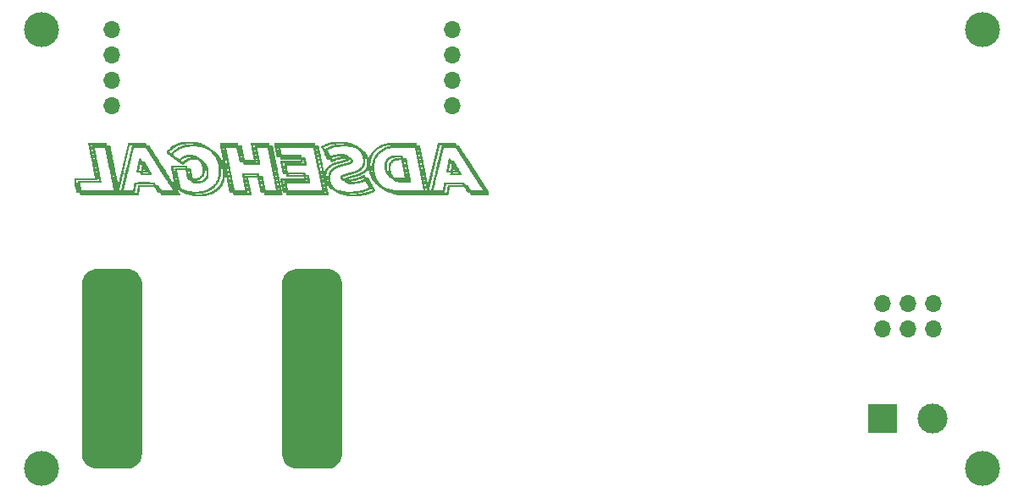
<source format=gbr>
%TF.GenerationSoftware,KiCad,Pcbnew,(5.99.0-2619-gb519867d9)*%
%TF.CreationDate,2020-08-09T22:36:06+05:30*%
%TF.ProjectId,Power_Supply,506f7765-725f-4537-9570-706c792e6b69,rev?*%
%TF.SameCoordinates,Original*%
%TF.FileFunction,Soldermask,Bot*%
%TF.FilePolarity,Negative*%
%FSLAX46Y46*%
G04 Gerber Fmt 4.6, Leading zero omitted, Abs format (unit mm)*
G04 Created by KiCad (PCBNEW (5.99.0-2619-gb519867d9)) date 2020-08-09 22:36:06*
%MOMM*%
%LPD*%
G01*
G04 APERTURE LIST*
%ADD10C,3.500000*%
%ADD11R,3.000000X3.000000*%
%ADD12C,3.000000*%
%ADD13C,5.000000*%
%ADD14O,1.700000X1.700000*%
G04 APERTURE END LIST*
%TO.C,G\u002A\u002A\u002A*%
G36*
X52618895Y-26620431D02*
G01*
X52657810Y-26621028D01*
X52688025Y-26621684D01*
X52710928Y-26622518D01*
X52727904Y-26623649D01*
X52740338Y-26625195D01*
X52749616Y-26627275D01*
X52757123Y-26630009D01*
X52764246Y-26633515D01*
X52766830Y-26634952D01*
X52785568Y-26648535D01*
X52803483Y-26666130D01*
X52817834Y-26684722D01*
X52825881Y-26701298D01*
X52826354Y-26703457D01*
X52828743Y-26715031D01*
X52833052Y-26736204D01*
X52839210Y-26766621D01*
X52847146Y-26805931D01*
X52856789Y-26853780D01*
X52868068Y-26909815D01*
X52880913Y-26973683D01*
X52895252Y-27045032D01*
X52911015Y-27123508D01*
X52928132Y-27208758D01*
X52946530Y-27300430D01*
X52966139Y-27398170D01*
X52986889Y-27501625D01*
X53008709Y-27610443D01*
X53031527Y-27724270D01*
X53055274Y-27842754D01*
X53079877Y-27965541D01*
X53105267Y-28092278D01*
X53131372Y-28222613D01*
X53158122Y-28356193D01*
X53185445Y-28492664D01*
X53213272Y-28631674D01*
X53596881Y-30548210D01*
X54084507Y-28491943D01*
X54103343Y-28412506D01*
X54143315Y-28243896D01*
X54180990Y-28084938D01*
X54216441Y-27935347D01*
X54249742Y-27794837D01*
X54280968Y-27663122D01*
X54310190Y-27539916D01*
X54337484Y-27424934D01*
X54362923Y-27317890D01*
X54386580Y-27218498D01*
X54408529Y-27126473D01*
X54428843Y-27041528D01*
X54447597Y-26963378D01*
X54464864Y-26891737D01*
X54480717Y-26826319D01*
X54495230Y-26766838D01*
X54508477Y-26713010D01*
X54520531Y-26664547D01*
X54531466Y-26621165D01*
X54541356Y-26582576D01*
X54550274Y-26548497D01*
X54558294Y-26518640D01*
X54565490Y-26492721D01*
X54571934Y-26470453D01*
X54577702Y-26451550D01*
X54582865Y-26435728D01*
X54587499Y-26422699D01*
X54591676Y-26412178D01*
X54595471Y-26403880D01*
X54598956Y-26397519D01*
X54602206Y-26392809D01*
X54605294Y-26389464D01*
X54608294Y-26387198D01*
X54611279Y-26385726D01*
X54614323Y-26384762D01*
X54617500Y-26384019D01*
X54620883Y-26383214D01*
X54624546Y-26382058D01*
X54628562Y-26380268D01*
X54656235Y-26365811D01*
X56288392Y-26365811D01*
X56315391Y-26379266D01*
X56324038Y-26383891D01*
X56333038Y-26389859D01*
X56341977Y-26397586D01*
X56351638Y-26408079D01*
X56362804Y-26422348D01*
X56376258Y-26441401D01*
X56392785Y-26466245D01*
X56413166Y-26497889D01*
X56438187Y-26537342D01*
X56489331Y-26618307D01*
X56582654Y-26620385D01*
X56582779Y-26620388D01*
X56621115Y-26621535D01*
X56650831Y-26623335D01*
X56659618Y-26624444D01*
X56673649Y-26626215D01*
X56691291Y-26630605D01*
X56705479Y-26636932D01*
X56717937Y-26645624D01*
X56730386Y-26657109D01*
X56732655Y-26660324D01*
X56740395Y-26672029D01*
X56753404Y-26692011D01*
X56771519Y-26720016D01*
X56794577Y-26755788D01*
X56822414Y-26799072D01*
X56854868Y-26849612D01*
X56891775Y-26907154D01*
X56932973Y-26971441D01*
X56978297Y-27042218D01*
X57027585Y-27119231D01*
X57080673Y-27202223D01*
X57137399Y-27290940D01*
X57197598Y-27385125D01*
X57261109Y-27484525D01*
X57327767Y-27588882D01*
X57397409Y-27697943D01*
X57469873Y-27811451D01*
X57544995Y-27929151D01*
X57622612Y-28050789D01*
X57702560Y-28176107D01*
X57784677Y-28304852D01*
X57868799Y-28436768D01*
X57954764Y-28571600D01*
X58042407Y-28709091D01*
X58131565Y-28848988D01*
X58222076Y-28991034D01*
X59593454Y-31143448D01*
X59700896Y-31312082D01*
X59700896Y-31634190D01*
X58840515Y-31634161D01*
X58735826Y-31634139D01*
X58619731Y-31634063D01*
X58513671Y-31633932D01*
X58417474Y-31633745D01*
X58330967Y-31633502D01*
X58253978Y-31633200D01*
X58186336Y-31632839D01*
X58127867Y-31632417D01*
X58078401Y-31631935D01*
X58037764Y-31631389D01*
X58005785Y-31630780D01*
X57982291Y-31630107D01*
X57967111Y-31629368D01*
X57960072Y-31628561D01*
X57958652Y-31628155D01*
X57944516Y-31622494D01*
X57930831Y-31613488D01*
X57916775Y-31600140D01*
X57901526Y-31581453D01*
X57884261Y-31556428D01*
X57864158Y-31524069D01*
X57840394Y-31483378D01*
X57783046Y-31383191D01*
X57684932Y-31380351D01*
X57643967Y-31378813D01*
X57611597Y-31376592D01*
X57602670Y-31375428D01*
X58044559Y-31375428D01*
X58052588Y-31390954D01*
X58060616Y-31406480D01*
X58772077Y-31406480D01*
X58825304Y-31406468D01*
X58908493Y-31406402D01*
X58988424Y-31406282D01*
X59064504Y-31406110D01*
X59136142Y-31405889D01*
X59202749Y-31405625D01*
X59263733Y-31405319D01*
X59318503Y-31404975D01*
X59366468Y-31404597D01*
X59407037Y-31404189D01*
X59439619Y-31403753D01*
X59463624Y-31403293D01*
X59478460Y-31402813D01*
X59483537Y-31402316D01*
X59482369Y-31399529D01*
X59476860Y-31389527D01*
X59468063Y-31374532D01*
X59457346Y-31356780D01*
X59446082Y-31338511D01*
X59435639Y-31321961D01*
X59427390Y-31309370D01*
X59422704Y-31302975D01*
X59419868Y-31303526D01*
X59414358Y-31310243D01*
X59414059Y-31310743D01*
X59397335Y-31333280D01*
X59377089Y-31352740D01*
X59356788Y-31365777D01*
X59355685Y-31366261D01*
X59352041Y-31367603D01*
X59347416Y-31368803D01*
X59341260Y-31369871D01*
X59333020Y-31370814D01*
X59322147Y-31371640D01*
X59308087Y-31372356D01*
X59290292Y-31372972D01*
X59268209Y-31373494D01*
X59241287Y-31373930D01*
X59208975Y-31374289D01*
X59170722Y-31374579D01*
X59125977Y-31374806D01*
X59074188Y-31374980D01*
X59014804Y-31375107D01*
X58947275Y-31375197D01*
X58871049Y-31375256D01*
X58785575Y-31375292D01*
X58690301Y-31375315D01*
X58044559Y-31375428D01*
X57602670Y-31375428D01*
X57586471Y-31373316D01*
X57567033Y-31368609D01*
X57551729Y-31362095D01*
X57539004Y-31353395D01*
X57527302Y-31342133D01*
X57523626Y-31337021D01*
X57514885Y-31323289D01*
X57501928Y-31302105D01*
X57485255Y-31274316D01*
X57465368Y-31240765D01*
X57442765Y-31202298D01*
X57417949Y-31159760D01*
X57391419Y-31113996D01*
X57363675Y-31065850D01*
X57212986Y-30803566D01*
X56500706Y-30802254D01*
X56446783Y-30802163D01*
X56363567Y-30802053D01*
X56283615Y-30801985D01*
X56207516Y-30801959D01*
X56135862Y-30801973D01*
X56069243Y-30802025D01*
X56008250Y-30802114D01*
X55953473Y-30802240D01*
X55905503Y-30802401D01*
X55864931Y-30802596D01*
X55832346Y-30802824D01*
X55808340Y-30803083D01*
X55793504Y-30803373D01*
X55788427Y-30803691D01*
X55788050Y-30806689D01*
X55785952Y-30819146D01*
X55782180Y-30840162D01*
X55776923Y-30868753D01*
X55770370Y-30903934D01*
X55762711Y-30944720D01*
X55754133Y-30990125D01*
X55744827Y-31039165D01*
X55734980Y-31090854D01*
X55724783Y-31144208D01*
X55714423Y-31198242D01*
X55704091Y-31251970D01*
X55693974Y-31304407D01*
X55684262Y-31354568D01*
X55675144Y-31401469D01*
X55666809Y-31444124D01*
X55659445Y-31481548D01*
X55653243Y-31512757D01*
X55648389Y-31536764D01*
X55645075Y-31552585D01*
X55643488Y-31559235D01*
X55633987Y-31578326D01*
X55612409Y-31603579D01*
X55583958Y-31621939D01*
X55556928Y-31634314D01*
X54726905Y-31632958D01*
X54619617Y-31632794D01*
X54519703Y-31632653D01*
X54429191Y-31632521D01*
X54347600Y-31632381D01*
X54274452Y-31632214D01*
X54209266Y-31632002D01*
X54151563Y-31631727D01*
X54100864Y-31631370D01*
X54056689Y-31630913D01*
X54018557Y-31630339D01*
X53985990Y-31629628D01*
X53958508Y-31628763D01*
X53935631Y-31627726D01*
X53916880Y-31626499D01*
X53901774Y-31625062D01*
X53889835Y-31623399D01*
X53880582Y-31621490D01*
X53873537Y-31619318D01*
X53868219Y-31616864D01*
X53864148Y-31614111D01*
X53860846Y-31611040D01*
X53857832Y-31607633D01*
X53854627Y-31603871D01*
X53850751Y-31599737D01*
X53847934Y-31596870D01*
X53831252Y-31574788D01*
X53821262Y-31549694D01*
X53817779Y-31520224D01*
X53820622Y-31485016D01*
X53829605Y-31442706D01*
X53832935Y-31429634D01*
X53837795Y-31409656D01*
X53839373Y-31402598D01*
X54075499Y-31402598D01*
X54076110Y-31402763D01*
X54084614Y-31403231D01*
X54102657Y-31403681D01*
X54129636Y-31404109D01*
X54164947Y-31404513D01*
X54207987Y-31404889D01*
X54258154Y-31405234D01*
X54314843Y-31405544D01*
X54377453Y-31405816D01*
X54445379Y-31406046D01*
X54518020Y-31406230D01*
X54594770Y-31406367D01*
X54675028Y-31406451D01*
X54758191Y-31406480D01*
X55440953Y-31406480D01*
X55446489Y-31379310D01*
X55447157Y-31375946D01*
X55449892Y-31361785D01*
X55454284Y-31338803D01*
X55460159Y-31307918D01*
X55467342Y-31270046D01*
X55475661Y-31226104D01*
X55484940Y-31177010D01*
X55495008Y-31123681D01*
X55505689Y-31067035D01*
X55516811Y-31007987D01*
X55522433Y-30978170D01*
X55533325Y-30920673D01*
X55543696Y-30866276D01*
X55553374Y-30815862D01*
X55562186Y-30770317D01*
X55569960Y-30730525D01*
X55576524Y-30697370D01*
X55581705Y-30671737D01*
X55585332Y-30654509D01*
X55587231Y-30646572D01*
X55590020Y-30639471D01*
X55604101Y-30617179D01*
X55623880Y-30597141D01*
X55646064Y-30582920D01*
X55646669Y-30582651D01*
X55650078Y-30581343D01*
X55654369Y-30580166D01*
X55660068Y-30579113D01*
X55667700Y-30578175D01*
X55677792Y-30577348D01*
X55690869Y-30576622D01*
X55707459Y-30575993D01*
X55728086Y-30575452D01*
X55753277Y-30574993D01*
X55783558Y-30574609D01*
X55819455Y-30574293D01*
X55861494Y-30574038D01*
X55910202Y-30573837D01*
X55966103Y-30573683D01*
X56029724Y-30573570D01*
X56101592Y-30573490D01*
X56182232Y-30573437D01*
X56272171Y-30573403D01*
X56371934Y-30573382D01*
X56392949Y-30573379D01*
X56491337Y-30573368D01*
X56579972Y-30573351D01*
X56659348Y-30573314D01*
X56729962Y-30573241D01*
X56792310Y-30573115D01*
X56846888Y-30572920D01*
X56894193Y-30572641D01*
X56934720Y-30572261D01*
X56968966Y-30571765D01*
X56997427Y-30571137D01*
X57020599Y-30570360D01*
X57038978Y-30569419D01*
X57053061Y-30568298D01*
X57063344Y-30566981D01*
X57070322Y-30565452D01*
X57074492Y-30563695D01*
X57076351Y-30561694D01*
X57076393Y-30559434D01*
X57075116Y-30556897D01*
X57073016Y-30554069D01*
X57070589Y-30550933D01*
X57070113Y-30550403D01*
X57068332Y-30549301D01*
X57065169Y-30548304D01*
X57060151Y-30547408D01*
X57052808Y-30546607D01*
X57042667Y-30545899D01*
X57029255Y-30545279D01*
X57012102Y-30544743D01*
X56990734Y-30544286D01*
X56964681Y-30543904D01*
X56933469Y-30543594D01*
X56896627Y-30543350D01*
X56853683Y-30543169D01*
X56804165Y-30543047D01*
X56747600Y-30542979D01*
X56683517Y-30542961D01*
X56611444Y-30542989D01*
X56530909Y-30543058D01*
X56441439Y-30543165D01*
X56342563Y-30543306D01*
X56233808Y-30543475D01*
X55403497Y-30544805D01*
X55332394Y-30921911D01*
X55330195Y-30933576D01*
X55316459Y-31006453D01*
X55304445Y-31069956D01*
X55293950Y-31124776D01*
X55284774Y-31171602D01*
X55276715Y-31211123D01*
X55269571Y-31244030D01*
X55263143Y-31271012D01*
X55257228Y-31292757D01*
X55251626Y-31309957D01*
X55246135Y-31323299D01*
X55240553Y-31333474D01*
X55234680Y-31341170D01*
X55228314Y-31347079D01*
X55221255Y-31351888D01*
X55213301Y-31356288D01*
X55204250Y-31360968D01*
X55176569Y-31375428D01*
X54081810Y-31375428D01*
X54078690Y-31387073D01*
X54076776Y-31394967D01*
X54075499Y-31402598D01*
X53839373Y-31402598D01*
X53841157Y-31394626D01*
X53842439Y-31387073D01*
X53842408Y-31386614D01*
X53838021Y-31383156D01*
X53825484Y-31381212D01*
X53803729Y-31380604D01*
X53800097Y-31380623D01*
X53782237Y-31381354D01*
X53769667Y-31382929D01*
X53764914Y-31385058D01*
X53765457Y-31389107D01*
X53766941Y-31397423D01*
X53767709Y-31401733D01*
X53771305Y-31420448D01*
X53775808Y-31442925D01*
X53782848Y-31487193D01*
X53784143Y-31525779D01*
X53779025Y-31557561D01*
X53767235Y-31583404D01*
X53748514Y-31604174D01*
X53722603Y-31620736D01*
X53695604Y-31634190D01*
X52349768Y-31634140D01*
X52310180Y-31634137D01*
X52173372Y-31634101D01*
X52041684Y-31634025D01*
X51915442Y-31633912D01*
X51794974Y-31633762D01*
X51680605Y-31633576D01*
X51572665Y-31633356D01*
X51471478Y-31633103D01*
X51377372Y-31632817D01*
X51290675Y-31632501D01*
X51211712Y-31632155D01*
X51140811Y-31631781D01*
X51078299Y-31631379D01*
X51024503Y-31630950D01*
X50979750Y-31630497D01*
X50944366Y-31630020D01*
X50918679Y-31629520D01*
X50903015Y-31628999D01*
X50901412Y-31628917D01*
X50705115Y-31614443D01*
X50514378Y-31591250D01*
X50329171Y-31559331D01*
X50149462Y-31518678D01*
X49975222Y-31469283D01*
X49806419Y-31411139D01*
X49724757Y-31377703D01*
X50655154Y-31377703D01*
X50655809Y-31378073D01*
X50664516Y-31379893D01*
X50681862Y-31382102D01*
X50706483Y-31384598D01*
X50737010Y-31387277D01*
X50772078Y-31390035D01*
X50810321Y-31392769D01*
X50850371Y-31395375D01*
X50890863Y-31397749D01*
X50930430Y-31399788D01*
X50967706Y-31401389D01*
X50976994Y-31401667D01*
X51000259Y-31402114D01*
X51033040Y-31402549D01*
X51074820Y-31402971D01*
X51125082Y-31403377D01*
X51183306Y-31403766D01*
X51248975Y-31404136D01*
X51321571Y-31404484D01*
X51400576Y-31404809D01*
X51485472Y-31405109D01*
X51575741Y-31405382D01*
X51670865Y-31405627D01*
X51770326Y-31405840D01*
X51873606Y-31406021D01*
X51980187Y-31406167D01*
X52089552Y-31406276D01*
X52201181Y-31406347D01*
X52314558Y-31406377D01*
X52340751Y-31406379D01*
X52471380Y-31406387D01*
X52592120Y-31406385D01*
X52703360Y-31406372D01*
X52805488Y-31406345D01*
X52898890Y-31406301D01*
X52983955Y-31406237D01*
X53061072Y-31406150D01*
X53130626Y-31406037D01*
X53193007Y-31405895D01*
X53248603Y-31405723D01*
X53297800Y-31405516D01*
X53340987Y-31405272D01*
X53378552Y-31404987D01*
X53410882Y-31404661D01*
X53438366Y-31404288D01*
X53461390Y-31403867D01*
X53480344Y-31403394D01*
X53495614Y-31402868D01*
X53507589Y-31402284D01*
X53516656Y-31401640D01*
X53523203Y-31400934D01*
X53527618Y-31400162D01*
X53530289Y-31399321D01*
X53531604Y-31398409D01*
X53531950Y-31397423D01*
X53530869Y-31389119D01*
X53525693Y-31380351D01*
X53514531Y-31371673D01*
X53495524Y-31361239D01*
X53485715Y-31355760D01*
X53460226Y-31334546D01*
X53443350Y-31307669D01*
X53435282Y-31275410D01*
X53434746Y-31266603D01*
X53435421Y-31250319D01*
X53438228Y-31229714D01*
X53443446Y-31202922D01*
X53451355Y-31168080D01*
X53464045Y-31114463D01*
X53709365Y-31114463D01*
X53709525Y-31117519D01*
X53709870Y-31120008D01*
X53714893Y-31147719D01*
X53807344Y-31147719D01*
X54136324Y-31147719D01*
X55057898Y-31147719D01*
X55060816Y-31133487D01*
X55061656Y-31129173D01*
X55064357Y-31115026D01*
X55068692Y-31092175D01*
X55074503Y-31061474D01*
X55081626Y-31023776D01*
X55089901Y-30979935D01*
X55099167Y-30930804D01*
X55109262Y-30877239D01*
X55120025Y-30820092D01*
X55131296Y-30760217D01*
X55139315Y-30717763D01*
X55150422Y-30659484D01*
X55161028Y-30604435D01*
X55170958Y-30553486D01*
X55180040Y-30507504D01*
X55188101Y-30467358D01*
X55194967Y-30433917D01*
X55200465Y-30408047D01*
X55204422Y-30390617D01*
X55206665Y-30382497D01*
X55213273Y-30369133D01*
X55231561Y-30346487D01*
X55257967Y-30328236D01*
X55278667Y-30317095D01*
X57162449Y-30317095D01*
X57184144Y-30328692D01*
X57187509Y-30330531D01*
X57196591Y-30336182D01*
X57205044Y-30343043D01*
X57213674Y-30352236D01*
X57223289Y-30364879D01*
X57234698Y-30382092D01*
X57248707Y-30404995D01*
X57266124Y-30434709D01*
X57287758Y-30472352D01*
X57337565Y-30559434D01*
X57343997Y-30570681D01*
X57449882Y-30573269D01*
X57555766Y-30575856D01*
X57578094Y-30590997D01*
X57582586Y-30594058D01*
X57587006Y-30597338D01*
X57591424Y-30601258D01*
X57596237Y-30606459D01*
X57601841Y-30613582D01*
X57608633Y-30623269D01*
X57617009Y-30636162D01*
X57627366Y-30652901D01*
X57640099Y-30674128D01*
X57655605Y-30700484D01*
X57674281Y-30732611D01*
X57696523Y-30771150D01*
X57722726Y-30816742D01*
X57753289Y-30870029D01*
X57788606Y-30931653D01*
X57912429Y-31147719D01*
X58506931Y-31147719D01*
X58542677Y-31147711D01*
X58618870Y-31147642D01*
X58691796Y-31147506D01*
X58760812Y-31147306D01*
X58825272Y-31147049D01*
X58884534Y-31146738D01*
X58937953Y-31146378D01*
X58984886Y-31145973D01*
X59024687Y-31145529D01*
X59056714Y-31145050D01*
X59080323Y-31144540D01*
X59094869Y-31144005D01*
X59099708Y-31143448D01*
X59098098Y-31140848D01*
X59091205Y-31129933D01*
X59079043Y-31110750D01*
X59061780Y-31083565D01*
X59039584Y-31048640D01*
X59012624Y-31006241D01*
X58981067Y-30956632D01*
X58945083Y-30900078D01*
X58904840Y-30836841D01*
X58860505Y-30767188D01*
X58812248Y-30691383D01*
X58760236Y-30609688D01*
X58704638Y-30522370D01*
X58645622Y-30429693D01*
X58583357Y-30331920D01*
X58518011Y-30229316D01*
X58449752Y-30122145D01*
X58378748Y-30010672D01*
X58305169Y-29895161D01*
X58229181Y-29775877D01*
X58150954Y-29653084D01*
X58070656Y-29527045D01*
X57988455Y-29398026D01*
X57904520Y-29266291D01*
X57819018Y-29132105D01*
X57732119Y-28995730D01*
X56366255Y-26852282D01*
X55154101Y-26852282D01*
X54647500Y-28988356D01*
X54615709Y-29122407D01*
X54581577Y-29266338D01*
X54548115Y-29407451D01*
X54515402Y-29545416D01*
X54483515Y-29679905D01*
X54452533Y-29810587D01*
X54422534Y-29937133D01*
X54393595Y-30059213D01*
X54365796Y-30176497D01*
X54339214Y-30288656D01*
X54313927Y-30395360D01*
X54290013Y-30496278D01*
X54267551Y-30591082D01*
X54246619Y-30679442D01*
X54227294Y-30761028D01*
X54209655Y-30835511D01*
X54193781Y-30902560D01*
X54179748Y-30961846D01*
X54167636Y-31013039D01*
X54157522Y-31055810D01*
X54149484Y-31089828D01*
X54143601Y-31114765D01*
X54139951Y-31130290D01*
X54138612Y-31136074D01*
X54136324Y-31147719D01*
X53807344Y-31147719D01*
X53813247Y-31147714D01*
X53847204Y-31147459D01*
X53872014Y-31146756D01*
X53888717Y-31145534D01*
X53898356Y-31143722D01*
X53901971Y-31141249D01*
X53902188Y-31140402D01*
X53904379Y-31131339D01*
X53908851Y-31112647D01*
X53915529Y-31084648D01*
X53924335Y-31047664D01*
X53935193Y-31002018D01*
X53948026Y-30948033D01*
X53962759Y-30886031D01*
X53979313Y-30816335D01*
X53997613Y-30739267D01*
X54017583Y-30655151D01*
X54039145Y-30564307D01*
X54062223Y-30467061D01*
X54086741Y-30363733D01*
X54112622Y-30254646D01*
X54139789Y-30140123D01*
X54168166Y-30020487D01*
X54197676Y-29896060D01*
X54228243Y-29767164D01*
X54259791Y-29634123D01*
X54292242Y-29497259D01*
X54325520Y-29356894D01*
X54359549Y-29213351D01*
X54394252Y-29066953D01*
X54429552Y-28918023D01*
X54447711Y-28841413D01*
X54494335Y-28644795D01*
X54538624Y-28458132D01*
X54580600Y-28281337D01*
X54620283Y-28114322D01*
X54657696Y-27956998D01*
X54692859Y-27809278D01*
X54725793Y-27671073D01*
X54756519Y-27542296D01*
X54785059Y-27422858D01*
X54811434Y-27312671D01*
X54835664Y-27211647D01*
X54857772Y-27119699D01*
X54877778Y-27036737D01*
X54895702Y-26962674D01*
X54911568Y-26897423D01*
X54925394Y-26840894D01*
X54937204Y-26793000D01*
X54947017Y-26753652D01*
X54954855Y-26722763D01*
X54960739Y-26700245D01*
X54964691Y-26686009D01*
X54966731Y-26679968D01*
X54970963Y-26673324D01*
X54985006Y-26656763D01*
X55000944Y-26642916D01*
X55023383Y-26627160D01*
X55620537Y-26625802D01*
X56217690Y-26624444D01*
X56211825Y-26611570D01*
X56205959Y-26598696D01*
X54770184Y-26598696D01*
X54759043Y-26646567D01*
X54758816Y-26647535D01*
X54756358Y-26657960D01*
X54751607Y-26678051D01*
X54744642Y-26707475D01*
X54735542Y-26745901D01*
X54724386Y-26792996D01*
X54711251Y-26848428D01*
X54696218Y-26911866D01*
X54679364Y-26982976D01*
X54660769Y-27061428D01*
X54640511Y-27146890D01*
X54618668Y-27239028D01*
X54595320Y-27337511D01*
X54570546Y-27442008D01*
X54544423Y-27552185D01*
X54517031Y-27667712D01*
X54488449Y-27788255D01*
X54458754Y-27913484D01*
X54428027Y-28043065D01*
X54396345Y-28176667D01*
X54363787Y-28313957D01*
X54330433Y-28454605D01*
X54296360Y-28598277D01*
X54261648Y-28744642D01*
X54226374Y-28893367D01*
X54192968Y-29034224D01*
X54152722Y-29203930D01*
X54114750Y-29364069D01*
X54078987Y-29514922D01*
X54045368Y-29656770D01*
X54013826Y-29789894D01*
X53984298Y-29914576D01*
X53956717Y-30031097D01*
X53931018Y-30139738D01*
X53907137Y-30240781D01*
X53885008Y-30334506D01*
X53864566Y-30421195D01*
X53845745Y-30501130D01*
X53828480Y-30574591D01*
X53812706Y-30641859D01*
X53798359Y-30703217D01*
X53785371Y-30758945D01*
X53773679Y-30809325D01*
X53763217Y-30854637D01*
X53753920Y-30895164D01*
X53745722Y-30931186D01*
X53738559Y-30962984D01*
X53732364Y-30990840D01*
X53727074Y-31015036D01*
X53722622Y-31035852D01*
X53718943Y-31053569D01*
X53715972Y-31068469D01*
X53713645Y-31080834D01*
X53711895Y-31090944D01*
X53710657Y-31099080D01*
X53709866Y-31105525D01*
X53709457Y-31110559D01*
X53709365Y-31114463D01*
X53464045Y-31114463D01*
X53470261Y-31088203D01*
X53046772Y-28971537D01*
X52623283Y-26854870D01*
X52573072Y-26853389D01*
X52559407Y-26853043D01*
X52540585Y-26852789D01*
X52527662Y-26852910D01*
X52522861Y-26853406D01*
X52522896Y-26853603D01*
X52524275Y-26860593D01*
X52527607Y-26877343D01*
X52532828Y-26903528D01*
X52539872Y-26938822D01*
X52548674Y-26982896D01*
X52559168Y-27035425D01*
X52571290Y-27096083D01*
X52584973Y-27164542D01*
X52600153Y-27240475D01*
X52616764Y-27323557D01*
X52634741Y-27413461D01*
X52654019Y-27509860D01*
X52674532Y-27612427D01*
X52696215Y-27720835D01*
X52719003Y-27834759D01*
X52742830Y-27953871D01*
X52767631Y-28077845D01*
X52793340Y-28206354D01*
X52819893Y-28339072D01*
X52847224Y-28475672D01*
X52875268Y-28615827D01*
X52903959Y-28759211D01*
X52933232Y-28905496D01*
X52963022Y-29054358D01*
X52985751Y-29167947D01*
X53022390Y-29351119D01*
X53057047Y-29524474D01*
X53089762Y-29688217D01*
X53120576Y-29842555D01*
X53149530Y-29987693D01*
X53176665Y-30123838D01*
X53202020Y-30251196D01*
X53225636Y-30369972D01*
X53247555Y-30480373D01*
X53267815Y-30582605D01*
X53286459Y-30676874D01*
X53303527Y-30763386D01*
X53319059Y-30842347D01*
X53333095Y-30913962D01*
X53345677Y-30978439D01*
X53356845Y-31035983D01*
X53366639Y-31086800D01*
X53375101Y-31131096D01*
X53377991Y-31146407D01*
X53382270Y-31169077D01*
X53388187Y-31200950D01*
X53392893Y-31226920D01*
X53396428Y-31247193D01*
X53398833Y-31261976D01*
X53400149Y-31271475D01*
X53400415Y-31275894D01*
X53397306Y-31291733D01*
X53383992Y-31322011D01*
X53362207Y-31347036D01*
X53332783Y-31365705D01*
X53331208Y-31366375D01*
X53328381Y-31367318D01*
X53324655Y-31368191D01*
X53319651Y-31368998D01*
X53312991Y-31369741D01*
X53304298Y-31370422D01*
X53293193Y-31371044D01*
X53279299Y-31371611D01*
X53262237Y-31372124D01*
X53241629Y-31372587D01*
X53217098Y-31373001D01*
X53188264Y-31373371D01*
X53154751Y-31373698D01*
X53116180Y-31373985D01*
X53072173Y-31374235D01*
X53022352Y-31374450D01*
X52966339Y-31374634D01*
X52903756Y-31374789D01*
X52834225Y-31374917D01*
X52757368Y-31375021D01*
X52672807Y-31375105D01*
X52580163Y-31375170D01*
X52479059Y-31375219D01*
X52369117Y-31375256D01*
X52249959Y-31375282D01*
X52121206Y-31375301D01*
X51982481Y-31375315D01*
X51909095Y-31375324D01*
X51794221Y-31375354D01*
X51682367Y-31375399D01*
X51573962Y-31375460D01*
X51469438Y-31375536D01*
X51369227Y-31375625D01*
X51273760Y-31375728D01*
X51183467Y-31375843D01*
X51098782Y-31375970D01*
X51020133Y-31376107D01*
X50947954Y-31376255D01*
X50882675Y-31376412D01*
X50824727Y-31376577D01*
X50774542Y-31376750D01*
X50732551Y-31376930D01*
X50699186Y-31377116D01*
X50674877Y-31377307D01*
X50660056Y-31377503D01*
X50655154Y-31377703D01*
X49724757Y-31377703D01*
X49643024Y-31344238D01*
X49485004Y-31268572D01*
X49407235Y-31227051D01*
X49313230Y-31172814D01*
X49224677Y-31117131D01*
X49143169Y-31061012D01*
X49070297Y-31005467D01*
X49060852Y-30998016D01*
X49036606Y-30980007D01*
X49012022Y-30963001D01*
X48991189Y-30949873D01*
X48955312Y-30928954D01*
X48922103Y-30909409D01*
X48894199Y-30892710D01*
X48869654Y-30877661D01*
X48846521Y-30863067D01*
X48822852Y-30847731D01*
X48796699Y-30830458D01*
X48664879Y-30736740D01*
X48538797Y-30634546D01*
X48419548Y-30524703D01*
X48307356Y-30407460D01*
X48202442Y-30283064D01*
X48105031Y-30151763D01*
X48015343Y-30013805D01*
X47933602Y-29869438D01*
X47927402Y-29857586D01*
X47861446Y-29720146D01*
X47802831Y-29576103D01*
X47751882Y-29426407D01*
X47708926Y-29272008D01*
X47674289Y-29113855D01*
X47671487Y-29098499D01*
X47667186Y-29073371D01*
X47662481Y-29044551D01*
X47657671Y-29014025D01*
X47653059Y-28983778D01*
X47648947Y-28955796D01*
X47645635Y-28932066D01*
X47643426Y-28914574D01*
X47642620Y-28905304D01*
X47642120Y-28905254D01*
X47638155Y-28911365D01*
X47630878Y-28924680D01*
X47621063Y-28943754D01*
X47609484Y-28967145D01*
X47589206Y-29007117D01*
X47560558Y-29057580D01*
X47529678Y-29104612D01*
X47494945Y-29150466D01*
X47454737Y-29197392D01*
X47407431Y-29247644D01*
X47402352Y-29252831D01*
X47326424Y-29326074D01*
X47249698Y-29391664D01*
X47170601Y-29450616D01*
X47087561Y-29503946D01*
X46999006Y-29552669D01*
X46903364Y-29597798D01*
X46799063Y-29640349D01*
X46731477Y-29665334D01*
X46640848Y-29696897D01*
X46542550Y-29729250D01*
X46437989Y-29761963D01*
X46328574Y-29794610D01*
X46215711Y-29826763D01*
X46100809Y-29857992D01*
X45985274Y-29887871D01*
X45963643Y-29893383D01*
X45900653Y-29910117D01*
X45837908Y-29927733D01*
X45777054Y-29945723D01*
X45719738Y-29963579D01*
X45667605Y-29980793D01*
X45622301Y-29996858D01*
X45585473Y-30011264D01*
X45554421Y-30024257D01*
X45624287Y-30024396D01*
X45632955Y-30024392D01*
X45729496Y-30021826D01*
X45832367Y-30014863D01*
X45938941Y-30003814D01*
X46046595Y-29988993D01*
X46152703Y-29970713D01*
X46254640Y-29949287D01*
X46361158Y-29922653D01*
X46508351Y-29879010D01*
X46654277Y-29827551D01*
X46800152Y-29767802D01*
X46947188Y-29699291D01*
X47096601Y-29621546D01*
X47104559Y-29617203D01*
X47128943Y-29604114D01*
X47146979Y-29595121D01*
X47160775Y-29589458D01*
X47172439Y-29586360D01*
X47184078Y-29585063D01*
X47197799Y-29584801D01*
X47206357Y-29584893D01*
X47224926Y-29586489D01*
X47239653Y-29591019D01*
X47255266Y-29599711D01*
X47263350Y-29605275D01*
X47278556Y-29617884D01*
X47289182Y-29629469D01*
X47293604Y-29636704D01*
X47302384Y-29652265D01*
X47314484Y-29674367D01*
X47329148Y-29701611D01*
X47345616Y-29732600D01*
X47363131Y-29765934D01*
X47379468Y-29797083D01*
X47395268Y-29826965D01*
X47409007Y-29852698D01*
X47420007Y-29873023D01*
X47427594Y-29886681D01*
X47431088Y-29892411D01*
X47436546Y-29892465D01*
X47450127Y-29888187D01*
X47470472Y-29879806D01*
X47496368Y-29867780D01*
X47505617Y-29863337D01*
X47531983Y-29851338D01*
X47551974Y-29843635D01*
X47567582Y-29839533D01*
X47580799Y-29838338D01*
X47604057Y-29841748D01*
X47629970Y-29851370D01*
X47653486Y-29865297D01*
X47670634Y-29881617D01*
X47673507Y-29886531D01*
X47680957Y-29900139D01*
X47692539Y-29921667D01*
X47707905Y-29950450D01*
X47726705Y-29985825D01*
X47732471Y-29996704D01*
X47748592Y-30027127D01*
X47773216Y-30073693D01*
X47800229Y-30124857D01*
X47829282Y-30179957D01*
X47860026Y-30238328D01*
X47892113Y-30299306D01*
X47925194Y-30362227D01*
X47958920Y-30426427D01*
X47992942Y-30491242D01*
X48026913Y-30556007D01*
X48060482Y-30620060D01*
X48093302Y-30682735D01*
X48125024Y-30743369D01*
X48155299Y-30801297D01*
X48175781Y-30840535D01*
X48183778Y-30855856D01*
X48210113Y-30906382D01*
X48233955Y-30952210D01*
X48254956Y-30992676D01*
X48272766Y-31027117D01*
X48287036Y-31054868D01*
X48297419Y-31075265D01*
X48307230Y-31097538D01*
X48308254Y-31099864D01*
X48316709Y-31133212D01*
X48316048Y-31163505D01*
X48306346Y-31191708D01*
X48304329Y-31195514D01*
X48297220Y-31207163D01*
X48288614Y-31217936D01*
X48277406Y-31228627D01*
X48262491Y-31240032D01*
X48242766Y-31252943D01*
X48217125Y-31268155D01*
X48184463Y-31286463D01*
X48143676Y-31308661D01*
X48078053Y-31342748D01*
X47950909Y-31402122D01*
X47815378Y-31457416D01*
X47672268Y-31508435D01*
X47522385Y-31554985D01*
X47366538Y-31596873D01*
X47205533Y-31633905D01*
X47040178Y-31665885D01*
X46871280Y-31692622D01*
X46699648Y-31713919D01*
X46526087Y-31729584D01*
X46351406Y-31739422D01*
X46348043Y-31739537D01*
X46330835Y-31739937D01*
X46305427Y-31740354D01*
X46273466Y-31740769D01*
X46236600Y-31741163D01*
X46196478Y-31741514D01*
X46154747Y-31741803D01*
X46046485Y-31741244D01*
X45856267Y-31734142D01*
X45672102Y-31719222D01*
X45494109Y-31696511D01*
X45322409Y-31666035D01*
X45157123Y-31627820D01*
X44998371Y-31581892D01*
X44846274Y-31528277D01*
X44749948Y-31487660D01*
X45678943Y-31487660D01*
X45680040Y-31488588D01*
X45686376Y-31489701D01*
X45697280Y-31491046D01*
X45712080Y-31492671D01*
X45720534Y-31493550D01*
X45750330Y-31496331D01*
X45785470Y-31499268D01*
X45822256Y-31502060D01*
X45856986Y-31504408D01*
X45858130Y-31504478D01*
X45890700Y-31506167D01*
X45930709Y-31507744D01*
X45976184Y-31509174D01*
X46025146Y-31510421D01*
X46075621Y-31511451D01*
X46125634Y-31512226D01*
X46173208Y-31512712D01*
X46216367Y-31512873D01*
X46253137Y-31512673D01*
X46281540Y-31512076D01*
X46333646Y-31510071D01*
X46543512Y-31497335D01*
X46746424Y-31477326D01*
X46942781Y-31449973D01*
X47132982Y-31415206D01*
X47317427Y-31372954D01*
X47496515Y-31323146D01*
X47670644Y-31265711D01*
X47692384Y-31257815D01*
X47733249Y-31242325D01*
X47775729Y-31225498D01*
X47818697Y-31207843D01*
X47861027Y-31189865D01*
X47901590Y-31172071D01*
X47939261Y-31154967D01*
X47972912Y-31139061D01*
X48001416Y-31124858D01*
X48023647Y-31112865D01*
X48038476Y-31103590D01*
X48044777Y-31097538D01*
X48044347Y-31094828D01*
X48040119Y-31083807D01*
X48032062Y-31065822D01*
X48020814Y-31042234D01*
X48007014Y-31014401D01*
X47991300Y-30983683D01*
X47935414Y-30876019D01*
X47931623Y-30897925D01*
X47928680Y-30911474D01*
X47916110Y-30943291D01*
X47897265Y-30968158D01*
X47894356Y-30970760D01*
X47878207Y-30982621D01*
X47854230Y-30997801D01*
X47823712Y-31015626D01*
X47787938Y-31035424D01*
X47748195Y-31056520D01*
X47705768Y-31078240D01*
X47661945Y-31099912D01*
X47618011Y-31120861D01*
X47575253Y-31140415D01*
X47534956Y-31157898D01*
X47482897Y-31179213D01*
X47333430Y-31234875D01*
X47176401Y-31285683D01*
X47013134Y-31331311D01*
X46844951Y-31371433D01*
X46673173Y-31405726D01*
X46499124Y-31433863D01*
X46324125Y-31455521D01*
X46272185Y-31460753D01*
X46205176Y-31466786D01*
X46140279Y-31471679D01*
X46075003Y-31475575D01*
X46006858Y-31478620D01*
X45933353Y-31480955D01*
X45851997Y-31482724D01*
X45819975Y-31483297D01*
X45775540Y-31484119D01*
X45740371Y-31484840D01*
X45713799Y-31485506D01*
X45695151Y-31486167D01*
X45683756Y-31486869D01*
X45678943Y-31487660D01*
X44749948Y-31487660D01*
X44700953Y-31467001D01*
X44562528Y-31398091D01*
X44513915Y-31370945D01*
X44439254Y-31325751D01*
X44366620Y-31277721D01*
X44298682Y-31228644D01*
X44238110Y-31180314D01*
X44237274Y-31179610D01*
X44216625Y-31163674D01*
X44194056Y-31148365D01*
X44174305Y-31136904D01*
X44159270Y-31129082D01*
X44125168Y-31110198D01*
X44086641Y-31087689D01*
X44046319Y-31063138D01*
X44006830Y-31038131D01*
X43970803Y-31014252D01*
X43954150Y-31002741D01*
X43866711Y-30937187D01*
X43781714Y-30865069D01*
X43700725Y-30787952D01*
X43625311Y-30707395D01*
X43557039Y-30624963D01*
X43497475Y-30542217D01*
X43485632Y-30524473D01*
X43473928Y-30507154D01*
X43465310Y-30494647D01*
X43461083Y-30488866D01*
X43461210Y-30490933D01*
X43463044Y-30502057D01*
X43466700Y-30522190D01*
X43472049Y-30550663D01*
X43478961Y-30586811D01*
X43487306Y-30629964D01*
X43496954Y-30679455D01*
X43507776Y-30734618D01*
X43519641Y-30794783D01*
X43532421Y-30859285D01*
X43545984Y-30927455D01*
X43560202Y-30998626D01*
X43569491Y-31045079D01*
X43586224Y-31129034D01*
X43600991Y-31203560D01*
X43613881Y-31269125D01*
X43624979Y-31326197D01*
X43634374Y-31375246D01*
X43638532Y-31397423D01*
X43642153Y-31416740D01*
X43648403Y-31451147D01*
X43653211Y-31478935D01*
X43656664Y-31500573D01*
X43658850Y-31516530D01*
X43659856Y-31527274D01*
X43659769Y-31533273D01*
X43655997Y-31550439D01*
X43642418Y-31580838D01*
X43620692Y-31604989D01*
X43590424Y-31623404D01*
X43567135Y-31633962D01*
X41561736Y-31634047D01*
X41497335Y-31634049D01*
X41309246Y-31634038D01*
X41131354Y-31634005D01*
X40963546Y-31633949D01*
X40805707Y-31633869D01*
X40657721Y-31633766D01*
X40519475Y-31633639D01*
X40390854Y-31633487D01*
X40271742Y-31633311D01*
X40162027Y-31633110D01*
X40061592Y-31632883D01*
X39970323Y-31632631D01*
X39888106Y-31632354D01*
X39814826Y-31632050D01*
X39750369Y-31631719D01*
X39694619Y-31631362D01*
X39647462Y-31630978D01*
X39608784Y-31630567D01*
X39578470Y-31630128D01*
X39556404Y-31629661D01*
X39542474Y-31629165D01*
X39536563Y-31628641D01*
X39519107Y-31620757D01*
X39498937Y-31606511D01*
X39480776Y-31589243D01*
X39468324Y-31572022D01*
X39466987Y-31568843D01*
X39462773Y-31555245D01*
X39457398Y-31534626D01*
X39451415Y-31509170D01*
X39445376Y-31481066D01*
X39442707Y-31468071D01*
X39437194Y-31441342D01*
X39432444Y-31418476D01*
X39428893Y-31401566D01*
X39426977Y-31392705D01*
X39426427Y-31390594D01*
X39424840Y-31387621D01*
X39421392Y-31385343D01*
X39414870Y-31383639D01*
X39404061Y-31382390D01*
X39387754Y-31381475D01*
X39364734Y-31380776D01*
X39333791Y-31380171D01*
X39293710Y-31379543D01*
X39283171Y-31379379D01*
X39243852Y-31378650D01*
X39213174Y-31377801D01*
X39210512Y-31377679D01*
X39657253Y-31377679D01*
X39658584Y-31382698D01*
X39662301Y-31393205D01*
X39667348Y-31406480D01*
X41576330Y-31406480D01*
X41739320Y-31406477D01*
X41892347Y-31406470D01*
X42035726Y-31406457D01*
X42169768Y-31406436D01*
X42294788Y-31406406D01*
X42411098Y-31406365D01*
X42519012Y-31406312D01*
X42618842Y-31406245D01*
X42710901Y-31406163D01*
X42795504Y-31406064D01*
X42872963Y-31405947D01*
X42943590Y-31405810D01*
X43007700Y-31405651D01*
X43065605Y-31405470D01*
X43117619Y-31405264D01*
X43164055Y-31405033D01*
X43205225Y-31404774D01*
X43241443Y-31404486D01*
X43273022Y-31404168D01*
X43300276Y-31403818D01*
X43323517Y-31403434D01*
X43343058Y-31403016D01*
X43359212Y-31402561D01*
X43372294Y-31402068D01*
X43382615Y-31401535D01*
X43390490Y-31400961D01*
X43396230Y-31400345D01*
X43400150Y-31399684D01*
X43402562Y-31398978D01*
X43403780Y-31398225D01*
X43404116Y-31397423D01*
X43403807Y-31395545D01*
X43401707Y-31384444D01*
X43397675Y-31363696D01*
X43391775Y-31333623D01*
X43384073Y-31294549D01*
X43374632Y-31246796D01*
X43363516Y-31190689D01*
X43350791Y-31126549D01*
X43336520Y-31054701D01*
X43320768Y-30975466D01*
X43303599Y-30889169D01*
X43285078Y-30796132D01*
X43265269Y-30696678D01*
X43244235Y-30591130D01*
X43222043Y-30479812D01*
X43198755Y-30363047D01*
X43174437Y-30241156D01*
X43149152Y-30114465D01*
X43122966Y-29983295D01*
X43095941Y-29847970D01*
X43068144Y-29708813D01*
X43051871Y-29627366D01*
X43447744Y-29627366D01*
X43452792Y-29725047D01*
X43463953Y-29823305D01*
X43481161Y-29920693D01*
X43504350Y-30015767D01*
X43533455Y-30107080D01*
X43550054Y-30150536D01*
X43577318Y-30213939D01*
X43607462Y-30276302D01*
X43638981Y-30334565D01*
X43670373Y-30385667D01*
X43678950Y-30397972D01*
X43685916Y-30406206D01*
X43688518Y-30406569D01*
X43686199Y-30398605D01*
X43683935Y-30392480D01*
X43677856Y-30373191D01*
X43670467Y-30347088D01*
X43662341Y-30316413D01*
X43654046Y-30283412D01*
X43646156Y-30250329D01*
X43639239Y-30219406D01*
X43633868Y-30192890D01*
X43624116Y-30136204D01*
X43609180Y-30016594D01*
X43602180Y-29899332D01*
X43603069Y-29785187D01*
X43611798Y-29674931D01*
X43628320Y-29569334D01*
X43652586Y-29469168D01*
X43684550Y-29375204D01*
X43693688Y-29352948D01*
X43735889Y-29266669D01*
X43787875Y-29182970D01*
X43849713Y-29101769D01*
X43921469Y-29022984D01*
X44003212Y-28946532D01*
X44095008Y-28872330D01*
X44096215Y-28871421D01*
X44141985Y-28838947D01*
X44193946Y-28805382D01*
X44249320Y-28772324D01*
X44305325Y-28741374D01*
X44359182Y-28714130D01*
X44408109Y-28692192D01*
X44415012Y-28689360D01*
X44482898Y-28662549D01*
X44554610Y-28636117D01*
X44630949Y-28609819D01*
X44712715Y-28583412D01*
X44800709Y-28556650D01*
X44895731Y-28529291D01*
X44998581Y-28501089D01*
X45110061Y-28471801D01*
X45230970Y-28441182D01*
X45243533Y-28438051D01*
X45304052Y-28422940D01*
X45355919Y-28409920D01*
X45400312Y-28398675D01*
X45438407Y-28388889D01*
X45471382Y-28380246D01*
X45500413Y-28372429D01*
X45526677Y-28365123D01*
X45551352Y-28358011D01*
X45575615Y-28350778D01*
X45600642Y-28343108D01*
X45627611Y-28334684D01*
X45673229Y-28319831D01*
X45728808Y-28299846D01*
X45774880Y-28280643D01*
X45811893Y-28261958D01*
X45840297Y-28243526D01*
X45860540Y-28225083D01*
X45873070Y-28206366D01*
X45878339Y-28187109D01*
X45878934Y-28172282D01*
X45876301Y-28157593D01*
X45868611Y-28143482D01*
X45854440Y-28126320D01*
X45837035Y-28109230D01*
X45806550Y-28085575D01*
X45773201Y-28065319D01*
X45741101Y-28051190D01*
X45731962Y-28048167D01*
X45716220Y-28043934D01*
X45706336Y-28044090D01*
X45699646Y-28049093D01*
X45693488Y-28059404D01*
X45691923Y-28062373D01*
X45667112Y-28099999D01*
X45633976Y-28137042D01*
X45594313Y-28171715D01*
X45549916Y-28202233D01*
X45543883Y-28205759D01*
X45512781Y-28221683D01*
X45473098Y-28239188D01*
X45426079Y-28257818D01*
X45372971Y-28277114D01*
X45315019Y-28296621D01*
X45253470Y-28315880D01*
X45189568Y-28334435D01*
X45179427Y-28337212D01*
X45155257Y-28343636D01*
X45123288Y-28351977D01*
X45084929Y-28361872D01*
X45041586Y-28372961D01*
X44994666Y-28384883D01*
X44945575Y-28397277D01*
X44895722Y-28409783D01*
X44857510Y-28419365D01*
X44771136Y-28441280D01*
X44693229Y-28461475D01*
X44622622Y-28480288D01*
X44558148Y-28498058D01*
X44498640Y-28515124D01*
X44442931Y-28531825D01*
X44389854Y-28548501D01*
X44338241Y-28565489D01*
X44286925Y-28583130D01*
X44234739Y-28601762D01*
X44234411Y-28601881D01*
X44192006Y-28617395D01*
X44157328Y-28630424D01*
X44128323Y-28641827D01*
X44102940Y-28652464D01*
X44079125Y-28663195D01*
X44054828Y-28674880D01*
X44027995Y-28688379D01*
X43960953Y-28725575D01*
X43886833Y-28773498D01*
X43815278Y-28826740D01*
X43747829Y-28883985D01*
X43686028Y-28943914D01*
X43631417Y-29005210D01*
X43585536Y-29066555D01*
X43575470Y-29082490D01*
X43557757Y-29114006D01*
X43539323Y-29150271D01*
X43521673Y-29188146D01*
X43506309Y-29224493D01*
X43494734Y-29256174D01*
X43489998Y-29271320D01*
X43469937Y-29352238D01*
X43456251Y-29439516D01*
X43448875Y-29531707D01*
X43447744Y-29627366D01*
X43051871Y-29627366D01*
X43039638Y-29566147D01*
X43010487Y-29420295D01*
X42980756Y-29271579D01*
X42950509Y-29120324D01*
X42496901Y-26852282D01*
X42396495Y-26852282D01*
X42835615Y-29047857D01*
X42839911Y-29069338D01*
X42869614Y-29217913D01*
X42898790Y-29363946D01*
X42927373Y-29507107D01*
X42955298Y-29647063D01*
X42982500Y-29783486D01*
X43008912Y-29916044D01*
X43034470Y-30044405D01*
X43059107Y-30168241D01*
X43082758Y-30287219D01*
X43105358Y-30401009D01*
X43126842Y-30509281D01*
X43147143Y-30611703D01*
X43166196Y-30707946D01*
X43183936Y-30797677D01*
X43200297Y-30880568D01*
X43215213Y-30956286D01*
X43228620Y-31024501D01*
X43240451Y-31084883D01*
X43250641Y-31137100D01*
X43251447Y-31141249D01*
X43259125Y-31180822D01*
X43265836Y-31215719D01*
X43270711Y-31241459D01*
X43273682Y-31257711D01*
X43274685Y-31264146D01*
X43274475Y-31268515D01*
X43270299Y-31288780D01*
X43262081Y-31311086D01*
X43251551Y-31331324D01*
X43240443Y-31345386D01*
X43236713Y-31348287D01*
X43223373Y-31356544D01*
X43207364Y-31364680D01*
X43205322Y-31365583D01*
X43202973Y-31366484D01*
X43200114Y-31367326D01*
X43196416Y-31368112D01*
X43191551Y-31368844D01*
X43185191Y-31369524D01*
X43177009Y-31370154D01*
X43166676Y-31370736D01*
X43153864Y-31371272D01*
X43138246Y-31371763D01*
X43119493Y-31372212D01*
X43097278Y-31372620D01*
X43071272Y-31372990D01*
X43041147Y-31373324D01*
X43006576Y-31373623D01*
X42967230Y-31373889D01*
X42922781Y-31374125D01*
X42872902Y-31374332D01*
X42817265Y-31374513D01*
X42755541Y-31374668D01*
X42687402Y-31374801D01*
X42612521Y-31374913D01*
X42530569Y-31375006D01*
X42441219Y-31375082D01*
X42344142Y-31375143D01*
X42239011Y-31375191D01*
X42125497Y-31375228D01*
X42003273Y-31375256D01*
X41872010Y-31375277D01*
X41731381Y-31375292D01*
X41581057Y-31375304D01*
X41420711Y-31375315D01*
X41360183Y-31375320D01*
X41226884Y-31375341D01*
X41096428Y-31375374D01*
X40969191Y-31375419D01*
X40845549Y-31375475D01*
X40725876Y-31375543D01*
X40610548Y-31375620D01*
X40499940Y-31375707D01*
X40394428Y-31375804D01*
X40294387Y-31375910D01*
X40200192Y-31376023D01*
X40112218Y-31376145D01*
X40030842Y-31376274D01*
X39956438Y-31376409D01*
X39889382Y-31376551D01*
X39830049Y-31376699D01*
X39778814Y-31376852D01*
X39736053Y-31377010D01*
X39702141Y-31377172D01*
X39677454Y-31377338D01*
X39662366Y-31377507D01*
X39657253Y-31377679D01*
X39210512Y-31377679D01*
X39189753Y-31376728D01*
X39172201Y-31375327D01*
X39159134Y-31373496D01*
X39149164Y-31371130D01*
X39140907Y-31368126D01*
X39125892Y-31359617D01*
X39105584Y-31342299D01*
X39088526Y-31321582D01*
X39077959Y-31300928D01*
X39077543Y-31299517D01*
X39074644Y-31287671D01*
X39069980Y-31266771D01*
X39063706Y-31237586D01*
X39055974Y-31200882D01*
X39046938Y-31157428D01*
X39036751Y-31107992D01*
X39025565Y-31053341D01*
X39013536Y-30994243D01*
X39000815Y-30931466D01*
X38987555Y-30865778D01*
X38973912Y-30797947D01*
X38960036Y-30728740D01*
X38946083Y-30658926D01*
X38932205Y-30589271D01*
X38918555Y-30520545D01*
X38905287Y-30453514D01*
X38892554Y-30388947D01*
X38880509Y-30327611D01*
X38869305Y-30270275D01*
X38859096Y-30217706D01*
X38850036Y-30170671D01*
X38848771Y-30164025D01*
X39082804Y-30164025D01*
X39082944Y-30164974D01*
X39084673Y-30174206D01*
X39088262Y-30192619D01*
X39093573Y-30219513D01*
X39100463Y-30254184D01*
X39108792Y-30295930D01*
X39118421Y-30344050D01*
X39129208Y-30397840D01*
X39141013Y-30456599D01*
X39153696Y-30519625D01*
X39167116Y-30586214D01*
X39181133Y-30655665D01*
X39186466Y-30682074D01*
X39200268Y-30750460D01*
X39213422Y-30815683D01*
X39225786Y-30877044D01*
X39237221Y-30933845D01*
X39247586Y-30985387D01*
X39256742Y-31030973D01*
X39264547Y-31069905D01*
X39270862Y-31101484D01*
X39275546Y-31125012D01*
X39278460Y-31139792D01*
X39279462Y-31145124D01*
X39281137Y-31145795D01*
X39290921Y-31146784D01*
X39307500Y-31147465D01*
X39328627Y-31147719D01*
X39341331Y-31147652D01*
X39360088Y-31147267D01*
X39372991Y-31146613D01*
X39377791Y-31145780D01*
X39377595Y-31144673D01*
X39375740Y-31135197D01*
X39372055Y-31116670D01*
X39366691Y-31089853D01*
X39359802Y-31055506D01*
X39351540Y-31014389D01*
X39342058Y-30967262D01*
X39331509Y-30914886D01*
X39320046Y-30858020D01*
X39307821Y-30797426D01*
X39294988Y-30733862D01*
X39289987Y-30709058D01*
X39277301Y-30645762D01*
X39265292Y-30585296D01*
X39254114Y-30528471D01*
X39243922Y-30476102D01*
X39234871Y-30428999D01*
X39227118Y-30387975D01*
X39220818Y-30353842D01*
X39216125Y-30327413D01*
X39213195Y-30309500D01*
X39212184Y-30300916D01*
X39214905Y-30276213D01*
X39226855Y-30245828D01*
X39247726Y-30219713D01*
X39276874Y-30198885D01*
X39297575Y-30187714D01*
X40440333Y-30186353D01*
X40484942Y-30186299D01*
X40609815Y-30186145D01*
X40724873Y-30185994D01*
X40830513Y-30185841D01*
X40927136Y-30185684D01*
X41015139Y-30185519D01*
X41094923Y-30185342D01*
X41166887Y-30185150D01*
X41231428Y-30184938D01*
X41288947Y-30184704D01*
X41339843Y-30184443D01*
X41384515Y-30184153D01*
X41423362Y-30183829D01*
X41456782Y-30183467D01*
X41485175Y-30183065D01*
X41508941Y-30182619D01*
X41528478Y-30182124D01*
X41544185Y-30181578D01*
X41556461Y-30180976D01*
X41565706Y-30180316D01*
X41572319Y-30179593D01*
X41576699Y-30178803D01*
X41579244Y-30177944D01*
X41580354Y-30177012D01*
X41580428Y-30176002D01*
X41579307Y-30171126D01*
X41576329Y-30156843D01*
X41571831Y-30134621D01*
X41566059Y-30105695D01*
X41559260Y-30071301D01*
X41551679Y-30032676D01*
X41543564Y-29991056D01*
X41537126Y-29957987D01*
X41529388Y-29918378D01*
X41522373Y-29882630D01*
X41516330Y-29852004D01*
X41511509Y-29827759D01*
X41508157Y-29811156D01*
X41506525Y-29803454D01*
X41506492Y-29803320D01*
X41504524Y-29797930D01*
X41500464Y-29794552D01*
X41492246Y-29792717D01*
X41477807Y-29791959D01*
X41455083Y-29791810D01*
X41442876Y-29791950D01*
X41424162Y-29792812D01*
X41411277Y-29794285D01*
X41406479Y-29796167D01*
X41406890Y-29799089D01*
X41408994Y-29811033D01*
X41412637Y-29830722D01*
X41417547Y-29856698D01*
X41423448Y-29887499D01*
X41430067Y-29921666D01*
X41438145Y-29964354D01*
X41444684Y-30002106D01*
X41448876Y-30030931D01*
X41450804Y-30051411D01*
X41450551Y-30064131D01*
X41448925Y-30072628D01*
X41437017Y-30101947D01*
X41416992Y-30127016D01*
X41390533Y-30145553D01*
X41363045Y-30159251D01*
X40209823Y-30159251D01*
X40084215Y-30159277D01*
X39964611Y-30159345D01*
X39851300Y-30159453D01*
X39744572Y-30159601D01*
X39644717Y-30159788D01*
X39552025Y-30160012D01*
X39466785Y-30160271D01*
X39389288Y-30160566D01*
X39319822Y-30160894D01*
X39258678Y-30161254D01*
X39206146Y-30161645D01*
X39162516Y-30162066D01*
X39128076Y-30162516D01*
X39103118Y-30162993D01*
X39087931Y-30163497D01*
X39082804Y-30164025D01*
X38848771Y-30164025D01*
X38842277Y-30129939D01*
X38835972Y-30096278D01*
X38831275Y-30070455D01*
X38828340Y-30053239D01*
X38827319Y-30045396D01*
X38827329Y-30043327D01*
X38832692Y-30010543D01*
X38847012Y-29981093D01*
X38869065Y-29956823D01*
X38897623Y-29939578D01*
X38899777Y-29938867D01*
X38903944Y-29938012D01*
X38910047Y-29937225D01*
X38918485Y-29936503D01*
X38929660Y-29935844D01*
X38943972Y-29935245D01*
X38961822Y-29934704D01*
X38983610Y-29934216D01*
X39009738Y-29933781D01*
X39040606Y-29933394D01*
X39076615Y-29933053D01*
X39118166Y-29932755D01*
X39165659Y-29932498D01*
X39219495Y-29932279D01*
X39280075Y-29932094D01*
X39347799Y-29931942D01*
X39423069Y-29931819D01*
X39506285Y-29931722D01*
X39597847Y-29931650D01*
X39698157Y-29931598D01*
X39807615Y-29931564D01*
X39926623Y-29931546D01*
X40055580Y-29931541D01*
X40102779Y-29931541D01*
X40227199Y-29931535D01*
X40341814Y-29931521D01*
X40447024Y-29931495D01*
X40543230Y-29931453D01*
X40630834Y-29931393D01*
X40710236Y-29931311D01*
X40781836Y-29931204D01*
X40846037Y-29931069D01*
X40903239Y-29930902D01*
X40953842Y-29930702D01*
X40998248Y-29930463D01*
X41036857Y-29930184D01*
X41070071Y-29929860D01*
X41098290Y-29929490D01*
X41121916Y-29929069D01*
X41141348Y-29928594D01*
X41156988Y-29928063D01*
X41169237Y-29927471D01*
X41178496Y-29926817D01*
X41185166Y-29926096D01*
X41189647Y-29925305D01*
X41192340Y-29924442D01*
X41193647Y-29923503D01*
X41193968Y-29922484D01*
X41193058Y-29915097D01*
X41190503Y-29899451D01*
X41186723Y-29878254D01*
X41182135Y-29853912D01*
X41170629Y-29794397D01*
X40355720Y-29791810D01*
X39540811Y-29789222D01*
X39520110Y-29778082D01*
X39517415Y-29776613D01*
X39500874Y-29766360D01*
X39487584Y-29754929D01*
X39476771Y-29740807D01*
X39467661Y-29722482D01*
X39459476Y-29698440D01*
X39451444Y-29667168D01*
X39442787Y-29627154D01*
X39437553Y-29601605D01*
X39432286Y-29575711D01*
X39428110Y-29554973D01*
X39425359Y-29541049D01*
X39424368Y-29535602D01*
X39424368Y-29535597D01*
X39419324Y-29535027D01*
X39405283Y-29534403D01*
X39383584Y-29533761D01*
X39355565Y-29533134D01*
X39350705Y-29533049D01*
X39658689Y-29533049D01*
X39663635Y-29558925D01*
X41125582Y-29558925D01*
X41123109Y-29545987D01*
X41120635Y-29533049D01*
X39658689Y-29533049D01*
X39350705Y-29533049D01*
X39322568Y-29532557D01*
X39285931Y-29532063D01*
X39147494Y-29530461D01*
X39123525Y-29513815D01*
X39114853Y-29507135D01*
X39099302Y-29492237D01*
X39088197Y-29477916D01*
X39087506Y-29476564D01*
X39084890Y-29469356D01*
X39081383Y-29457075D01*
X39076894Y-29439299D01*
X39071334Y-29415602D01*
X39064611Y-29385560D01*
X39056637Y-29348750D01*
X39047322Y-29304748D01*
X39036574Y-29253129D01*
X39024304Y-29193469D01*
X39010422Y-29125345D01*
X38994838Y-29048332D01*
X38977461Y-28962007D01*
X38958203Y-28865944D01*
X38950286Y-28826346D01*
X38935171Y-28750463D01*
X38920703Y-28677486D01*
X38907012Y-28608074D01*
X38894224Y-28542884D01*
X38882466Y-28482574D01*
X38871865Y-28427804D01*
X38862548Y-28379230D01*
X38861545Y-28373933D01*
X39094730Y-28373933D01*
X39281004Y-29305339D01*
X39329398Y-29305339D01*
X39341415Y-29305220D01*
X39360114Y-29304475D01*
X39372994Y-29303197D01*
X39377791Y-29301563D01*
X39377756Y-29301275D01*
X39376405Y-29293918D01*
X39373204Y-29277342D01*
X39368310Y-29252332D01*
X39361877Y-29219671D01*
X39354061Y-29180144D01*
X39345017Y-29134534D01*
X39334900Y-29083626D01*
X39323866Y-29028203D01*
X39312069Y-28969051D01*
X39299665Y-28906952D01*
X39294416Y-28880686D01*
X39280627Y-28811595D01*
X39268718Y-28751689D01*
X39258564Y-28700256D01*
X39250042Y-28656580D01*
X39243029Y-28619951D01*
X39237401Y-28589653D01*
X39233035Y-28564974D01*
X39229808Y-28545200D01*
X39227595Y-28529618D01*
X39226274Y-28517515D01*
X39225720Y-28508177D01*
X39225811Y-28500891D01*
X39226423Y-28494943D01*
X39227432Y-28489621D01*
X39231532Y-28476184D01*
X39246317Y-28449043D01*
X39267382Y-28425712D01*
X39292111Y-28409436D01*
X39293605Y-28408793D01*
X39296782Y-28407680D01*
X39300878Y-28406664D01*
X39306340Y-28405740D01*
X39313619Y-28404904D01*
X39323162Y-28404151D01*
X39335421Y-28403477D01*
X39350842Y-28402877D01*
X39369877Y-28402347D01*
X39392973Y-28401883D01*
X39420581Y-28401480D01*
X39453148Y-28401133D01*
X39491126Y-28400839D01*
X39534962Y-28400592D01*
X39585106Y-28400389D01*
X39642006Y-28400225D01*
X39706113Y-28400095D01*
X39777876Y-28399995D01*
X39857743Y-28399920D01*
X39946163Y-28399867D01*
X40043587Y-28399830D01*
X40150463Y-28399805D01*
X40267240Y-28399788D01*
X40303839Y-28399784D01*
X40417549Y-28399764D01*
X40521478Y-28399735D01*
X40616064Y-28399692D01*
X40701743Y-28399630D01*
X40778953Y-28399546D01*
X40848129Y-28399436D01*
X40909710Y-28399295D01*
X40964132Y-28399119D01*
X41011832Y-28398903D01*
X41053248Y-28398644D01*
X41088815Y-28398338D01*
X41118971Y-28397980D01*
X41144154Y-28397565D01*
X41164799Y-28397090D01*
X41181344Y-28396551D01*
X41194226Y-28395943D01*
X41203881Y-28395263D01*
X41210748Y-28394505D01*
X41215262Y-28393666D01*
X41217861Y-28392741D01*
X41218981Y-28391726D01*
X41219060Y-28390618D01*
X41218657Y-28388838D01*
X41216397Y-28377882D01*
X41212543Y-28358624D01*
X41207354Y-28332386D01*
X41201092Y-28300490D01*
X41194018Y-28264257D01*
X41186392Y-28225011D01*
X41156042Y-28068460D01*
X41055999Y-28068460D01*
X41058508Y-28082692D01*
X41058975Y-28085256D01*
X41061492Y-28098431D01*
X41065447Y-28118694D01*
X41070398Y-28143794D01*
X41075903Y-28171478D01*
X41082131Y-28203336D01*
X41086800Y-28230010D01*
X41089309Y-28250202D01*
X41089695Y-28265801D01*
X41087996Y-28278696D01*
X41084247Y-28290777D01*
X41078487Y-28303933D01*
X41063801Y-28329207D01*
X41045489Y-28347742D01*
X41020854Y-28361907D01*
X41020158Y-28362212D01*
X41017096Y-28363327D01*
X41013105Y-28364349D01*
X41007739Y-28365281D01*
X41000547Y-28366129D01*
X40991082Y-28366897D01*
X40978894Y-28367591D01*
X40963534Y-28368215D01*
X40944555Y-28368775D01*
X40921507Y-28369275D01*
X40893942Y-28369720D01*
X40861410Y-28370115D01*
X40823464Y-28370465D01*
X40779654Y-28370775D01*
X40729533Y-28371050D01*
X40672650Y-28371294D01*
X40608558Y-28371514D01*
X40536807Y-28371712D01*
X40456950Y-28371896D01*
X40368537Y-28372068D01*
X40271120Y-28372235D01*
X40164249Y-28372402D01*
X40047477Y-28372572D01*
X39094730Y-28373933D01*
X38861545Y-28373933D01*
X38854643Y-28337512D01*
X38848277Y-28303307D01*
X38843577Y-28277273D01*
X38840669Y-28260069D01*
X38839682Y-28252352D01*
X38844030Y-28225736D01*
X38856813Y-28197829D01*
X38876476Y-28173479D01*
X38878381Y-28171609D01*
X38881959Y-28167821D01*
X38885177Y-28164356D01*
X38888482Y-28161201D01*
X38892318Y-28158341D01*
X38897133Y-28155761D01*
X38903373Y-28153447D01*
X38911484Y-28151385D01*
X38921912Y-28149561D01*
X38935104Y-28147959D01*
X38951506Y-28146566D01*
X38971565Y-28145368D01*
X38995726Y-28144349D01*
X39024435Y-28143495D01*
X39058140Y-28142792D01*
X39097286Y-28142226D01*
X39142319Y-28141783D01*
X39193687Y-28141447D01*
X39251835Y-28141204D01*
X39317209Y-28141041D01*
X39390256Y-28140942D01*
X39471422Y-28140893D01*
X39561153Y-28140880D01*
X39659896Y-28140889D01*
X39768097Y-28140905D01*
X39886202Y-28140913D01*
X40833205Y-28140913D01*
X40829658Y-28116331D01*
X40828605Y-28109312D01*
X40825763Y-28092310D01*
X40823334Y-28080104D01*
X40820557Y-28068460D01*
X38923554Y-28068460D01*
X38895873Y-28053999D01*
X38880247Y-28044769D01*
X38867076Y-28033825D01*
X38856258Y-28020023D01*
X38847044Y-28001882D01*
X38838691Y-27977922D01*
X38830450Y-27946664D01*
X38821577Y-27906628D01*
X38816767Y-27883647D01*
X38811415Y-27857835D01*
X38807161Y-27837049D01*
X38805236Y-27827404D01*
X39040057Y-27827404D01*
X39042608Y-27840750D01*
X40775789Y-27840750D01*
X40774152Y-27826518D01*
X40772514Y-27812287D01*
X39910839Y-27810958D01*
X39818877Y-27810829D01*
X39727900Y-27810727D01*
X39640229Y-27810653D01*
X39556407Y-27810609D01*
X39476975Y-27810592D01*
X39402476Y-27810603D01*
X39333451Y-27810641D01*
X39270441Y-27810705D01*
X39213990Y-27810795D01*
X39164638Y-27810910D01*
X39122927Y-27811049D01*
X39089400Y-27811213D01*
X39064598Y-27811401D01*
X39049062Y-27811611D01*
X39043335Y-27811844D01*
X39040096Y-27816692D01*
X39040057Y-27827404D01*
X38805236Y-27827404D01*
X38804354Y-27822989D01*
X38803341Y-27817356D01*
X38801288Y-27816902D01*
X38790481Y-27816250D01*
X38771664Y-27815691D01*
X38746265Y-27815257D01*
X38715710Y-27814975D01*
X38681428Y-27814874D01*
X38677038Y-27814871D01*
X38636614Y-27814559D01*
X38600960Y-27813770D01*
X38571471Y-27812559D01*
X38549541Y-27810982D01*
X38536564Y-27809095D01*
X38514548Y-27799813D01*
X38491971Y-27783833D01*
X38472774Y-27764187D01*
X38460332Y-27743769D01*
X38459974Y-27742645D01*
X38457514Y-27732578D01*
X38453220Y-27713356D01*
X38447248Y-27685742D01*
X38439754Y-27650499D01*
X38430893Y-27608390D01*
X38420821Y-27560178D01*
X38409693Y-27506626D01*
X38397665Y-27448499D01*
X38384893Y-27386557D01*
X38371532Y-27321566D01*
X38357737Y-27254287D01*
X38343665Y-27185485D01*
X38329471Y-27115921D01*
X38315310Y-27046360D01*
X38301338Y-26977564D01*
X38287711Y-26910297D01*
X38274584Y-26845321D01*
X38262113Y-26783400D01*
X38250453Y-26725297D01*
X38239760Y-26671775D01*
X38230190Y-26623597D01*
X38226169Y-26603193D01*
X38461777Y-26603193D01*
X38461906Y-26604064D01*
X38463611Y-26613117D01*
X38467184Y-26631360D01*
X38472482Y-26658092D01*
X38479367Y-26692609D01*
X38487695Y-26734209D01*
X38497328Y-26782190D01*
X38508122Y-26835848D01*
X38519939Y-26894481D01*
X38532635Y-26957386D01*
X38546071Y-27023861D01*
X38560106Y-27093202D01*
X38565262Y-27118661D01*
X38579087Y-27186951D01*
X38592263Y-27252069D01*
X38604650Y-27313317D01*
X38616107Y-27369999D01*
X38626492Y-27421418D01*
X38635666Y-27466875D01*
X38643488Y-27505674D01*
X38649816Y-27537118D01*
X38654511Y-27560509D01*
X38657431Y-27575151D01*
X38658435Y-27580345D01*
X38660227Y-27580782D01*
X38670180Y-27581403D01*
X38686903Y-27581830D01*
X38708161Y-27581989D01*
X38715740Y-27581986D01*
X38735998Y-27581797D01*
X38748243Y-27580989D01*
X38754289Y-27579111D01*
X38755950Y-27575713D01*
X38755041Y-27570345D01*
X38753185Y-27562446D01*
X38748548Y-27541431D01*
X38742434Y-27512612D01*
X38735029Y-27476932D01*
X38726517Y-27435338D01*
X38717085Y-27388773D01*
X38706917Y-27338182D01*
X38696200Y-27284511D01*
X38685119Y-27228704D01*
X38673859Y-27171705D01*
X38662607Y-27114459D01*
X38651546Y-27057912D01*
X38640864Y-27003008D01*
X38630745Y-26950692D01*
X38621375Y-26901908D01*
X38612939Y-26857601D01*
X38612847Y-26857112D01*
X38844743Y-26857112D01*
X38845316Y-26860552D01*
X38847758Y-26873408D01*
X38851969Y-26894967D01*
X38857785Y-26924405D01*
X38865041Y-26960901D01*
X38873574Y-27003632D01*
X38883221Y-27051776D01*
X38893816Y-27104510D01*
X38905196Y-27161012D01*
X38917196Y-27220461D01*
X38926401Y-27266018D01*
X38937932Y-27323121D01*
X38948718Y-27376576D01*
X38958597Y-27425571D01*
X38967404Y-27469293D01*
X38974976Y-27506931D01*
X38981151Y-27537672D01*
X38985763Y-27560705D01*
X38988651Y-27575217D01*
X38989650Y-27580396D01*
X38992534Y-27580512D01*
X39005062Y-27580675D01*
X39027046Y-27580847D01*
X39057975Y-27581026D01*
X39097337Y-27581211D01*
X39144621Y-27581401D01*
X39199315Y-27581593D01*
X39260910Y-27581787D01*
X39328894Y-27581980D01*
X39402756Y-27582172D01*
X39481984Y-27582360D01*
X39566068Y-27582544D01*
X39654496Y-27582722D01*
X39746757Y-27582891D01*
X39842341Y-27583052D01*
X39940737Y-27583202D01*
X40891823Y-27584577D01*
X40917513Y-27597798D01*
X40921582Y-27599938D01*
X40936761Y-27609266D01*
X40948995Y-27620028D01*
X40959014Y-27633693D01*
X40967549Y-27651731D01*
X40975329Y-27675611D01*
X40983084Y-27706803D01*
X40991546Y-27746776D01*
X41010524Y-27840750D01*
X41142517Y-27840864D01*
X41168155Y-27840909D01*
X41203906Y-27841117D01*
X41231498Y-27841568D01*
X41252307Y-27842346D01*
X41267708Y-27843540D01*
X41279075Y-27845234D01*
X41287785Y-27847517D01*
X41295212Y-27850474D01*
X41313896Y-27861356D01*
X41336270Y-27880936D01*
X41352242Y-27903052D01*
X41353960Y-27908511D01*
X41357658Y-27923630D01*
X41362946Y-27947187D01*
X41369625Y-27978235D01*
X41377499Y-28015829D01*
X41386369Y-28059024D01*
X41396038Y-28106875D01*
X41406308Y-28158435D01*
X41416982Y-28212760D01*
X41423806Y-28247805D01*
X41435743Y-28309631D01*
X41445755Y-28362324D01*
X41451002Y-28390618D01*
X41453955Y-28406548D01*
X41460458Y-28442969D01*
X41465377Y-28472253D01*
X41468826Y-28495064D01*
X41470918Y-28512067D01*
X41471768Y-28523928D01*
X41471490Y-28531313D01*
X41471382Y-28532010D01*
X41461740Y-28561747D01*
X41443764Y-28588147D01*
X41419368Y-28609065D01*
X41390462Y-28622350D01*
X41390067Y-28622438D01*
X41381241Y-28623088D01*
X41362309Y-28623696D01*
X41333486Y-28624263D01*
X41294987Y-28624786D01*
X41247029Y-28625264D01*
X41189827Y-28625697D01*
X41123596Y-28626083D01*
X41048553Y-28626422D01*
X40964913Y-28626711D01*
X40872891Y-28626951D01*
X40772704Y-28627139D01*
X40664566Y-28627274D01*
X40548695Y-28627357D01*
X40425304Y-28627384D01*
X39477700Y-28627384D01*
X39545442Y-28966362D01*
X39613184Y-29305339D01*
X41238840Y-29305339D01*
X41265147Y-29318448D01*
X41267376Y-29319573D01*
X41283220Y-29328794D01*
X41295971Y-29339421D01*
X41306376Y-29352928D01*
X41315181Y-29370790D01*
X41323135Y-29394484D01*
X41330983Y-29425483D01*
X41339473Y-29465265D01*
X41357947Y-29556337D01*
X41487967Y-29558925D01*
X41492187Y-29559009D01*
X41515867Y-29559500D01*
X41552557Y-29560404D01*
X41580936Y-29561389D01*
X41602329Y-29562560D01*
X41618060Y-29564025D01*
X41629456Y-29565890D01*
X41637841Y-29568260D01*
X41644540Y-29571244D01*
X41662273Y-29582338D01*
X41684414Y-29601851D01*
X41699732Y-29622819D01*
X41700156Y-29623757D01*
X41703356Y-29634308D01*
X41708135Y-29653717D01*
X41714289Y-29680927D01*
X41721615Y-29714885D01*
X41729910Y-29754534D01*
X41738968Y-29798819D01*
X41748588Y-29846686D01*
X41758564Y-29897078D01*
X41768693Y-29948940D01*
X41778772Y-30001218D01*
X41788597Y-30052856D01*
X41797964Y-30102798D01*
X41806669Y-30149989D01*
X41811370Y-30176002D01*
X41814509Y-30193374D01*
X41821280Y-30231899D01*
X41826777Y-30264506D01*
X41830799Y-30290142D01*
X41833140Y-30307750D01*
X41833597Y-30316276D01*
X41830540Y-30330875D01*
X41817034Y-30362262D01*
X41795346Y-30387615D01*
X41766087Y-30406121D01*
X41765063Y-30406559D01*
X41762127Y-30407572D01*
X41758243Y-30408507D01*
X41753003Y-30409367D01*
X41745998Y-30410155D01*
X41736819Y-30410876D01*
X41725057Y-30411534D01*
X41710303Y-30412132D01*
X41692149Y-30412674D01*
X41670185Y-30413163D01*
X41644003Y-30413604D01*
X41613194Y-30414000D01*
X41577350Y-30414354D01*
X41536061Y-30414672D01*
X41488918Y-30414956D01*
X41435513Y-30415210D01*
X41375437Y-30415438D01*
X41308282Y-30415644D01*
X41233637Y-30415831D01*
X41151095Y-30416004D01*
X41060247Y-30416165D01*
X40960683Y-30416319D01*
X40851996Y-30416470D01*
X40733775Y-30416620D01*
X40605613Y-30416775D01*
X40579127Y-30416807D01*
X40471916Y-30416960D01*
X40367585Y-30417141D01*
X40266602Y-30417350D01*
X40169433Y-30417585D01*
X40076546Y-30417842D01*
X39988406Y-30418120D01*
X39905481Y-30418416D01*
X39828239Y-30418730D01*
X39757144Y-30419058D01*
X39692666Y-30419398D01*
X39635269Y-30419749D01*
X39585422Y-30420108D01*
X39543591Y-30420473D01*
X39510243Y-30420841D01*
X39485845Y-30421212D01*
X39470864Y-30421582D01*
X39465766Y-30421950D01*
X39466329Y-30425208D01*
X39468762Y-30437835D01*
X39472967Y-30459172D01*
X39478780Y-30488400D01*
X39486036Y-30524699D01*
X39494571Y-30567249D01*
X39504222Y-30615230D01*
X39514823Y-30667821D01*
X39526210Y-30724204D01*
X39538219Y-30783557D01*
X39547265Y-30828248D01*
X39558822Y-30885422D01*
X39569634Y-30938996D01*
X39579538Y-30988154D01*
X39588368Y-31032076D01*
X39595961Y-31069946D01*
X39602153Y-31100944D01*
X39606779Y-31124252D01*
X39609675Y-31139053D01*
X39610676Y-31144529D01*
X39610719Y-31144551D01*
X39616752Y-31144798D01*
X39632720Y-31145040D01*
X39658240Y-31145276D01*
X39692930Y-31145505D01*
X39736409Y-31145728D01*
X39788296Y-31145942D01*
X39848208Y-31146148D01*
X39915764Y-31146344D01*
X39990582Y-31146530D01*
X40072281Y-31146705D01*
X40160479Y-31146869D01*
X40254793Y-31147021D01*
X40354843Y-31147160D01*
X40460247Y-31147285D01*
X40570622Y-31147396D01*
X40685588Y-31147491D01*
X40804763Y-31147571D01*
X40927764Y-31147635D01*
X41054211Y-31147681D01*
X41183721Y-31147709D01*
X41315913Y-31147719D01*
X41361810Y-31147718D01*
X41522063Y-31147707D01*
X41672326Y-31147682D01*
X41812878Y-31147641D01*
X41944004Y-31147583D01*
X42065985Y-31147507D01*
X42179101Y-31147413D01*
X42283637Y-31147298D01*
X42379872Y-31147162D01*
X42468090Y-31147004D01*
X42548572Y-31146823D01*
X42621600Y-31146617D01*
X42687455Y-31146387D01*
X42746421Y-31146129D01*
X42798778Y-31145845D01*
X42844808Y-31145531D01*
X42884794Y-31145188D01*
X42919016Y-31144815D01*
X42947758Y-31144409D01*
X42971301Y-31143971D01*
X42989927Y-31143499D01*
X43003917Y-31142992D01*
X43013554Y-31142448D01*
X43019120Y-31141868D01*
X43020896Y-31141249D01*
X43020150Y-31137218D01*
X43017448Y-31123365D01*
X43012837Y-31099979D01*
X43006383Y-31067391D01*
X42998152Y-31025934D01*
X42988211Y-30975939D01*
X42976625Y-30917739D01*
X42963462Y-30851666D01*
X42948788Y-30778053D01*
X42932668Y-30697230D01*
X42915169Y-30609532D01*
X42896358Y-30515289D01*
X42876301Y-30414834D01*
X42855064Y-30308498D01*
X42832713Y-30196615D01*
X42809315Y-30079517D01*
X42784937Y-29957535D01*
X42759643Y-29831002D01*
X42733501Y-29700249D01*
X42706577Y-29565610D01*
X42678938Y-29427415D01*
X42650649Y-29285998D01*
X42621777Y-29141691D01*
X42592388Y-28994825D01*
X42164134Y-26854870D01*
X40504439Y-26853568D01*
X40483860Y-26853552D01*
X40326685Y-26853448D01*
X40176253Y-26853378D01*
X40032765Y-26853343D01*
X39896419Y-26853342D01*
X39767417Y-26853374D01*
X39645960Y-26853440D01*
X39532247Y-26853538D01*
X39426480Y-26853669D01*
X39328858Y-26853831D01*
X39239582Y-26854025D01*
X39158853Y-26854249D01*
X39086870Y-26854505D01*
X39023835Y-26854790D01*
X38969948Y-26855105D01*
X38925409Y-26855450D01*
X38890418Y-26855823D01*
X38865177Y-26856225D01*
X38849885Y-26856654D01*
X38844743Y-26857112D01*
X38612847Y-26857112D01*
X38605623Y-26818717D01*
X38599613Y-26786199D01*
X38595094Y-26760993D01*
X38592252Y-26744043D01*
X38591271Y-26736295D01*
X38596069Y-26703459D01*
X38609759Y-26673894D01*
X38631278Y-26649740D01*
X38659563Y-26632610D01*
X38659782Y-26632522D01*
X38662452Y-26631782D01*
X38666707Y-26631089D01*
X38672874Y-26630441D01*
X38681276Y-26629837D01*
X38692238Y-26629275D01*
X38706084Y-26628754D01*
X38723140Y-26628272D01*
X38743729Y-26627828D01*
X38768177Y-26627420D01*
X38796808Y-26627047D01*
X38829947Y-26626708D01*
X38867917Y-26626400D01*
X38911045Y-26626122D01*
X38959654Y-26625873D01*
X39014069Y-26625652D01*
X39074614Y-26625456D01*
X39141615Y-26625285D01*
X39215396Y-26625136D01*
X39296281Y-26625009D01*
X39384595Y-26624901D01*
X39480662Y-26624812D01*
X39584808Y-26624739D01*
X39697357Y-26624682D01*
X39818633Y-26624639D01*
X39948961Y-26624608D01*
X40088666Y-26624587D01*
X40238072Y-26624576D01*
X40397504Y-26624573D01*
X42116205Y-26624573D01*
X42114551Y-26612928D01*
X42112897Y-26601284D01*
X40287337Y-26599983D01*
X40228970Y-26599944D01*
X40086921Y-26599865D01*
X39948547Y-26599814D01*
X39814184Y-26599789D01*
X39684164Y-26599789D01*
X39558822Y-26599816D01*
X39438490Y-26599866D01*
X39323504Y-26599941D01*
X39214196Y-26600040D01*
X39110900Y-26600161D01*
X39013951Y-26600305D01*
X38923681Y-26600470D01*
X38840424Y-26600657D01*
X38764514Y-26600864D01*
X38696285Y-26601091D01*
X38636071Y-26601338D01*
X38584205Y-26601603D01*
X38541021Y-26601887D01*
X38506852Y-26602189D01*
X38482033Y-26602507D01*
X38466896Y-26602842D01*
X38461777Y-26603193D01*
X38226169Y-26603193D01*
X38221898Y-26581526D01*
X38215040Y-26546325D01*
X38209771Y-26518758D01*
X38206247Y-26499588D01*
X38204624Y-26489577D01*
X38204017Y-26482963D01*
X38205439Y-26462506D01*
X38212999Y-26440476D01*
X38217204Y-26431448D01*
X38231219Y-26408626D01*
X38248752Y-26391918D01*
X38272881Y-26378115D01*
X38298757Y-26365913D01*
X40262755Y-26365976D01*
X42226752Y-26366039D01*
X42250041Y-26376597D01*
X42258192Y-26380447D01*
X42274987Y-26390054D01*
X42288499Y-26401337D01*
X42299492Y-26415728D01*
X42308732Y-26434660D01*
X42316983Y-26459563D01*
X42325010Y-26491871D01*
X42333578Y-26533014D01*
X42350639Y-26619397D01*
X42465241Y-26619397D01*
X42480218Y-26619419D01*
X42524324Y-26619858D01*
X42559816Y-26620985D01*
X42588023Y-26622963D01*
X42599993Y-26624573D01*
X42610274Y-26625956D01*
X42627901Y-26630128D01*
X42642231Y-26635641D01*
X42654595Y-26642659D01*
X42654957Y-26642896D01*
X42658922Y-26645299D01*
X42662568Y-26647337D01*
X42665977Y-26649372D01*
X42669230Y-26651767D01*
X42672408Y-26654884D01*
X42675594Y-26659086D01*
X42678868Y-26664735D01*
X42682313Y-26672194D01*
X42686009Y-26681825D01*
X42690039Y-26693990D01*
X42694484Y-26709052D01*
X42699425Y-26727374D01*
X42704944Y-26749318D01*
X42711123Y-26775246D01*
X42718043Y-26805521D01*
X42725786Y-26840506D01*
X42734433Y-26880562D01*
X42744066Y-26926052D01*
X42754766Y-26977339D01*
X42766616Y-27034786D01*
X42779695Y-27098753D01*
X42794087Y-27169605D01*
X42809872Y-27247704D01*
X42827133Y-27333411D01*
X42845950Y-27427090D01*
X42866406Y-27529103D01*
X42888581Y-27639812D01*
X42912558Y-27759580D01*
X42938417Y-27888769D01*
X42966241Y-28027742D01*
X42984714Y-28119934D01*
X43007403Y-28233018D01*
X43029511Y-28343041D01*
X43050954Y-28449585D01*
X43071645Y-28552233D01*
X43091500Y-28650569D01*
X43110435Y-28744174D01*
X43128364Y-28832633D01*
X43145202Y-28915528D01*
X43160865Y-28992443D01*
X43175267Y-29062959D01*
X43188324Y-29126661D01*
X43199950Y-29183132D01*
X43210061Y-29231954D01*
X43218572Y-29272710D01*
X43225397Y-29304984D01*
X43230453Y-29328358D01*
X43233653Y-29342416D01*
X43234913Y-29346741D01*
X43236791Y-29340271D01*
X43240128Y-29325831D01*
X43243734Y-29307926D01*
X43259248Y-29241049D01*
X43280938Y-29170649D01*
X43307486Y-29100615D01*
X43337594Y-29034723D01*
X43377829Y-28963803D01*
X43428871Y-28890402D01*
X43488464Y-28818103D01*
X43555701Y-28747787D01*
X43629674Y-28680336D01*
X43709479Y-28616634D01*
X43794206Y-28557563D01*
X43882950Y-28504005D01*
X43898399Y-28495500D01*
X43939876Y-28473947D01*
X43983128Y-28453463D01*
X44030219Y-28433142D01*
X44083212Y-28412078D01*
X44144173Y-28389367D01*
X44145442Y-28388906D01*
X44205572Y-28367454D01*
X44264795Y-28347135D01*
X44324338Y-28327593D01*
X44385428Y-28308468D01*
X44449292Y-28289402D01*
X44517158Y-28270037D01*
X44590252Y-28250015D01*
X44669802Y-28228977D01*
X44757035Y-28206566D01*
X44853178Y-28182424D01*
X44881847Y-28175279D01*
X44929931Y-28163243D01*
X44975882Y-28151676D01*
X45018380Y-28140914D01*
X45056107Y-28131293D01*
X45087742Y-28123149D01*
X45111968Y-28116816D01*
X45127465Y-28112632D01*
X45165920Y-28101597D01*
X45227153Y-28082923D01*
X45283455Y-28064353D01*
X45333780Y-28046269D01*
X45377086Y-28029054D01*
X45412327Y-28013090D01*
X45438461Y-27998760D01*
X45465652Y-27981615D01*
X45403945Y-27977732D01*
X45390319Y-27977019D01*
X45352539Y-27975994D01*
X45307797Y-27975786D01*
X45258429Y-27976330D01*
X45206771Y-27977563D01*
X45155160Y-27979420D01*
X45105930Y-27981839D01*
X45061418Y-27984756D01*
X45023961Y-27988106D01*
X44895898Y-28004842D01*
X44748911Y-28031871D01*
X44606675Y-28066627D01*
X44469808Y-28108917D01*
X44338927Y-28158547D01*
X44214650Y-28215323D01*
X44097596Y-28279051D01*
X44070975Y-28294738D01*
X44048217Y-28307713D01*
X44030975Y-28316684D01*
X44017502Y-28322381D01*
X44006048Y-28325532D01*
X43994865Y-28326865D01*
X43982204Y-28327108D01*
X43953213Y-28323539D01*
X43922569Y-28310662D01*
X43896805Y-28288805D01*
X43890071Y-28279079D01*
X43879677Y-28261423D01*
X43866407Y-28237293D01*
X43851040Y-28208134D01*
X43834349Y-28175388D01*
X43817111Y-28140498D01*
X43815312Y-28136801D01*
X43798910Y-28103481D01*
X43783861Y-28073551D01*
X43770788Y-28048202D01*
X43760312Y-28028623D01*
X43753056Y-28016004D01*
X43749642Y-28011533D01*
X43749441Y-28011551D01*
X43742554Y-28014178D01*
X43728593Y-28020620D01*
X43709479Y-28029963D01*
X43687137Y-28041290D01*
X43678990Y-28045471D01*
X43656003Y-28056869D01*
X43638892Y-28064297D01*
X43625202Y-28068576D01*
X43612477Y-28070525D01*
X43598262Y-28070964D01*
X43595462Y-28070927D01*
X43561530Y-28065309D01*
X43531845Y-28050513D01*
X43507479Y-28027058D01*
X43507258Y-28026751D01*
X43502772Y-28018936D01*
X43494032Y-28002470D01*
X43481328Y-27977924D01*
X43464944Y-27945869D01*
X43445169Y-27906877D01*
X43443827Y-27904216D01*
X43957937Y-27904216D01*
X43958667Y-27906498D01*
X43963177Y-27916796D01*
X43971120Y-27933688D01*
X43981701Y-27955498D01*
X43994126Y-27980550D01*
X44001696Y-27995594D01*
X44013243Y-28018246D01*
X44022624Y-28036284D01*
X44029029Y-28048155D01*
X44031646Y-28052306D01*
X44034536Y-28050830D01*
X44045307Y-28045317D01*
X44062587Y-28036469D01*
X44084841Y-28025071D01*
X44110534Y-28011909D01*
X44191742Y-27972609D01*
X44319494Y-27919091D01*
X44453920Y-27872135D01*
X44593978Y-27832061D01*
X44738624Y-27799188D01*
X44886817Y-27773836D01*
X44913714Y-27770210D01*
X44952465Y-27765556D01*
X44994443Y-27761016D01*
X45037398Y-27756798D01*
X45079083Y-27753110D01*
X45117251Y-27750158D01*
X45149653Y-27748152D01*
X45174042Y-27747298D01*
X45179559Y-27747200D01*
X45194256Y-27746204D01*
X45198977Y-27744287D01*
X45193976Y-27741541D01*
X45179508Y-27738055D01*
X45155829Y-27733921D01*
X45123194Y-27729230D01*
X45099774Y-27726356D01*
X45015890Y-27719543D01*
X44924922Y-27716944D01*
X44828626Y-27718410D01*
X44728758Y-27723792D01*
X44627076Y-27732940D01*
X44525335Y-27745708D01*
X44425292Y-27761945D01*
X44328704Y-27781504D01*
X44237327Y-27804235D01*
X44207696Y-27812633D01*
X44168744Y-27824317D01*
X44129657Y-27836674D01*
X44091694Y-27849255D01*
X44056112Y-27861608D01*
X44024168Y-27873284D01*
X43997121Y-27883833D01*
X43976228Y-27892805D01*
X43962748Y-27899749D01*
X43957937Y-27904216D01*
X43443827Y-27904216D01*
X43422290Y-27861519D01*
X43396594Y-27810368D01*
X43368369Y-27753994D01*
X43337900Y-27692970D01*
X43305476Y-27627866D01*
X43271384Y-27559254D01*
X43235910Y-27487707D01*
X43199343Y-27413794D01*
X43037378Y-27086073D01*
X43554197Y-27086073D01*
X43555414Y-27089213D01*
X43560729Y-27100791D01*
X43569841Y-27119940D01*
X43582285Y-27145723D01*
X43597597Y-27177202D01*
X43615314Y-27213441D01*
X43634972Y-27253503D01*
X43656107Y-27296450D01*
X43678255Y-27341346D01*
X43700952Y-27387254D01*
X43723734Y-27433237D01*
X43746138Y-27478358D01*
X43767699Y-27521679D01*
X43787954Y-27562264D01*
X43806438Y-27599176D01*
X43822689Y-27631478D01*
X43836242Y-27658233D01*
X43846633Y-27678503D01*
X43853398Y-27691353D01*
X43856074Y-27695844D01*
X43857403Y-27695491D01*
X43866293Y-27692133D01*
X43881378Y-27685986D01*
X43900338Y-27677987D01*
X43936303Y-27663110D01*
X44039461Y-27625435D01*
X44149400Y-27591919D01*
X44264607Y-27562760D01*
X44383571Y-27538154D01*
X44504779Y-27518298D01*
X44626717Y-27503387D01*
X44747875Y-27493618D01*
X44866738Y-27489189D01*
X44981795Y-27490295D01*
X45091533Y-27497132D01*
X45194440Y-27509898D01*
X45233497Y-27516729D01*
X45325471Y-27538166D01*
X45409459Y-27565884D01*
X45485697Y-27599971D01*
X45554421Y-27640511D01*
X45567474Y-27649911D01*
X45593420Y-27671390D01*
X45619931Y-27696319D01*
X45644730Y-27722375D01*
X45663070Y-27744287D01*
X45665539Y-27747238D01*
X45680079Y-27768584D01*
X45696347Y-27797334D01*
X45767703Y-27819809D01*
X45797081Y-27829459D01*
X45850978Y-27849951D01*
X45897632Y-27872249D01*
X45939133Y-27897555D01*
X45977575Y-27927071D01*
X46015048Y-27962000D01*
X46030053Y-27977986D01*
X46063968Y-28023079D01*
X46088040Y-28070988D01*
X46102471Y-28122184D01*
X46107024Y-28172282D01*
X46107465Y-28177140D01*
X46103641Y-28229444D01*
X46090735Y-28280225D01*
X46068606Y-28327277D01*
X46037136Y-28370735D01*
X45996208Y-28410734D01*
X45945704Y-28447409D01*
X45885505Y-28480894D01*
X45815494Y-28511325D01*
X45795671Y-28518874D01*
X45763166Y-28530754D01*
X45729620Y-28542329D01*
X45694029Y-28553888D01*
X45655385Y-28565719D01*
X45612685Y-28578113D01*
X45564920Y-28591358D01*
X45511087Y-28605744D01*
X45450178Y-28621560D01*
X45381189Y-28639095D01*
X45303114Y-28658637D01*
X45245169Y-28673150D01*
X45126716Y-28703502D01*
X45017595Y-28732533D01*
X44917203Y-28760491D01*
X44824937Y-28787622D01*
X44740194Y-28814175D01*
X44662370Y-28840395D01*
X44590863Y-28866531D01*
X44525070Y-28892829D01*
X44464387Y-28919538D01*
X44408212Y-28946903D01*
X44355942Y-28975172D01*
X44306974Y-29004593D01*
X44260705Y-29035412D01*
X44216531Y-29067877D01*
X44173850Y-29102235D01*
X44132059Y-29138733D01*
X44118370Y-29151306D01*
X44053862Y-29216049D01*
X43998642Y-29281901D01*
X43952193Y-29349942D01*
X43913995Y-29421250D01*
X43883530Y-29496907D01*
X43860279Y-29577990D01*
X43843725Y-29665581D01*
X43833348Y-29760758D01*
X43830680Y-29813869D01*
X43831181Y-29901961D01*
X43837111Y-29993806D01*
X43848177Y-30086514D01*
X43864083Y-30177197D01*
X43884534Y-30262962D01*
X43912274Y-30351368D01*
X43954997Y-30458027D01*
X44006708Y-30561582D01*
X44066658Y-30660400D01*
X44086194Y-30689216D01*
X44126619Y-30744915D01*
X44167817Y-30795783D01*
X44212542Y-30845117D01*
X44263544Y-30896212D01*
X44327441Y-30957806D01*
X44413058Y-30998952D01*
X44481117Y-31030165D01*
X44603061Y-31079124D01*
X44731162Y-31122003D01*
X44865859Y-31158904D01*
X45007590Y-31189930D01*
X45156794Y-31215184D01*
X45313911Y-31234769D01*
X45479381Y-31248787D01*
X45504609Y-31250178D01*
X45543538Y-31251693D01*
X45589392Y-31252976D01*
X45640281Y-31254012D01*
X45694315Y-31254785D01*
X45749607Y-31255278D01*
X45804265Y-31255476D01*
X45856402Y-31255362D01*
X45904128Y-31254922D01*
X45945554Y-31254138D01*
X45978790Y-31252996D01*
X46167853Y-31241099D01*
X46356140Y-31222546D01*
X46538728Y-31197415D01*
X46716946Y-31165495D01*
X46892122Y-31126574D01*
X47065587Y-31080441D01*
X47101366Y-31069900D01*
X47165804Y-31049871D01*
X47231763Y-31028191D01*
X47296340Y-31005851D01*
X47356633Y-30983838D01*
X47409739Y-30963144D01*
X47415420Y-30960821D01*
X47444256Y-30948623D01*
X47475800Y-30934717D01*
X47508701Y-30919760D01*
X47541605Y-30904403D01*
X47573160Y-30889303D01*
X47602011Y-30875112D01*
X47626806Y-30862486D01*
X47646193Y-30852078D01*
X47658817Y-30844543D01*
X47663325Y-30840535D01*
X47663289Y-30840386D01*
X47660410Y-30834240D01*
X47653268Y-30819943D01*
X47642337Y-30798406D01*
X47628087Y-30770539D01*
X47610992Y-30737252D01*
X47591523Y-30699455D01*
X47570154Y-30658060D01*
X47547356Y-30613975D01*
X47523603Y-30568111D01*
X47499365Y-30521379D01*
X47475116Y-30474688D01*
X47451329Y-30428950D01*
X47428475Y-30385073D01*
X47407026Y-30343969D01*
X47387456Y-30306548D01*
X47370236Y-30273719D01*
X47355840Y-30246394D01*
X47344738Y-30225482D01*
X47337405Y-30211894D01*
X47334311Y-30206540D01*
X47334278Y-30206517D01*
X47328874Y-30208069D01*
X47315564Y-30213177D01*
X47295840Y-30221231D01*
X47271195Y-30231624D01*
X47243119Y-30243746D01*
X47215473Y-30255766D01*
X47181465Y-30270333D01*
X47151556Y-30282763D01*
X47122968Y-30294156D01*
X47092923Y-30305609D01*
X47058643Y-30318224D01*
X47017351Y-30333099D01*
X47003787Y-30337914D01*
X46856069Y-30385258D01*
X46702960Y-30425456D01*
X46546246Y-30458222D01*
X46387717Y-30483268D01*
X46229162Y-30500309D01*
X46072369Y-30509056D01*
X45919127Y-30509223D01*
X45896400Y-30508501D01*
X45802864Y-30503435D01*
X45718223Y-30495132D01*
X45641657Y-30483419D01*
X45572347Y-30468123D01*
X45509477Y-30449068D01*
X45452226Y-30426082D01*
X45399778Y-30398991D01*
X45395358Y-30396367D01*
X45362974Y-30373962D01*
X45330659Y-30346671D01*
X45300746Y-30316799D01*
X45275569Y-30286649D01*
X45257460Y-30258523D01*
X45256888Y-30257436D01*
X45255670Y-30255294D01*
X45672028Y-30255294D01*
X45672427Y-30255625D01*
X45681203Y-30258708D01*
X45698521Y-30262169D01*
X45722779Y-30265808D01*
X45752375Y-30269427D01*
X45785707Y-30272829D01*
X45821173Y-30275816D01*
X45857172Y-30278188D01*
X45998609Y-30281898D01*
X46150970Y-30277074D01*
X46305480Y-30263492D01*
X46460756Y-30241348D01*
X46615416Y-30210844D01*
X46768079Y-30172177D01*
X46917362Y-30125547D01*
X46921698Y-30124053D01*
X46965053Y-30108723D01*
X47008320Y-30092759D01*
X47050425Y-30076616D01*
X47090293Y-30060746D01*
X47126849Y-30045604D01*
X47159021Y-30031645D01*
X47185731Y-30019321D01*
X47205908Y-30009087D01*
X47218475Y-30001397D01*
X47222359Y-29996704D01*
X47220460Y-29991500D01*
X47214224Y-29977925D01*
X47204987Y-29959552D01*
X47193847Y-29938385D01*
X47181899Y-29916429D01*
X47170242Y-29895689D01*
X47159972Y-29878168D01*
X47152186Y-29865871D01*
X47147981Y-29860802D01*
X47146490Y-29860638D01*
X47136761Y-29863185D01*
X47121506Y-29869620D01*
X47103311Y-29878896D01*
X47090211Y-29885915D01*
X47059167Y-29901672D01*
X47021672Y-29919869D01*
X46979784Y-29939558D01*
X46935557Y-29959792D01*
X46891050Y-29979624D01*
X46848316Y-29998107D01*
X46809413Y-30014293D01*
X46727292Y-30046421D01*
X46556788Y-30105566D01*
X46385459Y-30154710D01*
X46212371Y-30194081D01*
X46036588Y-30223904D01*
X45857172Y-30244406D01*
X45837969Y-30246003D01*
X45803209Y-30248520D01*
X45769565Y-30250538D01*
X45740100Y-30251881D01*
X45717872Y-30252375D01*
X45705245Y-30252484D01*
X45687294Y-30253071D01*
X45675528Y-30254052D01*
X45672028Y-30255294D01*
X45255670Y-30255294D01*
X45247647Y-30241197D01*
X45239575Y-30229202D01*
X45234361Y-30223978D01*
X45230251Y-30222790D01*
X45217485Y-30219219D01*
X45198808Y-30214056D01*
X45176630Y-30207969D01*
X45148661Y-30199843D01*
X45082991Y-30176206D01*
X45025487Y-30148162D01*
X44975037Y-30115116D01*
X44930529Y-30076473D01*
X44905783Y-30049175D01*
X44874697Y-30003567D01*
X44852999Y-29955403D01*
X44840628Y-29905649D01*
X44837629Y-29856986D01*
X45066172Y-29856986D01*
X45067409Y-29879209D01*
X45078270Y-29901292D01*
X45098481Y-29922896D01*
X45127768Y-29943683D01*
X45165855Y-29963314D01*
X45212469Y-29981451D01*
X45214946Y-29982293D01*
X45232036Y-29988043D01*
X45244397Y-29992105D01*
X45249498Y-29993644D01*
X45251224Y-29991497D01*
X45256897Y-29982568D01*
X45264907Y-29969061D01*
X45267210Y-29965253D01*
X45284840Y-29941707D01*
X45308717Y-29916048D01*
X45336375Y-29890578D01*
X45365344Y-29867599D01*
X45393158Y-29849414D01*
X45429564Y-29830263D01*
X45484776Y-29805273D01*
X45549754Y-29779632D01*
X45624190Y-29753447D01*
X45707775Y-29726825D01*
X45800201Y-29699873D01*
X45901161Y-29672699D01*
X45966525Y-29655635D01*
X46096726Y-29620830D01*
X46217308Y-29587405D01*
X46328688Y-29555214D01*
X46431276Y-29524115D01*
X46525488Y-29493965D01*
X46611737Y-29464621D01*
X46690436Y-29435940D01*
X46761999Y-29407778D01*
X46826840Y-29379992D01*
X46885372Y-29352439D01*
X46938009Y-29324976D01*
X46985164Y-29297459D01*
X47024151Y-29272268D01*
X47092034Y-29223361D01*
X47156908Y-29170290D01*
X47217616Y-29114224D01*
X47273002Y-29056331D01*
X47321908Y-28997778D01*
X47363176Y-28939733D01*
X47395649Y-28883363D01*
X47402757Y-28868914D01*
X47431540Y-28802510D01*
X47454358Y-28734596D01*
X47471538Y-28663593D01*
X47483408Y-28587924D01*
X47483897Y-28582097D01*
X47851612Y-28582097D01*
X47857308Y-28720849D01*
X47869727Y-28860584D01*
X47888856Y-29000020D01*
X47914685Y-29137873D01*
X47938320Y-29238686D01*
X47982418Y-29390800D01*
X48035848Y-29538705D01*
X48098820Y-29682967D01*
X48171549Y-29824155D01*
X48172408Y-29825699D01*
X48184253Y-29846761D01*
X48194166Y-29863953D01*
X48201132Y-29875541D01*
X48204135Y-29879789D01*
X48204201Y-29879234D01*
X48202132Y-29871998D01*
X48197296Y-29858144D01*
X48190462Y-29839910D01*
X48174388Y-29796817D01*
X48130789Y-29664032D01*
X48093441Y-29525046D01*
X48062498Y-29381328D01*
X48038110Y-29234343D01*
X48020430Y-29085561D01*
X48009609Y-28936447D01*
X48005799Y-28788471D01*
X48006224Y-28770011D01*
X48236084Y-28770011D01*
X48236169Y-28824491D01*
X48236821Y-28877650D01*
X48238041Y-28927345D01*
X48239831Y-28971431D01*
X48242192Y-29007763D01*
X48249571Y-29085499D01*
X48271504Y-29250275D01*
X48301553Y-29408887D01*
X48339841Y-29561662D01*
X48386487Y-29708926D01*
X48441614Y-29851007D01*
X48505342Y-29988230D01*
X48577792Y-30120922D01*
X48659087Y-30249411D01*
X48749347Y-30374022D01*
X48789007Y-30423622D01*
X48837002Y-30479785D01*
X48887499Y-30535303D01*
X48939325Y-30589035D01*
X48991308Y-30639839D01*
X49042276Y-30686574D01*
X49091057Y-30728097D01*
X49136478Y-30763267D01*
X49177368Y-30790942D01*
X49183420Y-30794600D01*
X49215000Y-30812245D01*
X49254094Y-30832265D01*
X49298873Y-30853800D01*
X49347510Y-30875988D01*
X49398177Y-30897970D01*
X49449048Y-30918884D01*
X49483638Y-30932433D01*
X49641240Y-30988002D01*
X49803424Y-31035223D01*
X49970610Y-31074188D01*
X50143219Y-31104984D01*
X50321673Y-31127701D01*
X50506391Y-31142427D01*
X50511295Y-31142621D01*
X50527664Y-31142968D01*
X50553246Y-31143311D01*
X50587510Y-31143650D01*
X50629929Y-31143983D01*
X50679973Y-31144310D01*
X50737115Y-31144630D01*
X50800825Y-31144942D01*
X50870574Y-31145246D01*
X50945834Y-31145540D01*
X51026077Y-31145824D01*
X51110773Y-31146097D01*
X51199393Y-31146359D01*
X51291410Y-31146607D01*
X51386294Y-31146842D01*
X51483516Y-31147064D01*
X51582549Y-31147270D01*
X51682863Y-31147460D01*
X51783929Y-31147634D01*
X51885219Y-31147791D01*
X51986204Y-31147929D01*
X52086355Y-31148048D01*
X52185144Y-31148148D01*
X52282042Y-31148227D01*
X52376520Y-31148285D01*
X52468050Y-31148320D01*
X52556102Y-31148333D01*
X52640149Y-31148322D01*
X52719661Y-31148286D01*
X52794110Y-31148226D01*
X52862967Y-31148139D01*
X52925703Y-31148025D01*
X52981789Y-31147883D01*
X53030698Y-31147713D01*
X53071899Y-31147513D01*
X53104865Y-31147284D01*
X53129067Y-31147024D01*
X53143976Y-31146731D01*
X53149063Y-31146407D01*
X53149015Y-31146135D01*
X53147580Y-31138823D01*
X53144213Y-31121854D01*
X53138994Y-31095632D01*
X53132004Y-31060559D01*
X53123324Y-31017041D01*
X53113034Y-30965480D01*
X53101216Y-30906280D01*
X53087949Y-30839846D01*
X53073315Y-30766581D01*
X53057394Y-30686888D01*
X53040267Y-30601172D01*
X53022016Y-30509835D01*
X53002720Y-30413283D01*
X52982460Y-30311919D01*
X52961318Y-30206146D01*
X52939373Y-30096368D01*
X52916708Y-29982990D01*
X52893401Y-29866414D01*
X52869535Y-29747044D01*
X52845190Y-29625285D01*
X52820446Y-29501540D01*
X52795385Y-29376213D01*
X52770087Y-29249707D01*
X52744633Y-29122426D01*
X52719103Y-28994775D01*
X52693579Y-28867156D01*
X52668141Y-28739974D01*
X52642870Y-28613633D01*
X52617847Y-28488535D01*
X52593152Y-28365085D01*
X52568867Y-28243687D01*
X52545071Y-28124744D01*
X52521846Y-28008661D01*
X52499272Y-27895840D01*
X52477431Y-27786686D01*
X52456402Y-27681602D01*
X52436267Y-27580992D01*
X52417107Y-27485261D01*
X52399001Y-27394811D01*
X52382032Y-27310046D01*
X52366279Y-27231371D01*
X52351824Y-27159188D01*
X52338747Y-27093903D01*
X52327129Y-27035918D01*
X52317050Y-26985637D01*
X52308592Y-26943464D01*
X52301836Y-26909802D01*
X52296861Y-26885057D01*
X52293748Y-26869630D01*
X52292580Y-26863927D01*
X52289778Y-26852282D01*
X51354455Y-26852391D01*
X51246427Y-26852411D01*
X51132445Y-26852454D01*
X51027855Y-26852529D01*
X50932146Y-26852646D01*
X50844807Y-26852813D01*
X50765327Y-26853040D01*
X50693195Y-26853338D01*
X50627900Y-26853714D01*
X50568932Y-26854179D01*
X50515780Y-26854743D01*
X50467932Y-26855414D01*
X50424878Y-26856203D01*
X50386106Y-26857118D01*
X50351107Y-26858170D01*
X50319369Y-26859368D01*
X50290381Y-26860721D01*
X50263632Y-26862239D01*
X50238612Y-26863932D01*
X50214810Y-26865808D01*
X50191714Y-26867877D01*
X50168813Y-26870150D01*
X50145598Y-26872635D01*
X50121557Y-26875342D01*
X49956704Y-26898290D01*
X49796330Y-26929038D01*
X49642648Y-26967304D01*
X49495754Y-27013054D01*
X49355748Y-27066248D01*
X49222727Y-27126851D01*
X49096791Y-27194823D01*
X48978038Y-27270128D01*
X48866565Y-27352729D01*
X48838956Y-27375841D01*
X48806131Y-27405149D01*
X48770883Y-27438092D01*
X48734944Y-27472962D01*
X48700042Y-27508048D01*
X48667907Y-27541642D01*
X48640269Y-27572034D01*
X48618858Y-27597515D01*
X48611124Y-27607378D01*
X48534093Y-27713524D01*
X48466360Y-27822472D01*
X48407700Y-27934809D01*
X48357883Y-28051122D01*
X48316683Y-28171998D01*
X48283871Y-28298023D01*
X48259220Y-28429784D01*
X48242503Y-28567869D01*
X48241383Y-28581767D01*
X48239215Y-28620088D01*
X48237609Y-28665665D01*
X48236565Y-28716354D01*
X48236084Y-28770011D01*
X48006224Y-28770011D01*
X48009152Y-28643098D01*
X48019821Y-28501798D01*
X48037956Y-28366036D01*
X48039015Y-28359696D01*
X48065624Y-28228006D01*
X48100468Y-28098713D01*
X48143053Y-27973279D01*
X48192885Y-27853166D01*
X48249470Y-27739833D01*
X48256598Y-27727023D01*
X48281458Y-27684815D01*
X48310443Y-27638497D01*
X48341778Y-27590733D01*
X48373692Y-27544183D01*
X48404413Y-27501511D01*
X48432168Y-27465379D01*
X48487230Y-27399998D01*
X48582475Y-27299810D01*
X48685589Y-27206056D01*
X48796338Y-27118853D01*
X48914484Y-27038316D01*
X49039791Y-26964561D01*
X49172023Y-26897705D01*
X49310943Y-26837864D01*
X49456315Y-26785152D01*
X49607903Y-26739687D01*
X49765471Y-26701584D01*
X49928782Y-26670960D01*
X50097599Y-26647930D01*
X50097696Y-26647920D01*
X50122928Y-26645133D01*
X50147041Y-26642576D01*
X50170557Y-26640241D01*
X50193998Y-26638117D01*
X50217884Y-26636194D01*
X50242737Y-26634462D01*
X50269078Y-26632911D01*
X50297429Y-26631531D01*
X50328311Y-26630312D01*
X50362245Y-26629245D01*
X50399752Y-26628318D01*
X50441355Y-26627523D01*
X50487573Y-26626849D01*
X50538929Y-26626287D01*
X50595943Y-26625825D01*
X50659137Y-26625455D01*
X50729033Y-26625167D01*
X50806151Y-26624950D01*
X50891013Y-26624794D01*
X50984141Y-26624690D01*
X51086055Y-26624628D01*
X51197276Y-26624597D01*
X51318327Y-26624587D01*
X51384125Y-26624577D01*
X51492944Y-26624519D01*
X51595821Y-26624411D01*
X51692415Y-26624254D01*
X51782389Y-26624050D01*
X51865404Y-26623801D01*
X51941119Y-26623509D01*
X52009197Y-26623175D01*
X52069298Y-26622801D01*
X52121082Y-26622390D01*
X52164212Y-26621942D01*
X52198347Y-26621459D01*
X52223150Y-26620943D01*
X52238280Y-26620397D01*
X52243399Y-26619821D01*
X52243050Y-26616742D01*
X52240257Y-26606883D01*
X52239310Y-26605984D01*
X52236820Y-26605121D01*
X52232400Y-26604328D01*
X52225648Y-26603603D01*
X52216163Y-26602943D01*
X52203545Y-26602344D01*
X52187393Y-26601804D01*
X52167306Y-26601319D01*
X52142882Y-26600888D01*
X52113721Y-26600506D01*
X52079422Y-26600172D01*
X52039584Y-26599882D01*
X51993806Y-26599633D01*
X51941687Y-26599422D01*
X51882826Y-26599247D01*
X51816822Y-26599105D01*
X51743274Y-26598992D01*
X51661782Y-26598906D01*
X51571944Y-26598843D01*
X51473359Y-26598802D01*
X51365626Y-26598779D01*
X51248345Y-26598771D01*
X51121115Y-26598775D01*
X51042268Y-26598782D01*
X50916183Y-26598802D01*
X50799720Y-26598839D01*
X50692422Y-26598902D01*
X50593830Y-26598996D01*
X50503487Y-26599131D01*
X50420933Y-26599313D01*
X50345711Y-26599550D01*
X50277362Y-26599850D01*
X50215428Y-26600220D01*
X50159452Y-26600668D01*
X50108974Y-26601201D01*
X50063537Y-26601827D01*
X50022682Y-26602554D01*
X49985952Y-26603389D01*
X49952887Y-26604339D01*
X49923030Y-26605413D01*
X49895923Y-26606617D01*
X49871107Y-26607960D01*
X49848124Y-26609449D01*
X49826517Y-26611091D01*
X49805826Y-26612894D01*
X49785593Y-26614866D01*
X49765361Y-26617014D01*
X49744671Y-26619346D01*
X49723064Y-26621869D01*
X49611498Y-26636917D01*
X49451394Y-26665503D01*
X49297646Y-26701539D01*
X49150425Y-26744954D01*
X49009902Y-26795679D01*
X48876248Y-26853644D01*
X48749633Y-26918779D01*
X48630228Y-26991015D01*
X48518204Y-27070282D01*
X48413733Y-27156510D01*
X48327103Y-27239869D01*
X48242473Y-27335025D01*
X48165366Y-27436799D01*
X48096124Y-27544606D01*
X48035091Y-27657861D01*
X47982608Y-27775979D01*
X47939020Y-27898378D01*
X47904668Y-28024471D01*
X47896282Y-28062590D01*
X47874973Y-28184574D01*
X47860433Y-28312676D01*
X47854367Y-28416270D01*
X47852649Y-28445611D01*
X47851612Y-28582097D01*
X47483897Y-28582097D01*
X47490296Y-28506009D01*
X47492528Y-28416270D01*
X47492263Y-28384356D01*
X47485650Y-28258477D01*
X47470060Y-28137379D01*
X47445369Y-28020555D01*
X47411455Y-27907499D01*
X47368193Y-27797706D01*
X47315461Y-27690669D01*
X47306448Y-27674448D01*
X47293644Y-27652378D01*
X47280792Y-27631131D01*
X47268772Y-27612060D01*
X47258462Y-27596517D01*
X47250739Y-27585854D01*
X47246481Y-27581423D01*
X47246568Y-27584577D01*
X47251227Y-27598525D01*
X47265764Y-27647230D01*
X47280177Y-27702677D01*
X47293870Y-27762160D01*
X47306243Y-27822974D01*
X47316699Y-27882414D01*
X47324639Y-27937773D01*
X47326922Y-27958042D01*
X47331122Y-28008073D01*
X47334117Y-28063128D01*
X47335871Y-28120659D01*
X47336352Y-28178122D01*
X47335526Y-28232969D01*
X47333357Y-28282655D01*
X47329812Y-28324634D01*
X47327890Y-28340861D01*
X47311805Y-28443811D01*
X47289562Y-28539280D01*
X47260637Y-28628356D01*
X47224507Y-28712127D01*
X47180650Y-28791680D01*
X47128543Y-28868104D01*
X47067663Y-28942486D01*
X46997486Y-29015914D01*
X46925782Y-29082811D01*
X46851500Y-29144907D01*
X46775853Y-29200391D01*
X46697055Y-29250397D01*
X46613315Y-29296056D01*
X46522846Y-29338500D01*
X46423859Y-29378860D01*
X46408465Y-29384704D01*
X46313765Y-29419117D01*
X46210251Y-29454312D01*
X46099168Y-29489898D01*
X45981762Y-29525485D01*
X45859280Y-29560684D01*
X45732967Y-29595104D01*
X45681265Y-29608825D01*
X45624811Y-29623841D01*
X45576530Y-29636736D01*
X45535403Y-29647795D01*
X45500410Y-29657304D01*
X45470529Y-29665547D01*
X45444741Y-29672809D01*
X45422025Y-29679374D01*
X45401361Y-29685528D01*
X45381728Y-29691555D01*
X45362106Y-29697740D01*
X45341476Y-29704368D01*
X45326547Y-29709225D01*
X45268919Y-29728681D01*
X45220360Y-29746418D01*
X45180026Y-29762825D01*
X45147070Y-29778293D01*
X45120646Y-29793209D01*
X45099908Y-29807965D01*
X45084012Y-29822949D01*
X45074834Y-29834962D01*
X45066172Y-29856986D01*
X44837629Y-29856986D01*
X44837523Y-29855270D01*
X44843623Y-29805232D01*
X44858867Y-29756501D01*
X44883195Y-29710041D01*
X44916545Y-29666819D01*
X44958857Y-29627799D01*
X44962615Y-29624896D01*
X44988127Y-29606941D01*
X45017401Y-29589274D01*
X45051020Y-29571687D01*
X45089565Y-29553972D01*
X45133616Y-29535923D01*
X45183756Y-29517331D01*
X45240565Y-29497988D01*
X45304624Y-29477688D01*
X45376515Y-29456223D01*
X45456818Y-29433385D01*
X45546115Y-29408966D01*
X45644988Y-29382759D01*
X45645719Y-29382568D01*
X45766450Y-29350188D01*
X45881739Y-29317691D01*
X45990985Y-29285274D01*
X46093590Y-29253137D01*
X46188951Y-29221480D01*
X46276469Y-29190502D01*
X46355544Y-29160402D01*
X46425575Y-29131379D01*
X46485962Y-29103633D01*
X46487853Y-29102707D01*
X46574251Y-29056190D01*
X46658656Y-29002776D01*
X46736960Y-28945062D01*
X46765580Y-28920911D01*
X46797993Y-28891347D01*
X46831960Y-28858569D01*
X46865562Y-28824524D01*
X46896880Y-28791156D01*
X46923992Y-28760412D01*
X46944981Y-28734236D01*
X46969325Y-28699531D01*
X47012581Y-28625207D01*
X47047773Y-28545297D01*
X47074979Y-28459527D01*
X47094279Y-28367626D01*
X47105751Y-28269320D01*
X47109474Y-28164338D01*
X47109120Y-28130856D01*
X47101995Y-28004839D01*
X47085813Y-27882282D01*
X47060696Y-27763689D01*
X47026766Y-27649567D01*
X46984146Y-27540419D01*
X46932958Y-27436751D01*
X46892372Y-27366770D01*
X46849238Y-27301000D01*
X46803002Y-27239480D01*
X46751543Y-27179395D01*
X46692741Y-27117932D01*
X46614126Y-27039429D01*
X46542281Y-27004880D01*
X46478612Y-26975556D01*
X46343673Y-26921286D01*
X46201491Y-26874252D01*
X46052038Y-26834450D01*
X45895287Y-26801873D01*
X45731210Y-26776516D01*
X45559778Y-26758375D01*
X45380965Y-26747443D01*
X45194743Y-26743715D01*
X45169947Y-26743753D01*
X44972474Y-26748158D01*
X44781935Y-26759891D01*
X44597939Y-26779012D01*
X44420096Y-26805576D01*
X44248016Y-26839642D01*
X44081308Y-26881265D01*
X43919583Y-26930504D01*
X43916432Y-26931558D01*
X43882069Y-26943514D01*
X43844582Y-26957290D01*
X43805136Y-26972392D01*
X43764897Y-26988322D01*
X43725028Y-27004585D01*
X43686696Y-27020684D01*
X43651064Y-27036124D01*
X43619299Y-27050409D01*
X43592564Y-27063042D01*
X43572026Y-27073528D01*
X43558849Y-27081370D01*
X43554197Y-27086073D01*
X43037378Y-27086073D01*
X42912654Y-26833706D01*
X43171508Y-26833706D01*
X43173080Y-26837933D01*
X43178802Y-26850439D01*
X43188103Y-26869783D01*
X43200348Y-26894659D01*
X43214898Y-26923762D01*
X43231117Y-26955787D01*
X43245734Y-26984133D01*
X43259884Y-27010830D01*
X43271685Y-27032288D01*
X43280568Y-27047504D01*
X43285964Y-27055470D01*
X43287306Y-27055182D01*
X43286228Y-27044309D01*
X43289314Y-27017519D01*
X43298973Y-26990419D01*
X43313987Y-26967029D01*
X43324477Y-26956463D01*
X43339574Y-26944490D01*
X43359804Y-26931005D01*
X43386042Y-26915491D01*
X43419162Y-26897432D01*
X43460039Y-26876311D01*
X43509548Y-26851614D01*
X43563882Y-26825684D01*
X43702581Y-26766409D01*
X43849424Y-26713019D01*
X44004078Y-26665608D01*
X44166214Y-26624272D01*
X44335503Y-26589108D01*
X44511614Y-26560212D01*
X44569453Y-26552200D01*
X44640418Y-26543316D01*
X44708718Y-26535995D01*
X44776519Y-26530076D01*
X44845988Y-26525397D01*
X44919290Y-26521794D01*
X44998593Y-26519106D01*
X45086064Y-26517170D01*
X45103173Y-26516870D01*
X45149567Y-26516035D01*
X45186509Y-26515306D01*
X45214678Y-26514636D01*
X45234753Y-26513977D01*
X45247411Y-26513282D01*
X45253332Y-26512504D01*
X45253193Y-26511595D01*
X45247674Y-26510509D01*
X45237452Y-26509198D01*
X45223207Y-26507614D01*
X45161904Y-26501819D01*
X45074072Y-26495852D01*
X44979494Y-26491730D01*
X44880123Y-26489457D01*
X44777909Y-26489036D01*
X44674803Y-26490471D01*
X44572756Y-26493767D01*
X44473720Y-26498927D01*
X44379645Y-26505954D01*
X44205410Y-26524931D01*
X44028695Y-26552069D01*
X43856885Y-26586624D01*
X43690715Y-26628430D01*
X43530922Y-26677319D01*
X43378240Y-26733126D01*
X43376368Y-26733872D01*
X43348965Y-26745225D01*
X43319290Y-26758183D01*
X43288815Y-26772030D01*
X43259009Y-26786050D01*
X43231344Y-26799528D01*
X43207290Y-26811748D01*
X43188319Y-26821995D01*
X43175901Y-26829553D01*
X43171508Y-26833706D01*
X42912654Y-26833706D01*
X42905210Y-26818644D01*
X42904958Y-26781569D01*
X42905262Y-26761852D01*
X42907247Y-26747270D01*
X42911951Y-26735323D01*
X42920400Y-26722054D01*
X42927745Y-26712498D01*
X42938727Y-26701047D01*
X42952797Y-26689378D01*
X42971014Y-26676824D01*
X42994438Y-26662712D01*
X43024127Y-26646375D01*
X43061141Y-26627141D01*
X43106540Y-26604340D01*
X43128451Y-26593570D01*
X43251171Y-26537413D01*
X43376708Y-26487092D01*
X43506439Y-26442161D01*
X43641742Y-26402171D01*
X43783996Y-26366675D01*
X43934576Y-26335225D01*
X44039267Y-26316724D01*
X44211128Y-26292235D01*
X44386500Y-26274157D01*
X44563933Y-26262495D01*
X44741978Y-26257256D01*
X44919184Y-26258448D01*
X45094104Y-26266076D01*
X45265288Y-26280147D01*
X45431285Y-26300669D01*
X45590648Y-26327647D01*
X45712813Y-26353835D01*
X45857160Y-26391397D01*
X45996546Y-26435020D01*
X46130323Y-26484418D01*
X46195570Y-26512504D01*
X46257837Y-26539308D01*
X46378439Y-26599406D01*
X46491479Y-26664429D01*
X46596304Y-26734093D01*
X46692264Y-26808113D01*
X46698950Y-26813531D01*
X46724525Y-26832478D01*
X46752409Y-26851082D01*
X46777656Y-26865991D01*
X46816698Y-26887422D01*
X46930116Y-26956038D01*
X47035776Y-27030157D01*
X47134936Y-27110707D01*
X47228855Y-27198616D01*
X47275654Y-27246769D01*
X47320863Y-27296652D01*
X47361875Y-27346150D01*
X47401002Y-27398064D01*
X47440555Y-27455196D01*
X47451375Y-27471588D01*
X47518362Y-27583342D01*
X47575545Y-27698214D01*
X47623086Y-27816557D01*
X47661148Y-27938728D01*
X47675199Y-27991014D01*
X47691914Y-27924939D01*
X47720249Y-27824611D01*
X47766650Y-27693304D01*
X47822519Y-27565994D01*
X47887661Y-27443072D01*
X47961883Y-27324931D01*
X48044990Y-27211961D01*
X48107694Y-27137197D01*
X48202214Y-27038167D01*
X48304674Y-26945437D01*
X48414822Y-26859130D01*
X48532409Y-26779369D01*
X48657183Y-26706279D01*
X48788892Y-26639982D01*
X48927285Y-26580603D01*
X49072112Y-26528266D01*
X49223121Y-26483093D01*
X49380060Y-26445208D01*
X49542680Y-26414736D01*
X49710727Y-26391800D01*
X49711983Y-26391660D01*
X49733414Y-26389261D01*
X49753562Y-26387041D01*
X49772875Y-26384991D01*
X49791800Y-26383106D01*
X49810785Y-26381376D01*
X49830277Y-26379794D01*
X49850723Y-26378354D01*
X49872572Y-26377046D01*
X49896269Y-26375864D01*
X49922264Y-26374799D01*
X49951003Y-26373845D01*
X49982933Y-26372994D01*
X50018502Y-26372238D01*
X50058158Y-26371569D01*
X50102348Y-26370980D01*
X50151519Y-26370464D01*
X50206119Y-26370012D01*
X50266595Y-26369618D01*
X50333395Y-26369273D01*
X50406965Y-26368970D01*
X50487754Y-26368701D01*
X50576209Y-26368459D01*
X50672778Y-26368237D01*
X50777907Y-26368026D01*
X50892044Y-26367818D01*
X51015636Y-26367608D01*
X51149132Y-26367386D01*
X52355253Y-26365384D01*
X52382711Y-26379829D01*
X52385282Y-26381197D01*
X52401926Y-26391228D01*
X52415226Y-26402337D01*
X52425974Y-26416055D01*
X52434962Y-26433910D01*
X52442983Y-26457432D01*
X52450829Y-26488149D01*
X52459294Y-26527591D01*
X52477837Y-26618513D01*
X52574110Y-26619821D01*
X52610322Y-26620313D01*
X52618895Y-26620431D01*
G37*
G36*
X34932650Y-26629497D02*
G01*
X34943901Y-26633609D01*
X34953876Y-26638954D01*
X34963981Y-26645741D01*
X34967600Y-26648298D01*
X34972142Y-26651661D01*
X34976357Y-26655357D01*
X34980370Y-26659903D01*
X34984307Y-26665815D01*
X34988293Y-26673610D01*
X34992453Y-26683805D01*
X34996912Y-26696915D01*
X35001797Y-26713457D01*
X35007231Y-26733947D01*
X35013341Y-26758901D01*
X35020251Y-26788837D01*
X35028088Y-26824270D01*
X35036976Y-26865717D01*
X35047041Y-26913694D01*
X35058407Y-26968717D01*
X35071201Y-27031303D01*
X35085547Y-27101968D01*
X35101571Y-27181229D01*
X35119399Y-27269602D01*
X35139155Y-27367603D01*
X35144122Y-27392241D01*
X35160436Y-27473139D01*
X35176176Y-27551164D01*
X35191221Y-27625710D01*
X35205448Y-27696170D01*
X35218734Y-27761940D01*
X35230956Y-27822411D01*
X35241992Y-27876979D01*
X35251719Y-27925037D01*
X35260016Y-27965979D01*
X35266758Y-27999199D01*
X35271824Y-28024091D01*
X35275092Y-28040048D01*
X35276437Y-28046465D01*
X35279211Y-28058110D01*
X35737120Y-28058110D01*
X35759042Y-28058107D01*
X35841621Y-28058051D01*
X35914368Y-28057916D01*
X35977696Y-28057695D01*
X36032020Y-28057384D01*
X36077756Y-28056978D01*
X36115317Y-28056471D01*
X36145119Y-28055858D01*
X36167577Y-28055133D01*
X36183104Y-28054292D01*
X36192117Y-28053329D01*
X36195029Y-28052238D01*
X36194925Y-28051509D01*
X36193288Y-28042735D01*
X36189748Y-28024549D01*
X36184416Y-27997508D01*
X36177402Y-27962167D01*
X36168820Y-27919083D01*
X36158780Y-27868812D01*
X36147393Y-27811910D01*
X36134771Y-27748934D01*
X36121025Y-27680440D01*
X36106266Y-27606983D01*
X36090607Y-27529121D01*
X36074158Y-27447409D01*
X36057030Y-27362403D01*
X36039335Y-27274660D01*
X36018904Y-27173415D01*
X35999250Y-27076021D01*
X35981477Y-26987839D01*
X35965509Y-26908385D01*
X35951269Y-26837179D01*
X35938681Y-26773739D01*
X35927669Y-26717582D01*
X35918156Y-26668227D01*
X35910066Y-26625192D01*
X35903324Y-26587995D01*
X35897852Y-26556154D01*
X35893575Y-26529188D01*
X35890417Y-26506614D01*
X35888300Y-26487951D01*
X35887150Y-26472717D01*
X35886889Y-26460429D01*
X35887442Y-26450607D01*
X35888732Y-26442768D01*
X35890684Y-26436430D01*
X35893220Y-26431112D01*
X35896264Y-26426332D01*
X35899741Y-26421607D01*
X35903574Y-26416457D01*
X35905631Y-26413735D01*
X35924184Y-26395175D01*
X35946627Y-26380043D01*
X35973676Y-26365811D01*
X36802415Y-26365925D01*
X36886037Y-26365937D01*
X36986814Y-26365957D01*
X37078096Y-26365988D01*
X37160371Y-26366034D01*
X37234122Y-26366103D01*
X37299836Y-26366201D01*
X37357998Y-26366333D01*
X37409094Y-26366505D01*
X37453610Y-26366725D01*
X37492030Y-26366997D01*
X37524842Y-26367328D01*
X37552530Y-26367724D01*
X37575580Y-26368191D01*
X37594477Y-26368736D01*
X37609708Y-26369363D01*
X37621757Y-26370080D01*
X37631111Y-26370892D01*
X37638254Y-26371806D01*
X37643674Y-26372827D01*
X37647854Y-26373962D01*
X37651282Y-26375216D01*
X37654442Y-26376597D01*
X37662593Y-26380447D01*
X37679388Y-26390054D01*
X37692900Y-26401337D01*
X37703893Y-26415728D01*
X37713133Y-26434660D01*
X37721384Y-26459563D01*
X37729411Y-26491871D01*
X37737979Y-26533014D01*
X37755040Y-26619397D01*
X37869642Y-26619397D01*
X37884619Y-26619419D01*
X37928725Y-26619858D01*
X37964217Y-26620985D01*
X37992424Y-26622963D01*
X38003427Y-26624443D01*
X38014675Y-26625956D01*
X38032302Y-26630128D01*
X38046632Y-26635641D01*
X38058996Y-26642659D01*
X38061193Y-26643976D01*
X38064006Y-26645317D01*
X38066620Y-26646352D01*
X38069095Y-26647348D01*
X38071487Y-26648573D01*
X38073853Y-26650295D01*
X38076251Y-26652783D01*
X38078738Y-26656305D01*
X38081371Y-26661128D01*
X38084209Y-26667521D01*
X38087308Y-26675752D01*
X38090725Y-26686088D01*
X38094519Y-26698798D01*
X38098745Y-26714151D01*
X38103463Y-26732413D01*
X38108728Y-26753853D01*
X38114599Y-26778739D01*
X38121132Y-26807340D01*
X38128386Y-26839922D01*
X38136417Y-26876755D01*
X38145283Y-26918106D01*
X38155041Y-26964244D01*
X38165749Y-27015436D01*
X38177463Y-27071950D01*
X38190242Y-27134055D01*
X38204142Y-27202019D01*
X38219221Y-27276109D01*
X38235537Y-27356594D01*
X38253146Y-27443742D01*
X38272106Y-27537821D01*
X38292475Y-27639099D01*
X38314309Y-27747843D01*
X38337666Y-27864323D01*
X38362604Y-27988806D01*
X38389180Y-28121560D01*
X38417450Y-28262853D01*
X38447474Y-28412953D01*
X38479307Y-28572129D01*
X38513007Y-28740648D01*
X38548632Y-28918779D01*
X38586239Y-29106789D01*
X38622865Y-29289906D01*
X38660044Y-29475857D01*
X38695264Y-29652082D01*
X38728567Y-29818799D01*
X38759996Y-29976226D01*
X38789594Y-30124580D01*
X38817403Y-30264078D01*
X38843467Y-30394939D01*
X38867828Y-30517379D01*
X38890530Y-30631617D01*
X38911614Y-30737870D01*
X38931124Y-30836355D01*
X38949104Y-30927291D01*
X38965594Y-31010894D01*
X38980640Y-31087382D01*
X38994282Y-31156973D01*
X39006565Y-31219884D01*
X39017531Y-31276333D01*
X39027223Y-31326538D01*
X39035683Y-31370715D01*
X39040746Y-31397423D01*
X39042955Y-31409083D01*
X39049082Y-31441860D01*
X39054106Y-31469262D01*
X39058070Y-31491507D01*
X39061017Y-31508813D01*
X39062990Y-31521398D01*
X39064032Y-31529479D01*
X39064185Y-31533273D01*
X39060405Y-31550433D01*
X39046816Y-31580842D01*
X39025089Y-31604992D01*
X38994825Y-31623404D01*
X38992419Y-31624470D01*
X38989098Y-31625753D01*
X38985140Y-31626916D01*
X38980058Y-31627964D01*
X38973366Y-31628902D01*
X38964579Y-31629738D01*
X38953211Y-31630477D01*
X38938777Y-31631125D01*
X38920791Y-31631688D01*
X38898768Y-31632173D01*
X38872221Y-31632585D01*
X38840666Y-31632931D01*
X38803616Y-31633217D01*
X38760587Y-31633448D01*
X38711091Y-31633631D01*
X38654645Y-31633772D01*
X38590762Y-31633878D01*
X38518956Y-31633953D01*
X38438743Y-31634004D01*
X38349635Y-31634038D01*
X38251149Y-31634060D01*
X38142798Y-31634076D01*
X37314059Y-31634190D01*
X37286386Y-31619733D01*
X37283020Y-31617948D01*
X37266944Y-31608207D01*
X37254088Y-31597317D01*
X37243673Y-31583762D01*
X37234922Y-31566025D01*
X37227056Y-31542589D01*
X37219297Y-31511939D01*
X37210866Y-31472556D01*
X37193817Y-31388960D01*
X37426548Y-31388960D01*
X37427090Y-31391713D01*
X37428382Y-31394816D01*
X37429873Y-31398294D01*
X37430950Y-31399430D01*
X37433704Y-31400493D01*
X37438630Y-31401445D01*
X37446240Y-31402292D01*
X37457044Y-31403039D01*
X37471554Y-31403694D01*
X37490280Y-31404261D01*
X37513735Y-31404747D01*
X37542428Y-31405158D01*
X37576872Y-31405500D01*
X37617577Y-31405779D01*
X37665055Y-31406001D01*
X37719816Y-31406173D01*
X37782372Y-31406299D01*
X37853234Y-31406387D01*
X37932912Y-31406443D01*
X38021919Y-31406471D01*
X38120766Y-31406480D01*
X38208530Y-31406476D01*
X38298187Y-31406458D01*
X38378467Y-31406419D01*
X38449885Y-31406353D01*
X38512958Y-31406252D01*
X38568200Y-31406110D01*
X38616129Y-31405920D01*
X38657259Y-31405675D01*
X38692107Y-31405369D01*
X38721188Y-31404994D01*
X38745018Y-31404544D01*
X38764113Y-31404012D01*
X38778988Y-31403391D01*
X38790160Y-31402675D01*
X38798144Y-31401857D01*
X38803456Y-31400929D01*
X38806611Y-31399885D01*
X38808126Y-31398719D01*
X38808517Y-31397423D01*
X38808208Y-31395545D01*
X38806108Y-31384444D01*
X38802076Y-31363696D01*
X38796176Y-31333623D01*
X38788474Y-31294549D01*
X38779032Y-31246796D01*
X38767917Y-31190689D01*
X38755192Y-31126549D01*
X38740921Y-31054701D01*
X38725169Y-30975466D01*
X38708000Y-30889169D01*
X38689479Y-30796132D01*
X38669670Y-30696678D01*
X38648636Y-30591130D01*
X38626444Y-30479812D01*
X38603156Y-30363047D01*
X38578838Y-30241156D01*
X38553553Y-30114465D01*
X38527367Y-29983295D01*
X38500342Y-29847970D01*
X38472545Y-29708813D01*
X38444039Y-29566147D01*
X38414888Y-29420295D01*
X38385157Y-29271579D01*
X38354910Y-29120324D01*
X37901302Y-26852282D01*
X37800896Y-26852282D01*
X38240323Y-29047871D01*
X38266911Y-29180732D01*
X38302043Y-29356341D01*
X38335222Y-29522245D01*
X38366496Y-29678703D01*
X38395916Y-29825971D01*
X38423534Y-29964307D01*
X38449400Y-30093968D01*
X38473564Y-30215210D01*
X38496076Y-30328293D01*
X38516988Y-30433471D01*
X38536350Y-30531004D01*
X38554212Y-30621149D01*
X38570625Y-30704161D01*
X38585640Y-30780300D01*
X38599306Y-30849822D01*
X38611676Y-30912984D01*
X38622798Y-30970044D01*
X38632724Y-31021259D01*
X38641505Y-31066886D01*
X38649190Y-31107182D01*
X38655613Y-31141249D01*
X38655831Y-31142406D01*
X38661478Y-31172813D01*
X38666181Y-31198662D01*
X38669991Y-31220209D01*
X38672959Y-31237712D01*
X38675135Y-31251429D01*
X38676570Y-31261616D01*
X38677314Y-31268530D01*
X38677418Y-31272430D01*
X38677203Y-31274804D01*
X38668977Y-31307771D01*
X38651710Y-31336055D01*
X38626050Y-31358569D01*
X38604095Y-31372841D01*
X38015414Y-31374221D01*
X37966899Y-31374332D01*
X37880925Y-31374526D01*
X37804470Y-31374711D01*
X37736984Y-31374909D01*
X37677920Y-31375144D01*
X37626730Y-31375436D01*
X37582865Y-31375810D01*
X37545778Y-31376287D01*
X37514921Y-31376891D01*
X37489744Y-31377643D01*
X37469701Y-31378566D01*
X37454244Y-31379683D01*
X37442823Y-31381016D01*
X37434891Y-31382587D01*
X37429900Y-31384420D01*
X37427301Y-31386537D01*
X37426548Y-31388960D01*
X37193817Y-31388960D01*
X37192293Y-31381488D01*
X37059808Y-31379687D01*
X37055506Y-31379629D01*
X37015606Y-31379025D01*
X36984545Y-31378369D01*
X36960944Y-31377543D01*
X36943423Y-31376433D01*
X36930603Y-31374922D01*
X36921105Y-31372894D01*
X36913548Y-31370235D01*
X36906554Y-31366828D01*
X36886091Y-31353769D01*
X36863515Y-31332558D01*
X36848876Y-31309387D01*
X36847818Y-31305649D01*
X36844641Y-31292034D01*
X36839636Y-31269271D01*
X36832927Y-31237954D01*
X36824637Y-31198675D01*
X36814888Y-31152028D01*
X36803803Y-31098608D01*
X36791505Y-31039008D01*
X36778116Y-30973822D01*
X36763759Y-30903643D01*
X36748557Y-30829065D01*
X36732633Y-30750682D01*
X36716109Y-30669088D01*
X36699108Y-30584876D01*
X36686892Y-30524290D01*
X36670360Y-30442362D01*
X36654465Y-30363661D01*
X36639323Y-30288765D01*
X36625052Y-30218250D01*
X36611770Y-30152692D01*
X36599592Y-30092669D01*
X36588637Y-30038757D01*
X36579021Y-29991532D01*
X36570862Y-29951571D01*
X36564276Y-29919450D01*
X36559380Y-29895747D01*
X36556293Y-29881038D01*
X36555130Y-29875899D01*
X36550593Y-29875727D01*
X36536405Y-29875577D01*
X36513291Y-29875463D01*
X36481990Y-29875386D01*
X36443243Y-29875346D01*
X36397788Y-29875343D01*
X36346365Y-29875376D01*
X36289713Y-29875447D01*
X36228572Y-29875554D01*
X36163681Y-29875698D01*
X36095779Y-29875879D01*
X35637771Y-29877201D01*
X35800435Y-30681948D01*
X35812998Y-30744167D01*
X35833462Y-30845805D01*
X35852711Y-30941792D01*
X35870675Y-31031753D01*
X35887279Y-31115316D01*
X35902450Y-31192106D01*
X35916116Y-31261750D01*
X35928204Y-31323873D01*
X35938640Y-31378102D01*
X35947353Y-31424063D01*
X35954268Y-31461382D01*
X35959313Y-31489684D01*
X35962415Y-31508597D01*
X35963500Y-31517747D01*
X35963506Y-31518263D01*
X35959550Y-31552639D01*
X35946872Y-31581497D01*
X35925351Y-31605023D01*
X35894866Y-31623404D01*
X35892459Y-31624470D01*
X35889139Y-31625753D01*
X35885181Y-31626916D01*
X35880098Y-31627964D01*
X35873406Y-31628902D01*
X35864619Y-31629738D01*
X35853252Y-31630477D01*
X35838818Y-31631125D01*
X35820832Y-31631688D01*
X35798808Y-31632173D01*
X35772262Y-31632585D01*
X35740707Y-31632931D01*
X35703657Y-31633217D01*
X35660627Y-31633448D01*
X35611132Y-31633631D01*
X35554686Y-31633772D01*
X35490802Y-31633878D01*
X35418997Y-31633953D01*
X35338783Y-31634004D01*
X35249676Y-31634038D01*
X35151190Y-31634060D01*
X35042838Y-31634076D01*
X34214100Y-31634190D01*
X34186427Y-31619733D01*
X34183061Y-31617948D01*
X34166985Y-31608207D01*
X34154129Y-31597317D01*
X34143714Y-31583762D01*
X34134963Y-31566025D01*
X34127097Y-31542589D01*
X34119337Y-31511939D01*
X34110907Y-31472556D01*
X34093832Y-31388833D01*
X34326491Y-31388833D01*
X34327072Y-31391619D01*
X34328396Y-31394766D01*
X34329914Y-31398294D01*
X34330990Y-31399430D01*
X34333745Y-31400493D01*
X34338671Y-31401445D01*
X34346280Y-31402292D01*
X34357085Y-31403039D01*
X34371594Y-31403694D01*
X34390321Y-31404261D01*
X34413776Y-31404747D01*
X34442469Y-31405158D01*
X34476913Y-31405500D01*
X34517618Y-31405779D01*
X34565095Y-31406001D01*
X34619857Y-31406173D01*
X34682413Y-31406299D01*
X34753274Y-31406387D01*
X34832953Y-31406443D01*
X34921960Y-31406471D01*
X35020806Y-31406480D01*
X35039988Y-31406479D01*
X35137531Y-31406464D01*
X35225313Y-31406423D01*
X35303830Y-31406350D01*
X35373579Y-31406239D01*
X35435058Y-31406087D01*
X35488763Y-31405886D01*
X35535191Y-31405631D01*
X35574839Y-31405318D01*
X35608203Y-31404940D01*
X35635782Y-31404492D01*
X35658071Y-31403969D01*
X35675568Y-31403365D01*
X35688769Y-31402675D01*
X35698172Y-31401894D01*
X35704273Y-31401015D01*
X35707569Y-31400034D01*
X35708557Y-31398945D01*
X35708119Y-31396217D01*
X35705824Y-31384009D01*
X35701661Y-31362557D01*
X35695738Y-31332407D01*
X35688165Y-31294103D01*
X35679049Y-31248190D01*
X35668499Y-31195211D01*
X35656624Y-31135712D01*
X35643534Y-31070237D01*
X35629336Y-30999331D01*
X35614139Y-30923537D01*
X35598052Y-30843401D01*
X35581184Y-30759467D01*
X35563643Y-30672279D01*
X35545538Y-30582382D01*
X35534012Y-30525130D01*
X35516221Y-30436549D01*
X35499065Y-30350882D01*
X35482654Y-30268683D01*
X35467096Y-30190509D01*
X35452502Y-30116918D01*
X35438979Y-30048464D01*
X35426639Y-29985704D01*
X35415589Y-29929194D01*
X35405939Y-29879492D01*
X35404540Y-29872214D01*
X36794304Y-29872214D01*
X36794949Y-29877481D01*
X36797526Y-29892288D01*
X36801918Y-29916022D01*
X36808004Y-29948073D01*
X36815665Y-29987830D01*
X36824782Y-30034683D01*
X36835234Y-30088021D01*
X36846903Y-30147235D01*
X36859668Y-30211713D01*
X36873410Y-30280844D01*
X36888009Y-30354020D01*
X36903346Y-30430629D01*
X36919301Y-30510060D01*
X37047073Y-31145131D01*
X37096735Y-31146607D01*
X37117857Y-31147113D01*
X37133004Y-31146933D01*
X37141241Y-31145692D01*
X37144366Y-31143093D01*
X37144181Y-31138844D01*
X37143577Y-31135990D01*
X37141043Y-31123617D01*
X37136680Y-31102142D01*
X37130617Y-31072201D01*
X37122981Y-31034429D01*
X37113901Y-30989464D01*
X37103505Y-30937941D01*
X37091921Y-30880495D01*
X37079278Y-30817763D01*
X37065704Y-30750381D01*
X37051328Y-30678985D01*
X37036277Y-30604209D01*
X37020680Y-30526692D01*
X37011188Y-30479510D01*
X36995789Y-30403002D01*
X36980963Y-30329368D01*
X36966843Y-30259270D01*
X36953561Y-30193370D01*
X36941252Y-30132328D01*
X36930049Y-30076806D01*
X36920084Y-30027465D01*
X36911493Y-29984965D01*
X36904408Y-29949969D01*
X36898962Y-29923136D01*
X36895289Y-29905129D01*
X36893523Y-29896608D01*
X36887651Y-29869438D01*
X36842365Y-29869438D01*
X36833484Y-29869491D01*
X36814303Y-29870012D01*
X36800397Y-29870968D01*
X36794304Y-29872214D01*
X35404540Y-29872214D01*
X35397799Y-29837152D01*
X35391278Y-29802731D01*
X35386484Y-29776785D01*
X35383528Y-29759872D01*
X35382518Y-29752546D01*
X35384660Y-29733154D01*
X35395483Y-29704810D01*
X35414025Y-29679757D01*
X35438698Y-29659955D01*
X35467910Y-29647361D01*
X35469003Y-29647124D01*
X35479549Y-29646090D01*
X35499165Y-29645170D01*
X35527992Y-29644363D01*
X35566173Y-29643667D01*
X35613851Y-29643082D01*
X35671167Y-29642606D01*
X35738264Y-29642237D01*
X35815285Y-29641973D01*
X35902370Y-29641814D01*
X35999664Y-29641757D01*
X36071994Y-29641716D01*
X36148969Y-29641584D01*
X36219849Y-29641363D01*
X36284160Y-29641060D01*
X36341431Y-29640677D01*
X36391187Y-29640221D01*
X36432957Y-29639694D01*
X36466268Y-29639102D01*
X36490647Y-29638449D01*
X36505621Y-29637739D01*
X36510717Y-29636976D01*
X36510368Y-29633898D01*
X36507576Y-29624038D01*
X36507509Y-29623885D01*
X36506159Y-29622670D01*
X36503036Y-29621583D01*
X36497602Y-29620616D01*
X36489322Y-29619764D01*
X36477660Y-29619018D01*
X36462079Y-29618371D01*
X36442044Y-29617818D01*
X36417019Y-29617350D01*
X36386468Y-29616961D01*
X36349854Y-29616644D01*
X36306642Y-29616392D01*
X36256295Y-29616198D01*
X36198278Y-29616055D01*
X36132055Y-29615956D01*
X36057089Y-29615894D01*
X35972845Y-29615861D01*
X35878786Y-29615852D01*
X35787243Y-29615872D01*
X35698153Y-29615939D01*
X35618604Y-29616059D01*
X35548176Y-29616236D01*
X35486449Y-29616472D01*
X35433003Y-29616774D01*
X35387417Y-29617144D01*
X35349272Y-29617587D01*
X35318147Y-29618107D01*
X35293624Y-29618709D01*
X35275281Y-29619395D01*
X35262699Y-29620172D01*
X35255458Y-29621041D01*
X35253138Y-29622009D01*
X35253577Y-29624641D01*
X35255873Y-29636703D01*
X35260037Y-29658010D01*
X35265961Y-29688018D01*
X35273535Y-29726184D01*
X35282652Y-29771964D01*
X35293201Y-29824815D01*
X35305076Y-29884194D01*
X35318166Y-29949558D01*
X35332364Y-30020362D01*
X35347560Y-30096064D01*
X35363646Y-30176121D01*
X35380513Y-30259989D01*
X35398053Y-30347125D01*
X35416157Y-30436984D01*
X35427695Y-30494276D01*
X35445484Y-30582810D01*
X35462637Y-30668418D01*
X35479045Y-30750543D01*
X35494600Y-30828632D01*
X35509190Y-30902128D01*
X35522708Y-30970477D01*
X35535044Y-31033123D01*
X35546089Y-31089511D01*
X35555733Y-31139086D01*
X35563868Y-31181292D01*
X35570384Y-31215576D01*
X35575172Y-31241380D01*
X35578122Y-31258151D01*
X35579126Y-31265333D01*
X35578864Y-31270039D01*
X35574537Y-31289804D01*
X35566252Y-31311705D01*
X35555779Y-31331610D01*
X35544885Y-31345386D01*
X35541155Y-31348287D01*
X35527815Y-31356544D01*
X35511806Y-31364680D01*
X35511465Y-31364834D01*
X35507702Y-31366446D01*
X35503566Y-31367882D01*
X35498469Y-31369152D01*
X35491825Y-31370267D01*
X35483047Y-31371236D01*
X35471547Y-31372070D01*
X35456740Y-31372780D01*
X35438038Y-31373375D01*
X35414854Y-31373866D01*
X35386602Y-31374264D01*
X35352694Y-31374578D01*
X35312545Y-31374820D01*
X35265565Y-31374998D01*
X35211170Y-31375125D01*
X35148772Y-31375210D01*
X35077784Y-31375262D01*
X34997620Y-31375294D01*
X34907692Y-31375315D01*
X34868345Y-31375321D01*
X34782028Y-31375330D01*
X34705278Y-31375347D01*
X34637543Y-31375396D01*
X34578272Y-31375498D01*
X34526914Y-31375674D01*
X34482917Y-31375948D01*
X34445729Y-31376340D01*
X34414800Y-31376873D01*
X34389577Y-31377569D01*
X34369510Y-31378449D01*
X34354047Y-31379535D01*
X34342636Y-31380850D01*
X34334727Y-31382416D01*
X34329767Y-31384253D01*
X34327205Y-31386385D01*
X34326491Y-31388833D01*
X34093832Y-31388833D01*
X34092334Y-31381488D01*
X33959849Y-31379687D01*
X33954191Y-31379610D01*
X33914603Y-31379009D01*
X33883810Y-31378352D01*
X33860431Y-31377524D01*
X33843084Y-31376408D01*
X33830388Y-31374886D01*
X33820961Y-31372842D01*
X33813422Y-31370160D01*
X33806389Y-31366723D01*
X33780746Y-31349358D01*
X33759108Y-31326298D01*
X33745688Y-31300937D01*
X33744639Y-31296671D01*
X33741533Y-31282421D01*
X33736564Y-31258813D01*
X33729824Y-31226303D01*
X33721406Y-31185346D01*
X33711400Y-31136395D01*
X33699899Y-31079906D01*
X33686995Y-31016333D01*
X33672780Y-30946132D01*
X33657345Y-30869756D01*
X33640784Y-30787660D01*
X33623186Y-30700299D01*
X33604646Y-30608127D01*
X33585254Y-30511600D01*
X33565102Y-30411172D01*
X33544283Y-30307297D01*
X33522888Y-30200430D01*
X33501009Y-30091026D01*
X33483863Y-30005263D01*
X33462458Y-29898280D01*
X33441649Y-29794357D01*
X33421525Y-29693937D01*
X33402175Y-29597464D01*
X33383689Y-29505381D01*
X33366155Y-29418130D01*
X33349664Y-29336155D01*
X33334304Y-29259899D01*
X33320165Y-29189806D01*
X33307336Y-29126317D01*
X33295907Y-29069878D01*
X33285967Y-29020929D01*
X33277605Y-28979916D01*
X33270910Y-28947280D01*
X33265973Y-28923466D01*
X33262881Y-28908915D01*
X33261726Y-28904072D01*
X33261608Y-28904586D01*
X33262101Y-28912385D01*
X33263914Y-28927983D01*
X33266807Y-28949457D01*
X33270541Y-28974884D01*
X33272877Y-28990410D01*
X33284195Y-29072515D01*
X33292999Y-29150679D01*
X33299497Y-29227738D01*
X33303892Y-29306529D01*
X33306392Y-29389890D01*
X33306697Y-29424038D01*
X33307202Y-29480657D01*
X33305809Y-29582124D01*
X33301010Y-29682857D01*
X33292522Y-29778470D01*
X33280071Y-29871407D01*
X33263382Y-29964109D01*
X33242181Y-30059020D01*
X33207791Y-30183712D01*
X33160486Y-30319768D01*
X33104362Y-30450849D01*
X33039658Y-30576762D01*
X32966611Y-30697314D01*
X32885458Y-30812314D01*
X32796438Y-30921568D01*
X32699787Y-31024883D01*
X32595743Y-31122068D01*
X32484544Y-31212929D01*
X32366428Y-31297274D01*
X32241631Y-31374910D01*
X32110391Y-31445644D01*
X31972946Y-31509285D01*
X31829534Y-31565638D01*
X31680391Y-31614513D01*
X31525756Y-31655715D01*
X31365866Y-31689053D01*
X31200959Y-31714333D01*
X31196586Y-31714883D01*
X31147725Y-31720559D01*
X31095791Y-31725704D01*
X31038966Y-31730472D01*
X30975429Y-31735017D01*
X30903362Y-31739493D01*
X30895965Y-31739801D01*
X30877555Y-31740278D01*
X30851785Y-31740758D01*
X30820432Y-31741212D01*
X30785279Y-31741613D01*
X30748105Y-31741933D01*
X30706782Y-31742017D01*
X30515843Y-31736844D01*
X30326928Y-31722606D01*
X30140593Y-31699427D01*
X29957393Y-31667428D01*
X29777883Y-31626734D01*
X29602617Y-31577465D01*
X29432151Y-31519746D01*
X29349333Y-31486617D01*
X30290882Y-31486617D01*
X30294623Y-31487822D01*
X30307706Y-31489865D01*
X30328734Y-31492266D01*
X30356330Y-31494914D01*
X30389112Y-31497700D01*
X30425702Y-31500514D01*
X30464719Y-31503246D01*
X30504783Y-31505786D01*
X30544516Y-31508023D01*
X30582536Y-31509849D01*
X30594669Y-31510358D01*
X30632230Y-31511758D01*
X30668654Y-31512878D01*
X30701642Y-31513662D01*
X30728892Y-31514051D01*
X30748105Y-31513988D01*
X30750611Y-31513934D01*
X30796835Y-31512898D01*
X30835088Y-31511913D01*
X30867638Y-31510892D01*
X30896753Y-31509746D01*
X30924701Y-31508385D01*
X30953749Y-31506722D01*
X30986165Y-31504667D01*
X31135672Y-31491296D01*
X31298290Y-31468210D01*
X31456058Y-31436608D01*
X31608732Y-31396579D01*
X31756067Y-31348214D01*
X31897819Y-31291601D01*
X32033744Y-31226831D01*
X32163596Y-31153993D01*
X32287132Y-31073177D01*
X32404108Y-30984473D01*
X32410214Y-30979446D01*
X32445229Y-30949124D01*
X32483821Y-30913596D01*
X32524046Y-30874806D01*
X32563960Y-30834700D01*
X32601621Y-30795224D01*
X32635086Y-30758321D01*
X32662409Y-30725938D01*
X32741902Y-30619161D01*
X32814959Y-30504976D01*
X32879441Y-30386382D01*
X32934913Y-30264251D01*
X32980944Y-30139453D01*
X33017098Y-30012861D01*
X33023375Y-29986650D01*
X33039470Y-29912934D01*
X33052306Y-29842145D01*
X33062216Y-29771651D01*
X33069536Y-29698822D01*
X33074598Y-29621028D01*
X33077739Y-29535636D01*
X33078487Y-29424038D01*
X33071684Y-29256407D01*
X33055424Y-29090912D01*
X33029821Y-28928061D01*
X33019781Y-28882019D01*
X33256565Y-28882019D01*
X33257249Y-28892615D01*
X33259046Y-28893492D01*
X33259859Y-28886146D01*
X33259138Y-28879026D01*
X33257249Y-28879677D01*
X33256565Y-28882019D01*
X33019781Y-28882019D01*
X33014138Y-28856143D01*
X33251390Y-28856143D01*
X33252074Y-28866738D01*
X33253871Y-28867616D01*
X33254684Y-28860269D01*
X33253963Y-28853150D01*
X33252074Y-28853800D01*
X33251390Y-28856143D01*
X33014138Y-28856143D01*
X33008495Y-28830267D01*
X33246215Y-28830267D01*
X33246899Y-28840862D01*
X33248696Y-28841740D01*
X33249509Y-28834393D01*
X33248787Y-28827274D01*
X33246899Y-28827924D01*
X33246215Y-28830267D01*
X33008495Y-28830267D01*
X33002851Y-28804391D01*
X33241040Y-28804391D01*
X33241723Y-28814986D01*
X33243520Y-28815864D01*
X33244334Y-28808517D01*
X33243612Y-28801398D01*
X33241723Y-28802048D01*
X33241040Y-28804391D01*
X33002851Y-28804391D01*
X32994993Y-28768361D01*
X32951056Y-28612321D01*
X32898126Y-28460450D01*
X32836319Y-28313254D01*
X32765752Y-28171244D01*
X32750373Y-28142811D01*
X32734637Y-28114268D01*
X32723312Y-28094583D01*
X32716237Y-28083548D01*
X32713252Y-28080959D01*
X32714197Y-28086608D01*
X32718909Y-28100289D01*
X32727229Y-28121796D01*
X32753476Y-28191804D01*
X32788012Y-28297066D01*
X32819532Y-28408932D01*
X32847555Y-28525353D01*
X32871600Y-28644280D01*
X32891184Y-28763664D01*
X32905827Y-28881456D01*
X32917233Y-29018512D01*
X32923286Y-29184229D01*
X32922875Y-29206764D01*
X32920356Y-29344934D01*
X32908443Y-29500600D01*
X32887553Y-29651202D01*
X32857687Y-29796713D01*
X32818849Y-29937106D01*
X32771042Y-30072355D01*
X32731365Y-30166150D01*
X32667459Y-30295033D01*
X32595004Y-30418384D01*
X32514235Y-30536015D01*
X32425384Y-30647735D01*
X32328684Y-30753354D01*
X32224369Y-30852682D01*
X32112672Y-30945530D01*
X31993826Y-31031707D01*
X31868065Y-31111023D01*
X31735620Y-31183289D01*
X31596726Y-31248315D01*
X31451616Y-31305910D01*
X31300523Y-31355884D01*
X31143680Y-31398049D01*
X31125347Y-31402356D01*
X31011430Y-31425979D01*
X30890861Y-31446019D01*
X30766368Y-31462162D01*
X30640679Y-31474094D01*
X30516521Y-31481501D01*
X30396621Y-31484068D01*
X30385783Y-31484085D01*
X30354913Y-31484280D01*
X30328519Y-31484667D01*
X30308070Y-31485209D01*
X30295035Y-31485871D01*
X30290882Y-31486617D01*
X29349333Y-31486617D01*
X29267041Y-31453699D01*
X29107840Y-31379446D01*
X29102746Y-31376880D01*
X29058098Y-31353647D01*
X29012005Y-31328452D01*
X28965528Y-31301970D01*
X28919729Y-31274878D01*
X28875671Y-31247849D01*
X28834415Y-31221560D01*
X28797025Y-31196685D01*
X28764561Y-31173900D01*
X28738086Y-31153880D01*
X28718662Y-31137300D01*
X28707350Y-31124835D01*
X28702082Y-31118346D01*
X28682652Y-31102408D01*
X28653011Y-31085056D01*
X28646909Y-31081868D01*
X28624010Y-31069664D01*
X28602352Y-31057807D01*
X28585928Y-31048473D01*
X28575575Y-31042483D01*
X28564286Y-31036272D01*
X28559078Y-31033864D01*
X28559133Y-31034098D01*
X28562646Y-31040235D01*
X28571092Y-31054080D01*
X28583955Y-31074807D01*
X28600718Y-31101595D01*
X28620863Y-31133617D01*
X28627318Y-31143837D01*
X28643874Y-31170050D01*
X28669234Y-31210070D01*
X28696426Y-31252853D01*
X28718271Y-31287192D01*
X28748235Y-31334469D01*
X28773260Y-31374365D01*
X28789436Y-31400688D01*
X28793742Y-31407697D01*
X28810075Y-31435278D01*
X28822655Y-31457925D01*
X28831876Y-31476453D01*
X28838132Y-31491677D01*
X28841819Y-31504412D01*
X28843331Y-31515473D01*
X28843064Y-31525676D01*
X28841411Y-31535835D01*
X28838769Y-31546767D01*
X28827085Y-31576017D01*
X28806743Y-31601395D01*
X28778061Y-31620716D01*
X28751024Y-31634190D01*
X27881909Y-31634190D01*
X27829686Y-31634186D01*
X27716892Y-31634155D01*
X27613908Y-31634088D01*
X27520360Y-31633981D01*
X27435869Y-31633834D01*
X27360062Y-31633642D01*
X27292561Y-31633404D01*
X27232990Y-31633116D01*
X27180974Y-31632776D01*
X27136136Y-31632382D01*
X27098100Y-31631930D01*
X27066491Y-31631418D01*
X27040932Y-31630843D01*
X27021047Y-31630203D01*
X27006459Y-31629494D01*
X26996794Y-31628715D01*
X26991675Y-31627862D01*
X26977610Y-31622169D01*
X26963670Y-31612953D01*
X26949325Y-31599312D01*
X26933771Y-31580257D01*
X26916205Y-31554804D01*
X26895822Y-31521966D01*
X26871820Y-31480755D01*
X26819330Y-31388726D01*
X27082846Y-31388726D01*
X27084014Y-31391306D01*
X27086125Y-31394199D01*
X27088663Y-31397423D01*
X27088772Y-31397562D01*
X27090242Y-31398826D01*
X27092833Y-31399965D01*
X27097057Y-31400986D01*
X27103429Y-31401894D01*
X27112460Y-31402697D01*
X27124663Y-31403400D01*
X27140551Y-31404011D01*
X27160636Y-31404536D01*
X27185433Y-31404982D01*
X27215452Y-31405354D01*
X27251207Y-31405659D01*
X27293211Y-31405904D01*
X27341976Y-31406096D01*
X27398015Y-31406240D01*
X27461841Y-31406344D01*
X27533966Y-31406413D01*
X27614904Y-31406454D01*
X27705167Y-31406474D01*
X27805267Y-31406480D01*
X27896244Y-31406462D01*
X27995420Y-31406395D01*
X28084831Y-31406274D01*
X28164797Y-31406098D01*
X28235635Y-31405863D01*
X28297664Y-31405567D01*
X28351202Y-31405207D01*
X28396569Y-31404781D01*
X28434082Y-31404286D01*
X28464061Y-31403720D01*
X28486823Y-31403080D01*
X28502687Y-31402363D01*
X28511972Y-31401566D01*
X28514996Y-31400688D01*
X28513311Y-31396024D01*
X28507223Y-31384516D01*
X28498004Y-31368751D01*
X28487042Y-31350932D01*
X28475725Y-31333260D01*
X28465439Y-31317936D01*
X28457573Y-31307162D01*
X28453514Y-31303139D01*
X28451484Y-31304664D01*
X28445104Y-31312813D01*
X28436780Y-31325612D01*
X28434799Y-31328755D01*
X28418630Y-31347095D01*
X28395656Y-31361675D01*
X28368057Y-31375428D01*
X27709569Y-31375428D01*
X27615403Y-31375425D01*
X27530991Y-31375430D01*
X27455814Y-31375462D01*
X27389354Y-31375538D01*
X27331092Y-31375677D01*
X27280512Y-31375896D01*
X27237094Y-31376213D01*
X27200321Y-31376646D01*
X27169673Y-31377213D01*
X27144633Y-31377932D01*
X27124683Y-31378821D01*
X27109305Y-31379898D01*
X27097979Y-31381181D01*
X27090189Y-31382687D01*
X27085415Y-31384435D01*
X27083140Y-31386442D01*
X27082846Y-31388726D01*
X26819330Y-31388726D01*
X26815300Y-31381661D01*
X26716788Y-31379548D01*
X26701966Y-31379204D01*
X26665315Y-31377944D01*
X26636870Y-31376000D01*
X26615036Y-31372991D01*
X26598218Y-31368538D01*
X26584824Y-31362264D01*
X26573258Y-31353788D01*
X26561927Y-31342733D01*
X26557901Y-31337329D01*
X26548687Y-31323157D01*
X26535291Y-31301530D01*
X26518224Y-31273310D01*
X26497999Y-31239356D01*
X26475127Y-31200527D01*
X26450119Y-31157684D01*
X26423486Y-31111687D01*
X26395742Y-31063396D01*
X26245660Y-30801159D01*
X24822474Y-30801025D01*
X24753116Y-31169737D01*
X24743488Y-31220842D01*
X24732401Y-31279501D01*
X24721908Y-31334811D01*
X24712173Y-31385920D01*
X24703360Y-31431974D01*
X24695632Y-31472120D01*
X24689154Y-31505505D01*
X24684089Y-31531275D01*
X24680600Y-31548579D01*
X24678852Y-31556561D01*
X24674271Y-31567371D01*
X24661163Y-31585777D01*
X24643259Y-31603810D01*
X24623413Y-31618735D01*
X24604478Y-31627818D01*
X24603046Y-31628092D01*
X24591938Y-31628924D01*
X24571378Y-31629701D01*
X24542049Y-31630423D01*
X24504634Y-31631089D01*
X24459816Y-31631699D01*
X24408277Y-31632253D01*
X24350700Y-31632752D01*
X24287768Y-31633193D01*
X24220164Y-31633579D01*
X24148571Y-31633907D01*
X24073671Y-31634179D01*
X23996148Y-31634394D01*
X23916684Y-31634551D01*
X23835962Y-31634651D01*
X23754665Y-31634694D01*
X23673476Y-31634678D01*
X23593077Y-31634605D01*
X23514152Y-31634473D01*
X23437383Y-31634283D01*
X23363453Y-31634034D01*
X23293045Y-31633727D01*
X23226842Y-31633360D01*
X23165526Y-31632934D01*
X23109781Y-31632449D01*
X23060289Y-31631905D01*
X23017733Y-31631301D01*
X22982796Y-31630636D01*
X22956161Y-31629912D01*
X22938510Y-31629128D01*
X22930527Y-31628282D01*
X22907514Y-31617500D01*
X22884362Y-31598367D01*
X22865508Y-31574113D01*
X22852871Y-31547262D01*
X22848371Y-31520335D01*
X22849430Y-31509566D01*
X22852587Y-31490655D01*
X22857329Y-31467013D01*
X22863138Y-31441412D01*
X22874239Y-31395245D01*
X23110250Y-31395245D01*
X23110387Y-31402598D01*
X23110996Y-31402750D01*
X23119512Y-31403219D01*
X23137579Y-31403670D01*
X23164590Y-31404100D01*
X23199938Y-31404506D01*
X23243015Y-31404883D01*
X23293216Y-31405229D01*
X23349932Y-31405540D01*
X23412557Y-31405813D01*
X23480484Y-31406044D01*
X23553106Y-31406229D01*
X23629816Y-31406366D01*
X23710007Y-31406451D01*
X23793072Y-31406480D01*
X23814070Y-31406479D01*
X23913484Y-31406454D01*
X24003079Y-31406388D01*
X24083297Y-31406279D01*
X24154582Y-31406122D01*
X24217375Y-31405912D01*
X24272119Y-31405645D01*
X24319258Y-31405318D01*
X24359234Y-31404926D01*
X24392490Y-31404465D01*
X24419468Y-31403931D01*
X24440611Y-31403318D01*
X24456363Y-31402625D01*
X24467165Y-31401845D01*
X24473461Y-31400975D01*
X24475693Y-31400011D01*
X24476802Y-31394907D01*
X24479701Y-31380318D01*
X24484207Y-31357113D01*
X24490167Y-31326109D01*
X24497425Y-31288121D01*
X24505825Y-31243964D01*
X24515212Y-31194454D01*
X24525431Y-31140406D01*
X24536325Y-31082635D01*
X24547741Y-31021957D01*
X24555356Y-30981434D01*
X24568189Y-30913280D01*
X24579395Y-30854211D01*
X24589165Y-30803522D01*
X24597691Y-30760505D01*
X24605161Y-30724454D01*
X24611768Y-30694662D01*
X24617701Y-30670423D01*
X24623151Y-30651030D01*
X24628309Y-30635776D01*
X24633364Y-30623955D01*
X24638508Y-30614860D01*
X24643931Y-30607785D01*
X24649824Y-30602023D01*
X24656377Y-30596868D01*
X24663780Y-30591612D01*
X24686220Y-30575856D01*
X25399956Y-30574508D01*
X25455114Y-30574396D01*
X25538377Y-30574195D01*
X25618369Y-30573965D01*
X25694501Y-30573709D01*
X25766183Y-30573429D01*
X25832823Y-30573131D01*
X25893834Y-30572816D01*
X25948624Y-30572489D01*
X25996603Y-30572152D01*
X26037182Y-30571809D01*
X26069770Y-30571463D01*
X26093778Y-30571119D01*
X26108615Y-30570778D01*
X26113692Y-30570445D01*
X26111325Y-30564944D01*
X26105334Y-30554973D01*
X26096976Y-30542217D01*
X24437653Y-30542217D01*
X24432218Y-30569387D01*
X24431501Y-30573052D01*
X24428730Y-30587498D01*
X24424309Y-30610741D01*
X24418409Y-30641868D01*
X24411204Y-30679964D01*
X24402865Y-30724117D01*
X24393565Y-30773413D01*
X24383478Y-30826938D01*
X24372775Y-30883780D01*
X24361629Y-30943023D01*
X24355677Y-30974585D01*
X24344706Y-31032265D01*
X24334208Y-31086848D01*
X24324359Y-31137449D01*
X24315337Y-31183184D01*
X24307316Y-31223166D01*
X24300475Y-31256512D01*
X24294990Y-31282336D01*
X24291038Y-31299752D01*
X24288794Y-31307876D01*
X24280950Y-31322953D01*
X24259870Y-31347666D01*
X24232498Y-31365617D01*
X24229054Y-31367063D01*
X24224701Y-31368430D01*
X24219033Y-31369636D01*
X24211449Y-31370690D01*
X24201346Y-31371603D01*
X24188122Y-31372386D01*
X24171174Y-31373048D01*
X24149900Y-31373600D01*
X24123697Y-31374053D01*
X24091962Y-31374416D01*
X24054095Y-31374699D01*
X24009491Y-31374914D01*
X23957550Y-31375071D01*
X23897667Y-31375178D01*
X23829241Y-31375248D01*
X23751670Y-31375290D01*
X23664350Y-31375315D01*
X23116904Y-31375428D01*
X23112503Y-31387073D01*
X23110250Y-31395245D01*
X22874239Y-31395245D01*
X22877760Y-31380604D01*
X22837067Y-31380604D01*
X22831830Y-31380619D01*
X22813779Y-31380943D01*
X22801136Y-31381602D01*
X22796373Y-31382480D01*
X22796388Y-31382641D01*
X22797599Y-31389206D01*
X22798085Y-31391657D01*
X22800469Y-31403686D01*
X22804602Y-31424100D01*
X22809599Y-31448464D01*
X22812003Y-31460396D01*
X22817446Y-31491961D01*
X22819722Y-31516600D01*
X22818785Y-31536543D01*
X22814590Y-31554022D01*
X22807090Y-31571268D01*
X22796049Y-31589037D01*
X22776671Y-31608083D01*
X22749796Y-31623404D01*
X22726508Y-31633962D01*
X20819438Y-31633962D01*
X20656061Y-31633961D01*
X20498753Y-31633956D01*
X20351175Y-31633946D01*
X20213012Y-31633930D01*
X20083950Y-31633905D01*
X19963676Y-31633870D01*
X19851873Y-31633825D01*
X19748230Y-31633766D01*
X19652431Y-31633693D01*
X19564162Y-31633604D01*
X19483109Y-31633498D01*
X19408958Y-31633372D01*
X19341395Y-31633227D01*
X19280106Y-31633059D01*
X19224776Y-31632867D01*
X19175092Y-31632651D01*
X19130738Y-31632407D01*
X19091402Y-31632136D01*
X19056769Y-31631834D01*
X19026524Y-31631502D01*
X19000354Y-31631136D01*
X18977944Y-31630736D01*
X18958980Y-31630300D01*
X18943149Y-31629827D01*
X18930135Y-31629315D01*
X18919625Y-31628762D01*
X18911305Y-31628167D01*
X18904860Y-31627528D01*
X18899976Y-31626844D01*
X18896340Y-31626114D01*
X18893636Y-31625335D01*
X18891552Y-31624506D01*
X18869518Y-31611320D01*
X18846799Y-31590113D01*
X18830924Y-31565982D01*
X18828876Y-31560488D01*
X18824257Y-31544516D01*
X18818568Y-31521854D01*
X18812344Y-31494673D01*
X18806118Y-31465143D01*
X18789240Y-31381488D01*
X18656733Y-31379688D01*
X18649656Y-31379591D01*
X18633296Y-31379341D01*
X19023706Y-31379341D01*
X19024398Y-31384108D01*
X19026897Y-31394835D01*
X19030017Y-31406480D01*
X22563488Y-31406480D01*
X22563488Y-31391657D01*
X22563479Y-31390527D01*
X22561726Y-31381102D01*
X22555130Y-31374591D01*
X22541093Y-31368282D01*
X22538540Y-31367257D01*
X22514813Y-31353530D01*
X22493363Y-31334443D01*
X22478167Y-31313461D01*
X22474908Y-31306769D01*
X22470006Y-31293355D01*
X22467555Y-31278874D01*
X22467628Y-31261547D01*
X22470294Y-31239596D01*
X22475624Y-31211240D01*
X22483690Y-31174701D01*
X22498400Y-31110572D01*
X22742663Y-31110572D01*
X22742679Y-31114019D01*
X22742933Y-31116667D01*
X22747209Y-31145131D01*
X22840514Y-31146537D01*
X22933820Y-31147943D01*
X22934173Y-31146453D01*
X23169104Y-31146453D01*
X23173858Y-31146628D01*
X23188246Y-31146774D01*
X23211538Y-31146883D01*
X23243000Y-31146956D01*
X23281900Y-31146993D01*
X23327504Y-31146993D01*
X23379078Y-31146958D01*
X23435888Y-31146886D01*
X23497202Y-31146778D01*
X23562285Y-31146633D01*
X23630404Y-31146453D01*
X24091820Y-31145131D01*
X24162688Y-30769855D01*
X24169996Y-30731296D01*
X24182231Y-30667378D01*
X24193763Y-30607936D01*
X24204447Y-30553681D01*
X24214139Y-30505328D01*
X24222692Y-30463589D01*
X24229962Y-30429179D01*
X24235804Y-30402810D01*
X24240072Y-30385195D01*
X24242622Y-30377049D01*
X24243894Y-30374720D01*
X24254884Y-30358925D01*
X24267968Y-30344613D01*
X24271016Y-30341712D01*
X24274493Y-30338272D01*
X24277906Y-30335134D01*
X24281707Y-30332285D01*
X24286350Y-30329710D01*
X24292288Y-30327395D01*
X24299972Y-30325327D01*
X24309857Y-30323492D01*
X24322394Y-30321876D01*
X24338037Y-30320465D01*
X24357238Y-30319245D01*
X24380450Y-30318203D01*
X24408126Y-30317324D01*
X24440719Y-30316595D01*
X24478682Y-30316002D01*
X24522467Y-30315531D01*
X24572527Y-30315169D01*
X24629315Y-30314901D01*
X24693284Y-30314713D01*
X24764887Y-30314593D01*
X24844576Y-30314525D01*
X24932804Y-30314497D01*
X25030025Y-30314493D01*
X25136690Y-30314502D01*
X25253252Y-30314507D01*
X25361538Y-30314524D01*
X25479599Y-30314586D01*
X25587730Y-30314695D01*
X25686162Y-30314854D01*
X25775121Y-30315062D01*
X25854836Y-30315323D01*
X25925534Y-30315636D01*
X25987444Y-30316004D01*
X26040794Y-30316428D01*
X26085812Y-30316909D01*
X26122726Y-30317449D01*
X26151763Y-30318048D01*
X26173153Y-30318709D01*
X26187123Y-30319433D01*
X26193901Y-30320221D01*
X26205455Y-30323727D01*
X26218806Y-30329981D01*
X26231607Y-30339242D01*
X26244732Y-30352545D01*
X26259059Y-30370925D01*
X26275463Y-30395418D01*
X26294820Y-30427059D01*
X26318008Y-30466883D01*
X26377424Y-30570445D01*
X26379044Y-30573269D01*
X26477619Y-30573269D01*
X26492029Y-30573299D01*
X26529482Y-30573872D01*
X26558668Y-30575472D01*
X26581145Y-30578485D01*
X26598469Y-30583298D01*
X26612198Y-30590299D01*
X26623890Y-30599875D01*
X26635102Y-30612413D01*
X26638451Y-30617266D01*
X26647051Y-30631035D01*
X26659866Y-30652298D01*
X26676390Y-30680187D01*
X26696113Y-30713832D01*
X26718526Y-30752365D01*
X26743121Y-30794918D01*
X26769389Y-30840620D01*
X26796822Y-30888605D01*
X26944315Y-31147283D01*
X27538172Y-31147501D01*
X27573097Y-31147507D01*
X27649326Y-31147473D01*
X27722318Y-31147376D01*
X27791425Y-31147221D01*
X27856002Y-31147011D01*
X27915401Y-31146750D01*
X27968976Y-31146442D01*
X28016081Y-31146091D01*
X28056068Y-31145702D01*
X28088292Y-31145278D01*
X28112105Y-31144823D01*
X28126861Y-31144342D01*
X28131913Y-31143837D01*
X28130396Y-31141283D01*
X28123627Y-31130428D01*
X28111587Y-31111305D01*
X28094444Y-31084178D01*
X28072366Y-31049312D01*
X28045521Y-31006971D01*
X28014078Y-30957419D01*
X27978203Y-30900920D01*
X27938067Y-30837739D01*
X27893836Y-30768140D01*
X27845679Y-30692388D01*
X27793764Y-30610747D01*
X27738259Y-30523480D01*
X27679333Y-30430853D01*
X27617153Y-30333130D01*
X27551887Y-30230575D01*
X27483704Y-30123452D01*
X27412772Y-30012025D01*
X27339259Y-29896560D01*
X27263333Y-29777320D01*
X27185162Y-29654570D01*
X27104915Y-29528573D01*
X27022759Y-29399595D01*
X26938863Y-29267899D01*
X26853394Y-29133751D01*
X26766522Y-28997413D01*
X25401247Y-26854870D01*
X24186853Y-26854870D01*
X23678036Y-29000000D01*
X23644003Y-29143481D01*
X23609865Y-29287410D01*
X23576411Y-29428459D01*
X23543718Y-29566302D01*
X23511864Y-29700612D01*
X23480926Y-29831062D01*
X23450982Y-29957325D01*
X23422110Y-30079075D01*
X23394386Y-30195984D01*
X23367889Y-30307725D01*
X23342696Y-30413972D01*
X23318884Y-30514398D01*
X23296531Y-30608675D01*
X23275715Y-30696477D01*
X23256512Y-30777478D01*
X23239001Y-30851349D01*
X23223258Y-30917765D01*
X23209363Y-30976398D01*
X23197391Y-31026921D01*
X23187420Y-31069008D01*
X23179529Y-31102331D01*
X23173794Y-31126565D01*
X23170293Y-31141381D01*
X23169104Y-31146453D01*
X22934173Y-31146453D01*
X23455460Y-28947067D01*
X23464451Y-28909131D01*
X23499540Y-28761101D01*
X23534035Y-28615592D01*
X23567860Y-28472932D01*
X23600935Y-28333450D01*
X23633184Y-28197473D01*
X23664528Y-28065330D01*
X23694888Y-27937350D01*
X23724188Y-27813860D01*
X23752349Y-27695189D01*
X23779294Y-27581665D01*
X23804943Y-27473617D01*
X23829220Y-27371372D01*
X23852047Y-27275260D01*
X23873345Y-27185608D01*
X23893036Y-27102744D01*
X23911043Y-27026998D01*
X23927287Y-26958697D01*
X23941691Y-26898169D01*
X23954177Y-26845743D01*
X23964666Y-26801748D01*
X23973081Y-26766511D01*
X23979344Y-26740361D01*
X23983376Y-26723625D01*
X23985100Y-26716633D01*
X23989239Y-26704061D01*
X24004738Y-26675013D01*
X24026061Y-26650886D01*
X24051076Y-26634334D01*
X24053020Y-26633496D01*
X24056969Y-26632117D01*
X24061994Y-26630890D01*
X24068677Y-26629808D01*
X24077595Y-26628861D01*
X24089330Y-26628041D01*
X24104460Y-26627337D01*
X24123565Y-26626741D01*
X24147224Y-26626243D01*
X24176018Y-26625835D01*
X24210525Y-26625507D01*
X24251326Y-26625250D01*
X24299000Y-26625055D01*
X24354126Y-26624913D01*
X24417284Y-26624814D01*
X24489054Y-26624749D01*
X24570016Y-26624710D01*
X24660748Y-26624686D01*
X24691294Y-26624675D01*
X24767339Y-26624596D01*
X24840181Y-26624452D01*
X24909168Y-26624245D01*
X24973651Y-26623981D01*
X25032981Y-26623665D01*
X25086509Y-26623302D01*
X25133583Y-26622895D01*
X25173555Y-26622451D01*
X25205776Y-26621973D01*
X25229595Y-26621466D01*
X25244363Y-26620936D01*
X25249430Y-26620387D01*
X25248257Y-26616396D01*
X25242960Y-26607410D01*
X25241615Y-26606203D01*
X25239054Y-26605089D01*
X25234789Y-26604094D01*
X25228313Y-26603211D01*
X25219116Y-26602436D01*
X25206690Y-26601764D01*
X25190526Y-26601188D01*
X25170115Y-26600705D01*
X25144950Y-26600308D01*
X25114520Y-26599993D01*
X25078318Y-26599754D01*
X25035835Y-26599585D01*
X24986562Y-26599483D01*
X24929991Y-26599440D01*
X24865612Y-26599453D01*
X24792918Y-26599516D01*
X24711399Y-26599624D01*
X24620547Y-26599771D01*
X24519854Y-26599952D01*
X23803216Y-26601284D01*
X23270937Y-28844744D01*
X23253779Y-28917062D01*
X23212120Y-29092661D01*
X23172764Y-29258577D01*
X23135645Y-29415088D01*
X23100700Y-29562472D01*
X23067863Y-29701005D01*
X23037071Y-29830967D01*
X23008259Y-29952634D01*
X22981362Y-30066285D01*
X22956315Y-30172196D01*
X22933055Y-30270645D01*
X22911516Y-30361910D01*
X22891635Y-30446268D01*
X22873346Y-30523998D01*
X22856586Y-30595376D01*
X22841289Y-30660681D01*
X22827391Y-30720189D01*
X22814828Y-30774179D01*
X22803535Y-30822928D01*
X22793448Y-30866713D01*
X22784501Y-30905813D01*
X22776631Y-30940505D01*
X22769773Y-30971066D01*
X22763863Y-30997774D01*
X22758836Y-31020907D01*
X22754627Y-31040742D01*
X22751172Y-31057558D01*
X22748406Y-31071630D01*
X22746266Y-31083238D01*
X22744686Y-31092658D01*
X22743601Y-31100169D01*
X22742948Y-31106048D01*
X22742663Y-31110572D01*
X22498400Y-31110572D01*
X22503483Y-31088418D01*
X22079882Y-28970350D01*
X21656282Y-26852282D01*
X21555867Y-26852282D01*
X21995258Y-29047871D01*
X22012081Y-29131941D01*
X22048180Y-29312388D01*
X22082305Y-29483038D01*
X22114502Y-29644134D01*
X22144820Y-29795917D01*
X22173307Y-29938629D01*
X22200009Y-30072512D01*
X22224974Y-30197807D01*
X22248250Y-30314756D01*
X22269884Y-30423602D01*
X22289924Y-30524586D01*
X22308418Y-30617949D01*
X22325413Y-30703934D01*
X22340956Y-30782783D01*
X22355095Y-30854737D01*
X22367878Y-30920038D01*
X22379352Y-30978928D01*
X22389565Y-31031648D01*
X22398564Y-31078442D01*
X22406397Y-31119549D01*
X22409996Y-31138662D01*
X22413112Y-31155213D01*
X22418755Y-31185676D01*
X22423375Y-31211178D01*
X22427019Y-31231961D01*
X22429735Y-31248268D01*
X22431570Y-31260341D01*
X22432572Y-31268421D01*
X22432788Y-31272750D01*
X22432533Y-31276042D01*
X22424685Y-31308093D01*
X22407546Y-31335756D01*
X22381396Y-31358565D01*
X22359823Y-31372841D01*
X20691729Y-31374166D01*
X20579147Y-31374264D01*
X20450704Y-31374398D01*
X20325280Y-31374551D01*
X20203260Y-31374724D01*
X20085031Y-31374913D01*
X19970977Y-31375119D01*
X19861485Y-31375340D01*
X19756941Y-31375575D01*
X19657731Y-31375822D01*
X19564240Y-31376081D01*
X19476855Y-31376350D01*
X19395961Y-31376628D01*
X19321945Y-31376914D01*
X19255192Y-31377207D01*
X19196088Y-31377505D01*
X19145019Y-31377807D01*
X19102370Y-31378113D01*
X19068529Y-31378420D01*
X19043881Y-31378728D01*
X19028811Y-31379035D01*
X19023706Y-31379341D01*
X18633296Y-31379341D01*
X18610392Y-31378991D01*
X18579875Y-31378335D01*
X18556725Y-31377504D01*
X18539556Y-31376381D01*
X18526986Y-31374848D01*
X18517631Y-31372787D01*
X18510109Y-31370081D01*
X18503035Y-31366612D01*
X18502084Y-31366100D01*
X18478714Y-31349458D01*
X18458551Y-31327976D01*
X18445025Y-31305282D01*
X18444142Y-31302372D01*
X18441051Y-31289655D01*
X18436215Y-31268134D01*
X18429817Y-31238682D01*
X18422042Y-31202172D01*
X18413073Y-31159474D01*
X18403094Y-31111462D01*
X18392289Y-31059008D01*
X18380842Y-31002983D01*
X18368937Y-30944261D01*
X18299104Y-30598484D01*
X18299104Y-30128326D01*
X18438669Y-30128326D01*
X18441382Y-30139907D01*
X18441642Y-30141100D01*
X18443713Y-30151098D01*
X18447634Y-30170277D01*
X18453262Y-30197922D01*
X18460449Y-30233317D01*
X18469053Y-30275747D01*
X18478927Y-30324495D01*
X18489927Y-30378845D01*
X18501908Y-30438083D01*
X18514724Y-30501491D01*
X18528231Y-30568355D01*
X18542283Y-30637959D01*
X18547219Y-30662412D01*
X18561100Y-30731147D01*
X18574386Y-30796895D01*
X18586933Y-30858939D01*
X18598594Y-30916565D01*
X18609225Y-30969055D01*
X18618682Y-31015695D01*
X18626818Y-31055768D01*
X18633488Y-31088558D01*
X18638548Y-31113350D01*
X18641853Y-31129427D01*
X18643256Y-31136074D01*
X18643370Y-31136544D01*
X18645347Y-31141782D01*
X18649501Y-31145063D01*
X18657875Y-31146842D01*
X18672512Y-31147575D01*
X18695455Y-31147719D01*
X18714993Y-31147610D01*
X18730680Y-31146996D01*
X18739253Y-31145529D01*
X18742487Y-31142865D01*
X18742152Y-31138662D01*
X18740094Y-31130149D01*
X18736256Y-31112533D01*
X18730829Y-31086764D01*
X18723996Y-31053757D01*
X18715940Y-31014427D01*
X18706842Y-30969688D01*
X18696885Y-30920456D01*
X18686250Y-30867645D01*
X18675119Y-30812171D01*
X18663676Y-30754947D01*
X18652101Y-30696890D01*
X18640578Y-30638913D01*
X18629288Y-30581933D01*
X18618412Y-30526863D01*
X18608135Y-30474618D01*
X18598637Y-30426114D01*
X18590100Y-30382265D01*
X18590008Y-30381785D01*
X18820679Y-30381785D01*
X18823768Y-30394092D01*
X18824696Y-30398326D01*
X18827607Y-30412279D01*
X18832262Y-30434911D01*
X18838489Y-30465379D01*
X18846117Y-30502837D01*
X18854974Y-30546441D01*
X18864888Y-30595345D01*
X18875688Y-30648705D01*
X18887201Y-30705677D01*
X18899257Y-30765415D01*
X18908204Y-30809766D01*
X18919863Y-30867508D01*
X18930847Y-30921844D01*
X18940984Y-30971934D01*
X18950104Y-31016932D01*
X18958035Y-31055998D01*
X18964607Y-31088288D01*
X18969648Y-31112959D01*
X18972988Y-31129168D01*
X18974456Y-31136074D01*
X18977255Y-31147719D01*
X20578888Y-31147719D01*
X20719240Y-31147717D01*
X20862842Y-31147710D01*
X20996743Y-31147697D01*
X21121278Y-31147675D01*
X21236788Y-31147642D01*
X21343609Y-31147596D01*
X21442081Y-31147536D01*
X21532540Y-31147459D01*
X21615326Y-31147364D01*
X21690776Y-31147249D01*
X21759228Y-31147111D01*
X21821021Y-31146950D01*
X21876493Y-31146762D01*
X21925982Y-31146547D01*
X21969825Y-31146301D01*
X22008362Y-31146024D01*
X22041931Y-31145713D01*
X22070868Y-31145367D01*
X22095513Y-31144983D01*
X22116204Y-31144560D01*
X22133279Y-31144095D01*
X22147076Y-31143588D01*
X22157932Y-31143035D01*
X22166187Y-31142435D01*
X22172179Y-31141786D01*
X22176244Y-31141086D01*
X22178723Y-31140333D01*
X22179952Y-31139526D01*
X22180270Y-31138662D01*
X22179553Y-31134634D01*
X22176883Y-31120770D01*
X22172300Y-31097369D01*
X22165872Y-31064762D01*
X22157665Y-31023284D01*
X22147745Y-30973266D01*
X22136179Y-30915042D01*
X22123032Y-30848945D01*
X22108373Y-30775307D01*
X22092266Y-30694461D01*
X22074778Y-30606741D01*
X22055977Y-30512479D01*
X22035927Y-30412008D01*
X22014696Y-30305660D01*
X21992350Y-30193770D01*
X21968956Y-30076669D01*
X21944579Y-29954691D01*
X21919286Y-29828168D01*
X21893145Y-29697434D01*
X21866220Y-29562820D01*
X21838579Y-29424661D01*
X21810287Y-29283289D01*
X21781412Y-29139037D01*
X21752020Y-28992238D01*
X21324022Y-26854870D01*
X20799463Y-26853552D01*
X20274905Y-26852233D01*
X20277775Y-26863902D01*
X20277860Y-26864285D01*
X20279476Y-26872189D01*
X20283025Y-26889794D01*
X20288430Y-26916723D01*
X20295617Y-26952602D01*
X20304511Y-26997055D01*
X20315036Y-27049705D01*
X20327119Y-27110179D01*
X20340684Y-27178099D01*
X20355656Y-27253091D01*
X20371961Y-27334779D01*
X20389522Y-27422788D01*
X20408266Y-27516741D01*
X20428117Y-27616264D01*
X20449001Y-27720980D01*
X20470842Y-27830514D01*
X20493565Y-27944491D01*
X20517096Y-28062535D01*
X20541360Y-28184270D01*
X20566282Y-28309322D01*
X20591786Y-28437313D01*
X20617798Y-28567869D01*
X20624277Y-28600392D01*
X20657541Y-28767446D01*
X20688804Y-28924583D01*
X20718102Y-29071996D01*
X20745474Y-29209877D01*
X20770956Y-29338420D01*
X20794588Y-29457817D01*
X20816405Y-29568261D01*
X20836447Y-29669945D01*
X20854750Y-29763061D01*
X20871353Y-29847802D01*
X20886292Y-29924362D01*
X20899606Y-29992933D01*
X20911332Y-30053708D01*
X20921508Y-30106879D01*
X20930172Y-30152640D01*
X20937360Y-30191182D01*
X20943111Y-30222700D01*
X20947463Y-30247386D01*
X20950452Y-30265432D01*
X20952118Y-30277032D01*
X20952496Y-30282378D01*
X20950412Y-30294216D01*
X20938570Y-30323219D01*
X20918715Y-30348377D01*
X20892514Y-30367325D01*
X20864833Y-30381785D01*
X18820679Y-30381785D01*
X18590008Y-30381785D01*
X18582707Y-30343986D01*
X18576640Y-30312193D01*
X18572081Y-30287799D01*
X18569212Y-30271720D01*
X18568215Y-30264871D01*
X18572485Y-30237466D01*
X18585568Y-30209446D01*
X18605907Y-30185211D01*
X18631919Y-30167185D01*
X18658226Y-30154075D01*
X20701530Y-30154075D01*
X20698683Y-30142431D01*
X20698253Y-30140565D01*
X20695682Y-30128474D01*
X20691254Y-30106976D01*
X20685058Y-30076523D01*
X20677184Y-30037571D01*
X20667724Y-29990575D01*
X20656767Y-29935989D01*
X20644403Y-29874270D01*
X20630723Y-29805871D01*
X20615816Y-29731247D01*
X20599773Y-29650853D01*
X20582685Y-29565145D01*
X20564641Y-29474577D01*
X20545732Y-29379603D01*
X20526047Y-29280680D01*
X20505677Y-29178261D01*
X20484713Y-29072802D01*
X20463244Y-28964757D01*
X20441361Y-28854582D01*
X20419153Y-28742730D01*
X20396711Y-28629658D01*
X20374126Y-28515820D01*
X20351487Y-28401671D01*
X20328885Y-28287666D01*
X20306409Y-28174259D01*
X20284151Y-28061906D01*
X20262200Y-27951061D01*
X20240646Y-27842179D01*
X20219580Y-27735716D01*
X20199092Y-27632125D01*
X20179272Y-27531863D01*
X20160210Y-27435383D01*
X20141997Y-27343142D01*
X20124722Y-27255592D01*
X20108476Y-27173191D01*
X20093350Y-27096391D01*
X20079432Y-27025649D01*
X20066815Y-26961419D01*
X20055586Y-26904156D01*
X20045838Y-26854315D01*
X20037660Y-26812351D01*
X20031142Y-26778718D01*
X20026375Y-26753872D01*
X20023449Y-26738267D01*
X20022453Y-26732359D01*
X20026084Y-26710650D01*
X20037075Y-26685539D01*
X20053506Y-26662151D01*
X20073427Y-26643873D01*
X20097494Y-26627160D01*
X20686176Y-26625780D01*
X21274857Y-26624401D01*
X21274857Y-26598696D01*
X19892875Y-26598696D01*
X19895624Y-26610341D01*
X19896057Y-26612275D01*
X19898584Y-26624339D01*
X19902971Y-26645803D01*
X19909126Y-26676213D01*
X19916960Y-26715113D01*
X19926383Y-26762050D01*
X19937303Y-26816568D01*
X19949632Y-26878213D01*
X19963278Y-26946530D01*
X19978151Y-27021065D01*
X19994162Y-27101363D01*
X20011220Y-27186968D01*
X20029235Y-27277427D01*
X20048117Y-27372284D01*
X20067774Y-27471086D01*
X20088118Y-27573377D01*
X20109058Y-27678702D01*
X20130504Y-27786608D01*
X20152365Y-27896638D01*
X20174551Y-28008340D01*
X20196972Y-28121257D01*
X20219538Y-28234935D01*
X20242159Y-28348920D01*
X20264743Y-28462757D01*
X20287202Y-28575991D01*
X20309445Y-28688167D01*
X20331382Y-28798831D01*
X20352922Y-28907528D01*
X20373975Y-29013804D01*
X20394451Y-29117203D01*
X20414260Y-29217271D01*
X20433312Y-29313553D01*
X20451515Y-29405596D01*
X20468781Y-29492943D01*
X20485019Y-29575140D01*
X20500138Y-29651733D01*
X20514049Y-29722267D01*
X20526661Y-29786287D01*
X20537884Y-29843339D01*
X20547627Y-29892967D01*
X20555801Y-29934718D01*
X20562316Y-29968136D01*
X20567080Y-29992766D01*
X20570004Y-30008155D01*
X20570998Y-30013847D01*
X20567663Y-30039218D01*
X20555140Y-30068702D01*
X20534459Y-30094350D01*
X20506827Y-30114272D01*
X20485636Y-30125612D01*
X19462152Y-30126969D01*
X18438669Y-30128326D01*
X18299104Y-30128326D01*
X18299104Y-29895314D01*
X19338430Y-29895314D01*
X19458944Y-29895298D01*
X19569591Y-29895259D01*
X19670753Y-29895194D01*
X19762813Y-29895101D01*
X19846155Y-29894978D01*
X19921163Y-29894821D01*
X19988220Y-29894628D01*
X20047709Y-29894396D01*
X20100014Y-29894124D01*
X20145517Y-29893808D01*
X20184603Y-29893446D01*
X20217655Y-29893035D01*
X20245056Y-29892572D01*
X20267190Y-29892056D01*
X20284440Y-29891483D01*
X20297189Y-29890852D01*
X20305820Y-29890159D01*
X20310718Y-29889401D01*
X20312266Y-29888577D01*
X20312232Y-29888309D01*
X20310868Y-29880944D01*
X20307568Y-29863873D01*
X20302406Y-29837468D01*
X20295458Y-29802105D01*
X20286796Y-29758159D01*
X20276496Y-29706003D01*
X20264631Y-29646012D01*
X20251276Y-29578562D01*
X20236505Y-29504025D01*
X20220393Y-29422778D01*
X20203014Y-29335193D01*
X20184442Y-29241647D01*
X20164751Y-29142513D01*
X20144016Y-29038165D01*
X20122312Y-28928979D01*
X20099711Y-28815329D01*
X20076290Y-28697589D01*
X20052121Y-28576134D01*
X20027280Y-28451338D01*
X20001840Y-28323576D01*
X19975876Y-28193223D01*
X19971730Y-28172410D01*
X19945814Y-28042210D01*
X19920434Y-27914558D01*
X19895666Y-27789832D01*
X19871585Y-27668414D01*
X19848264Y-27550684D01*
X19825779Y-27437022D01*
X19804204Y-27327807D01*
X19783614Y-27223420D01*
X19764084Y-27124241D01*
X19745687Y-27030650D01*
X19728498Y-26943028D01*
X19712593Y-26861754D01*
X19698045Y-26787208D01*
X19684930Y-26719771D01*
X19673321Y-26659823D01*
X19663293Y-26607744D01*
X19654922Y-26563914D01*
X19648281Y-26528713D01*
X19643445Y-26502521D01*
X19640489Y-26485719D01*
X19639487Y-26478686D01*
X19644094Y-26447510D01*
X19657927Y-26418349D01*
X19679978Y-26393845D01*
X19709237Y-26375495D01*
X19711934Y-26374387D01*
X19715624Y-26373249D01*
X19720478Y-26372219D01*
X19726980Y-26371292D01*
X19735613Y-26370462D01*
X19746860Y-26369725D01*
X19761205Y-26369074D01*
X19779132Y-26368504D01*
X19801124Y-26368010D01*
X19827664Y-26367586D01*
X19859237Y-26367228D01*
X19896324Y-26366929D01*
X19939411Y-26366685D01*
X19988981Y-26366490D01*
X20045516Y-26366338D01*
X20109501Y-26366224D01*
X20181418Y-26366143D01*
X20261753Y-26366089D01*
X20350987Y-26366058D01*
X20449604Y-26366043D01*
X20558089Y-26366039D01*
X20641021Y-26366039D01*
X20741810Y-26366046D01*
X20833102Y-26366063D01*
X20915383Y-26366098D01*
X20989139Y-26366157D01*
X21054856Y-26366245D01*
X21113019Y-26366369D01*
X21164114Y-26366535D01*
X21208628Y-26366748D01*
X21247046Y-26367015D01*
X21279853Y-26367341D01*
X21307537Y-26367734D01*
X21330582Y-26368198D01*
X21349474Y-26368740D01*
X21364699Y-26369365D01*
X21376743Y-26370081D01*
X21386092Y-26370892D01*
X21393232Y-26371805D01*
X21398648Y-26372826D01*
X21402826Y-26373961D01*
X21406253Y-26375216D01*
X21409413Y-26376597D01*
X21414179Y-26378811D01*
X21432077Y-26388659D01*
X21446518Y-26400179D01*
X21458280Y-26414807D01*
X21468137Y-26433976D01*
X21476866Y-26459123D01*
X21485243Y-26491681D01*
X21494042Y-26533085D01*
X21507177Y-26598696D01*
X21510803Y-26616810D01*
X21642535Y-26619592D01*
X21675356Y-26620332D01*
X21712275Y-26621431D01*
X21741254Y-26622854D01*
X21763686Y-26624847D01*
X21780964Y-26627655D01*
X21794479Y-26631522D01*
X21805626Y-26636693D01*
X21815795Y-26643413D01*
X21826380Y-26651928D01*
X21829092Y-26654387D01*
X21841754Y-26669451D01*
X21851730Y-26686310D01*
X21852441Y-26688782D01*
X21855246Y-26700905D01*
X21859963Y-26722624D01*
X21866521Y-26753583D01*
X21874849Y-26793429D01*
X21884874Y-26841807D01*
X21896525Y-26898363D01*
X21909728Y-26962741D01*
X21924414Y-27034587D01*
X21940508Y-27113547D01*
X21957941Y-27199267D01*
X21976639Y-27291390D01*
X21996530Y-27389564D01*
X22017544Y-27493434D01*
X22039607Y-27602644D01*
X22062649Y-27716840D01*
X22086596Y-27835669D01*
X22111377Y-27958774D01*
X22136921Y-28085802D01*
X22163155Y-28216398D01*
X22190006Y-28350208D01*
X22217405Y-28486877D01*
X22245277Y-28626050D01*
X22262081Y-28709973D01*
X22289594Y-28847291D01*
X22316560Y-28981757D01*
X22342907Y-29113025D01*
X22368565Y-29240745D01*
X22393464Y-29364572D01*
X22417533Y-29484157D01*
X22440702Y-29599153D01*
X22462901Y-29709212D01*
X22484059Y-29813986D01*
X22504106Y-29913129D01*
X22522971Y-30006292D01*
X22540585Y-30093128D01*
X22556875Y-30173290D01*
X22571773Y-30246429D01*
X22585208Y-30312199D01*
X22597109Y-30370252D01*
X22607406Y-30420240D01*
X22616029Y-30461815D01*
X22622907Y-30494631D01*
X22627969Y-30518339D01*
X22631146Y-30532592D01*
X22632367Y-30537042D01*
X22632576Y-30536276D01*
X22634760Y-30527401D01*
X22639220Y-30508906D01*
X22645877Y-30481128D01*
X22654651Y-30444404D01*
X22665461Y-30399071D01*
X22678228Y-30345466D01*
X22692872Y-30283928D01*
X22709312Y-30214792D01*
X22727469Y-30138397D01*
X22747262Y-30055079D01*
X22768612Y-29965175D01*
X22791438Y-29869024D01*
X22815660Y-29766961D01*
X22841198Y-29659324D01*
X22867973Y-29546451D01*
X22895904Y-29428679D01*
X22924911Y-29306345D01*
X22954913Y-29179785D01*
X22985832Y-29049338D01*
X23017586Y-28915340D01*
X23050097Y-28778129D01*
X23083283Y-28638042D01*
X23117065Y-28495416D01*
X23128003Y-28449233D01*
X23161648Y-28307223D01*
X23194693Y-28167799D01*
X23227058Y-28031302D01*
X23258662Y-27898072D01*
X23289423Y-27768448D01*
X23319261Y-27642772D01*
X23348094Y-27521384D01*
X23375842Y-27404623D01*
X23402424Y-27292831D01*
X23427757Y-27186348D01*
X23451762Y-27085513D01*
X23474358Y-26990667D01*
X23495462Y-26902151D01*
X23514995Y-26820304D01*
X23532874Y-26745468D01*
X23549020Y-26677981D01*
X23563351Y-26618185D01*
X23575785Y-26566420D01*
X23586243Y-26523026D01*
X23594642Y-26488343D01*
X23600902Y-26462712D01*
X23604942Y-26446473D01*
X23606680Y-26439967D01*
X23607336Y-26438265D01*
X23619493Y-26417616D01*
X23637722Y-26397567D01*
X23658799Y-26381153D01*
X23679501Y-26371408D01*
X23680574Y-26371189D01*
X23690012Y-26370377D01*
X23707932Y-26369636D01*
X23734490Y-26368966D01*
X23769840Y-26368365D01*
X23814139Y-26367831D01*
X23867542Y-26367365D01*
X23930206Y-26366965D01*
X24002285Y-26366630D01*
X24083937Y-26366358D01*
X24175315Y-26366150D01*
X24276577Y-26366003D01*
X24387877Y-26365917D01*
X24509372Y-26365891D01*
X25319295Y-26365913D01*
X25345171Y-26378067D01*
X25354899Y-26383057D01*
X25370719Y-26392878D01*
X25381398Y-26401693D01*
X25383818Y-26404741D01*
X25392091Y-26416408D01*
X25404463Y-26434668D01*
X25419999Y-26458120D01*
X25437765Y-26485361D01*
X25456827Y-26514988D01*
X25521906Y-26616810D01*
X25614671Y-26619556D01*
X25635798Y-26620387D01*
X25652119Y-26621029D01*
X25685026Y-26623504D01*
X25710601Y-26627313D01*
X25730426Y-26632917D01*
X25746078Y-26640775D01*
X25759138Y-26651345D01*
X25771184Y-26665088D01*
X25771993Y-26666246D01*
X25777858Y-26675171D01*
X25789032Y-26692436D01*
X25805334Y-26717759D01*
X25826586Y-26750858D01*
X25852607Y-26791452D01*
X25883216Y-26839258D01*
X25918235Y-26893995D01*
X25957483Y-26955380D01*
X26000781Y-27023133D01*
X26047948Y-27096971D01*
X26098805Y-27176613D01*
X26153172Y-27261777D01*
X26210869Y-27352180D01*
X26271716Y-27447542D01*
X26335533Y-27547580D01*
X26402140Y-27652012D01*
X26471358Y-27760558D01*
X26543006Y-27872934D01*
X26616905Y-27988859D01*
X26692875Y-28108051D01*
X26770735Y-28230229D01*
X26850307Y-28355111D01*
X26931409Y-28482415D01*
X27013863Y-28611859D01*
X27047725Y-28665021D01*
X27129541Y-28793463D01*
X27209893Y-28919593D01*
X27288601Y-29043133D01*
X27365488Y-29163804D01*
X27440377Y-29281326D01*
X27513089Y-29395420D01*
X27583446Y-29505808D01*
X27651269Y-29612210D01*
X27716382Y-29714347D01*
X27778606Y-29811939D01*
X27837763Y-29904709D01*
X27893675Y-29992376D01*
X27946163Y-30074662D01*
X27995051Y-30151287D01*
X28040159Y-30221973D01*
X28081311Y-30286439D01*
X28118327Y-30344408D01*
X28151030Y-30395600D01*
X28179242Y-30439736D01*
X28202785Y-30476537D01*
X28221480Y-30505723D01*
X28235151Y-30527016D01*
X28243618Y-30540136D01*
X28246704Y-30544805D01*
X28249434Y-30546808D01*
X28248929Y-30542217D01*
X28248683Y-30541218D01*
X28246682Y-30531768D01*
X28242811Y-30512876D01*
X28237173Y-30485063D01*
X28229873Y-30448846D01*
X28221015Y-30404745D01*
X28210702Y-30353280D01*
X28199038Y-30294970D01*
X28186127Y-30230334D01*
X28172072Y-30159891D01*
X28156977Y-30084161D01*
X28140946Y-30003662D01*
X28124083Y-29918915D01*
X28106492Y-29830437D01*
X28088276Y-29738750D01*
X28069538Y-29644371D01*
X28065995Y-29626516D01*
X28042653Y-29508761D01*
X28021293Y-29400773D01*
X28001853Y-29302222D01*
X27984271Y-29212777D01*
X27968483Y-29132110D01*
X27954426Y-29059889D01*
X27942038Y-28995786D01*
X27931255Y-28939469D01*
X27922015Y-28890610D01*
X27915404Y-28855050D01*
X28147347Y-28855050D01*
X28150127Y-28866716D01*
X28150775Y-28869811D01*
X28153355Y-28882569D01*
X28157781Y-28904624D01*
X28163949Y-28935464D01*
X28171758Y-28974578D01*
X28181106Y-29021454D01*
X28191891Y-29075579D01*
X28204011Y-29136444D01*
X28217365Y-29203536D01*
X28231851Y-29276343D01*
X28247366Y-29354354D01*
X28263810Y-29437058D01*
X28281079Y-29523942D01*
X28299073Y-29614495D01*
X28317689Y-29708206D01*
X28336825Y-29804562D01*
X28349909Y-29870400D01*
X28368724Y-29964893D01*
X28386975Y-30056343D01*
X28404560Y-30144241D01*
X28421374Y-30228080D01*
X28437316Y-30307352D01*
X28452281Y-30381548D01*
X28466167Y-30450162D01*
X28478872Y-30512684D01*
X28490291Y-30568608D01*
X28500322Y-30617425D01*
X28508862Y-30658628D01*
X28515807Y-30691707D01*
X28521056Y-30716157D01*
X28524503Y-30731468D01*
X28526048Y-30737133D01*
X28530650Y-30741107D01*
X28542612Y-30749872D01*
X28559635Y-30761591D01*
X28579692Y-30774839D01*
X28596693Y-30785715D01*
X28613759Y-30796304D01*
X28625974Y-30803500D01*
X28631440Y-30806154D01*
X28632962Y-30802132D01*
X28631853Y-30791922D01*
X28631631Y-30790836D01*
X28629663Y-30781018D01*
X28625819Y-30761751D01*
X28620202Y-30733557D01*
X28612917Y-30696964D01*
X28604068Y-30652494D01*
X28593761Y-30600674D01*
X28582098Y-30542028D01*
X28569185Y-30477082D01*
X28555126Y-30406360D01*
X28540025Y-30330388D01*
X28523987Y-30249689D01*
X28507116Y-30164790D01*
X28489517Y-30076216D01*
X28471293Y-29984490D01*
X28452550Y-29890139D01*
X28429685Y-29774948D01*
X28408436Y-29667697D01*
X28389097Y-29569857D01*
X28371598Y-29481057D01*
X28355869Y-29400925D01*
X28341839Y-29329093D01*
X28329436Y-29265189D01*
X28318592Y-29208844D01*
X28309236Y-29159686D01*
X28301296Y-29117346D01*
X28294703Y-29081452D01*
X28289386Y-29051635D01*
X28285274Y-29027524D01*
X28282297Y-29008749D01*
X28280385Y-28994940D01*
X28279467Y-28985725D01*
X28279472Y-28980735D01*
X28283402Y-28964920D01*
X28296966Y-28937889D01*
X28317098Y-28914109D01*
X28341484Y-28896713D01*
X28367218Y-28883558D01*
X28842529Y-28882133D01*
X29317841Y-28880709D01*
X29316205Y-28869195D01*
X29314568Y-28857682D01*
X28730957Y-28856366D01*
X28147347Y-28855050D01*
X27915404Y-28855050D01*
X27914256Y-28848878D01*
X27907913Y-28813943D01*
X27902924Y-28785475D01*
X27899227Y-28763145D01*
X27896758Y-28746622D01*
X27895455Y-28735577D01*
X27895255Y-28729679D01*
X27897128Y-28717597D01*
X27908618Y-28687255D01*
X27928495Y-28661367D01*
X27955449Y-28641845D01*
X27983130Y-28627384D01*
X29435004Y-28627384D01*
X29462685Y-28641845D01*
X29470958Y-28646327D01*
X29483008Y-28653988D01*
X29493140Y-28662786D01*
X29501825Y-28673853D01*
X29509535Y-28688319D01*
X29516741Y-28707315D01*
X29523914Y-28731972D01*
X29531526Y-28763420D01*
X29540048Y-28802790D01*
X29549951Y-28851213D01*
X29555898Y-28880709D01*
X29555950Y-28880970D01*
X29677497Y-28880970D01*
X29681688Y-28880973D01*
X29722028Y-28881284D01*
X29757632Y-28882073D01*
X29787095Y-28883284D01*
X29809016Y-28884862D01*
X29821993Y-28886749D01*
X29844073Y-28896068D01*
X29866624Y-28912043D01*
X29885790Y-28931665D01*
X29898199Y-28952045D01*
X29898620Y-28953317D01*
X29901307Y-28963960D01*
X29905817Y-28983806D01*
X29911996Y-29012120D01*
X29919692Y-29048168D01*
X29928751Y-29091216D01*
X29939022Y-29140531D01*
X29950349Y-29195379D01*
X29962581Y-29255025D01*
X29975565Y-29318737D01*
X29989147Y-29385780D01*
X30003175Y-29455420D01*
X30007844Y-29478645D01*
X30021642Y-29547043D01*
X30034886Y-29612348D01*
X30047430Y-29673855D01*
X30059127Y-29730858D01*
X30069829Y-29782652D01*
X30079391Y-29828530D01*
X30087665Y-29867786D01*
X30094504Y-29899715D01*
X30099515Y-29922491D01*
X30099761Y-29923611D01*
X30103290Y-29938767D01*
X30104943Y-29944479D01*
X30109520Y-29946119D01*
X30123252Y-29947567D01*
X30144124Y-29948270D01*
X30170338Y-29948256D01*
X30200099Y-29947551D01*
X30231608Y-29946185D01*
X30263069Y-29944185D01*
X30292685Y-29941578D01*
X30322490Y-29938138D01*
X30413375Y-29923080D01*
X30500207Y-29901781D01*
X30581289Y-29874708D01*
X30654921Y-29842326D01*
X30670106Y-29834329D01*
X30711214Y-29809848D01*
X30753746Y-29781083D01*
X30793985Y-29750636D01*
X30828209Y-29721108D01*
X30870061Y-29679072D01*
X30921145Y-29618057D01*
X30963899Y-29553610D01*
X30998821Y-29484709D01*
X31026406Y-29410331D01*
X31047152Y-29329456D01*
X31061555Y-29241061D01*
X31062660Y-29230682D01*
X31064766Y-29197004D01*
X31065733Y-29156130D01*
X31065627Y-29110295D01*
X31064511Y-29061736D01*
X31062451Y-29012689D01*
X31059510Y-28965390D01*
X31055755Y-28922075D01*
X31051249Y-28884982D01*
X31049089Y-28870605D01*
X31026042Y-28749857D01*
X30995197Y-28635435D01*
X30956624Y-28527494D01*
X30910392Y-28426190D01*
X30856572Y-28331679D01*
X30795234Y-28244116D01*
X30726448Y-28163656D01*
X30724068Y-28161148D01*
X30712579Y-28149898D01*
X30701465Y-28141428D01*
X30688148Y-28134316D01*
X30670052Y-28127139D01*
X30644601Y-28118475D01*
X30612374Y-28108363D01*
X30513924Y-28083208D01*
X30411816Y-28065114D01*
X30307351Y-28054020D01*
X30201830Y-28049865D01*
X30096554Y-28052585D01*
X29992823Y-28062120D01*
X29891940Y-28078407D01*
X29795204Y-28101386D01*
X29703916Y-28130993D01*
X29619379Y-28167168D01*
X29557743Y-28200227D01*
X29492014Y-28242466D01*
X29427059Y-28291826D01*
X29362008Y-28349023D01*
X29295990Y-28414775D01*
X29228136Y-28489800D01*
X29206249Y-28514339D01*
X29184612Y-28536780D01*
X29166901Y-28553059D01*
X29154225Y-28562093D01*
X29138879Y-28567950D01*
X29111724Y-28572448D01*
X29083598Y-28571799D01*
X29059362Y-28565812D01*
X29058935Y-28565618D01*
X29050309Y-28560284D01*
X29034656Y-28549384D01*
X29012991Y-28533670D01*
X28986330Y-28513895D01*
X28955687Y-28490811D01*
X28922079Y-28465171D01*
X28886519Y-28437726D01*
X28852377Y-28411257D01*
X28818465Y-28385108D01*
X28791095Y-28364257D01*
X28769396Y-28348109D01*
X28752499Y-28336067D01*
X28739533Y-28327538D01*
X28729629Y-28321926D01*
X28721918Y-28318635D01*
X28715530Y-28317070D01*
X28709594Y-28316637D01*
X28704961Y-28316363D01*
X28685557Y-28312304D01*
X28667240Y-28304993D01*
X28662390Y-28301718D01*
X28649456Y-28292255D01*
X28629228Y-28277112D01*
X28602187Y-28256659D01*
X28568814Y-28231263D01*
X28529587Y-28201292D01*
X28484987Y-28167116D01*
X28478628Y-28162231D01*
X28909440Y-28162231D01*
X28910076Y-28163046D01*
X28916986Y-28169262D01*
X28930477Y-28180440D01*
X28949326Y-28195595D01*
X28972313Y-28213740D01*
X28998217Y-28233890D01*
X29007858Y-28241332D01*
X29032704Y-28260453D01*
X29054158Y-28276882D01*
X29071023Y-28289706D01*
X29082101Y-28298013D01*
X29086196Y-28300891D01*
X29086364Y-28300734D01*
X29091261Y-28295815D01*
X29102104Y-28284837D01*
X29117792Y-28268915D01*
X29137228Y-28249163D01*
X29159311Y-28226699D01*
X29210859Y-28176373D01*
X29294216Y-28103999D01*
X29379572Y-28041071D01*
X29467859Y-27987038D01*
X29560010Y-27941351D01*
X29656959Y-27903460D01*
X29759637Y-27872815D01*
X29780391Y-27867652D01*
X29831762Y-27856148D01*
X29884420Y-27845950D01*
X29936130Y-27837408D01*
X29984657Y-27830873D01*
X30027766Y-27826695D01*
X30063222Y-27825225D01*
X30067571Y-27825203D01*
X30085608Y-27824345D01*
X30093714Y-27822362D01*
X30092170Y-27819423D01*
X30081258Y-27815700D01*
X30061261Y-27811364D01*
X30032461Y-27806586D01*
X30027658Y-27805881D01*
X30005836Y-27803036D01*
X29983466Y-27800825D01*
X29958913Y-27799176D01*
X29930544Y-27798019D01*
X29896727Y-27797283D01*
X29855828Y-27796898D01*
X29806214Y-27796793D01*
X29772332Y-27796864D01*
X29722799Y-27797346D01*
X29680545Y-27798436D01*
X29643651Y-27800311D01*
X29610198Y-27803149D01*
X29578267Y-27807129D01*
X29545938Y-27812426D01*
X29511293Y-27819219D01*
X29472412Y-27827686D01*
X29414119Y-27842410D01*
X29315454Y-27875277D01*
X29222110Y-27916896D01*
X29134319Y-27967155D01*
X29052312Y-28025948D01*
X29039831Y-28036174D01*
X29019507Y-28053646D01*
X28997679Y-28073160D01*
X28975673Y-28093450D01*
X28954818Y-28113250D01*
X28936440Y-28131294D01*
X28921866Y-28146316D01*
X28912424Y-28157051D01*
X28909440Y-28162231D01*
X28478628Y-28162231D01*
X28435495Y-28129102D01*
X28381589Y-28087619D01*
X28323751Y-28043035D01*
X28262461Y-27995719D01*
X28198198Y-27946039D01*
X28131442Y-27894364D01*
X28062675Y-27841061D01*
X28024733Y-27811637D01*
X27945651Y-27750323D01*
X27874173Y-27694894D01*
X27809915Y-27645018D01*
X27752495Y-27600360D01*
X27701529Y-27560585D01*
X27680086Y-27543760D01*
X28111671Y-27543760D01*
X28111678Y-27543790D01*
X28116006Y-27547831D01*
X28127877Y-27557666D01*
X28146655Y-27572795D01*
X28171703Y-27592716D01*
X28202384Y-27616929D01*
X28238063Y-27644933D01*
X28278101Y-27676227D01*
X28321864Y-27710309D01*
X28368713Y-27746680D01*
X28418013Y-27784837D01*
X28724013Y-28021324D01*
X28799344Y-27947822D01*
X28877474Y-27876092D01*
X28957840Y-27812018D01*
X29039900Y-27756717D01*
X29125044Y-27709419D01*
X29214664Y-27669352D01*
X29310152Y-27635746D01*
X29412897Y-27607830D01*
X29441053Y-27601402D01*
X29509464Y-27588026D01*
X29577943Y-27578079D01*
X29648991Y-27571297D01*
X29725110Y-27567416D01*
X29808802Y-27566175D01*
X29891576Y-27567443D01*
X29976719Y-27572072D01*
X30056670Y-27580414D01*
X30133901Y-27592800D01*
X30210886Y-27609565D01*
X30290098Y-27631042D01*
X30332107Y-27644232D01*
X30436607Y-27683995D01*
X30538003Y-27732462D01*
X30634887Y-27788842D01*
X30682900Y-27822362D01*
X30725849Y-27852347D01*
X30809480Y-27922185D01*
X30824388Y-27934587D01*
X30847756Y-27950651D01*
X30877754Y-27968154D01*
X30915957Y-27988072D01*
X30972539Y-28018205D01*
X31069063Y-28078635D01*
X31159498Y-28147286D01*
X31243625Y-28223912D01*
X31321224Y-28308262D01*
X31392076Y-28400090D01*
X31455960Y-28499146D01*
X31512656Y-28605182D01*
X31561945Y-28717951D01*
X31587659Y-28788937D01*
X31616894Y-28886525D01*
X31640800Y-28987587D01*
X31659249Y-29090668D01*
X31672108Y-29194315D01*
X31679246Y-29297077D01*
X31680441Y-29390397D01*
X31680531Y-29397498D01*
X31675834Y-29494126D01*
X31665021Y-29585509D01*
X31647962Y-29670192D01*
X31628887Y-29737698D01*
X31597802Y-29822082D01*
X31559573Y-29901151D01*
X31513400Y-29976324D01*
X31458482Y-30049020D01*
X31394019Y-30120658D01*
X31358909Y-30154733D01*
X31287091Y-30213766D01*
X31207725Y-30266490D01*
X31121489Y-30312564D01*
X31029059Y-30351644D01*
X30931111Y-30383387D01*
X30828321Y-30407451D01*
X30745951Y-30420563D01*
X30640051Y-30430664D01*
X30530398Y-30434350D01*
X30419340Y-30431692D01*
X30309223Y-30422755D01*
X30202394Y-30407610D01*
X30101202Y-30386324D01*
X30065295Y-30377031D01*
X30030181Y-30366780D01*
X30002904Y-30356995D01*
X29982160Y-30347032D01*
X29966647Y-30336245D01*
X29955060Y-30323991D01*
X29946096Y-30309624D01*
X29945986Y-30309403D01*
X29942934Y-30300446D01*
X29938365Y-30283991D01*
X29932872Y-30262533D01*
X29927049Y-30238564D01*
X29921489Y-30214579D01*
X29916783Y-30193072D01*
X29914249Y-30180210D01*
X30246964Y-30180210D01*
X30247782Y-30181946D01*
X30255655Y-30184385D01*
X30271508Y-30187382D01*
X30295922Y-30191031D01*
X30329481Y-30195427D01*
X30372766Y-30200665D01*
X30384576Y-30201818D01*
X30414617Y-30203585D01*
X30451488Y-30204674D01*
X30492866Y-30205106D01*
X30536426Y-30204898D01*
X30579845Y-30204071D01*
X30620796Y-30202644D01*
X30656957Y-30200636D01*
X30686002Y-30198066D01*
X30727254Y-30192665D01*
X30827290Y-30173665D01*
X30920704Y-30147107D01*
X31007348Y-30113065D01*
X31087071Y-30071612D01*
X31159726Y-30022822D01*
X31225163Y-29966768D01*
X31283234Y-29903523D01*
X31314073Y-29862932D01*
X31355813Y-29796537D01*
X31389795Y-29726027D01*
X31416186Y-29650780D01*
X31435156Y-29570174D01*
X31446872Y-29483588D01*
X31451503Y-29390397D01*
X31449217Y-29289981D01*
X31441168Y-29188155D01*
X31425838Y-29076935D01*
X31403753Y-28971684D01*
X31374591Y-28871142D01*
X31338032Y-28774046D01*
X31293754Y-28679137D01*
X31289566Y-28671081D01*
X31277721Y-28649210D01*
X31264429Y-28625655D01*
X31250617Y-28601947D01*
X31237214Y-28579618D01*
X31225147Y-28560198D01*
X31215345Y-28545220D01*
X31208735Y-28536215D01*
X31206246Y-28534714D01*
X31207401Y-28539666D01*
X31211169Y-28551917D01*
X31216666Y-28568353D01*
X31231222Y-28614750D01*
X31248731Y-28683503D01*
X31264100Y-28759431D01*
X31277026Y-28840801D01*
X31287206Y-28925881D01*
X31294338Y-29012939D01*
X31295531Y-29033860D01*
X31297351Y-29149460D01*
X31290689Y-29259195D01*
X31275509Y-29363173D01*
X31251773Y-29461504D01*
X31219444Y-29554298D01*
X31178486Y-29641665D01*
X31128861Y-29723713D01*
X31070532Y-29800551D01*
X31003463Y-29872291D01*
X30987341Y-29887799D01*
X30961491Y-29911883D01*
X30938614Y-29931747D01*
X30916044Y-29949555D01*
X30891112Y-29967468D01*
X30861151Y-29987650D01*
X30818758Y-30014123D01*
X30729216Y-30061227D01*
X30633479Y-30100652D01*
X30532312Y-30132143D01*
X30426479Y-30155442D01*
X30316747Y-30170293D01*
X30313890Y-30170566D01*
X30289079Y-30173213D01*
X30268246Y-30175903D01*
X30253504Y-30178335D01*
X30246964Y-30180210D01*
X29914249Y-30180210D01*
X29913524Y-30176536D01*
X29912306Y-30167466D01*
X29911299Y-30166915D01*
X29902679Y-30164936D01*
X29887149Y-30162256D01*
X29867023Y-30159293D01*
X29832038Y-30153918D01*
X29791696Y-30146549D01*
X29750808Y-30138035D01*
X29711172Y-30128821D01*
X29674585Y-30119347D01*
X29642845Y-30110058D01*
X29617750Y-30101395D01*
X29601096Y-30093801D01*
X29596377Y-30090665D01*
X29581936Y-30077918D01*
X29569203Y-30062911D01*
X29566672Y-30058888D01*
X29563992Y-30053450D01*
X29561136Y-30046125D01*
X29557963Y-30036279D01*
X29554332Y-30023275D01*
X29550101Y-30006476D01*
X29545129Y-29985249D01*
X29539274Y-29958955D01*
X29532395Y-29926961D01*
X29524351Y-29888629D01*
X29514999Y-29843324D01*
X29504199Y-29790409D01*
X29491808Y-29729250D01*
X29477687Y-29659211D01*
X29461692Y-29579654D01*
X29460486Y-29573653D01*
X29446938Y-29506288D01*
X29433964Y-29441921D01*
X29421711Y-29381265D01*
X29410323Y-29325038D01*
X29399947Y-29273954D01*
X29390728Y-29228727D01*
X29382813Y-29190074D01*
X29376347Y-29158709D01*
X29371475Y-29135348D01*
X29368344Y-29120705D01*
X29367635Y-29117737D01*
X29601764Y-29117737D01*
X29601945Y-29119012D01*
X29603749Y-29128792D01*
X29607335Y-29147322D01*
X29612512Y-29173658D01*
X29619090Y-29206855D01*
X29626877Y-29245968D01*
X29635684Y-29290052D01*
X29645319Y-29338162D01*
X29655592Y-29389352D01*
X29666314Y-29442678D01*
X29677292Y-29497195D01*
X29688337Y-29551958D01*
X29699258Y-29606022D01*
X29709865Y-29658441D01*
X29719967Y-29708271D01*
X29729373Y-29754566D01*
X29737893Y-29796382D01*
X29745337Y-29832774D01*
X29751513Y-29862796D01*
X29756232Y-29885504D01*
X29759302Y-29899952D01*
X29760534Y-29905195D01*
X29761461Y-29905705D01*
X29769963Y-29908320D01*
X29785255Y-29912203D01*
X29804883Y-29916717D01*
X29811410Y-29918133D01*
X29831413Y-29922229D01*
X29847258Y-29925116D01*
X29855982Y-29926242D01*
X29856979Y-29925667D01*
X29857758Y-29922491D01*
X29857674Y-29915988D01*
X29856616Y-29905538D01*
X29854473Y-29890523D01*
X29851132Y-29870323D01*
X29846483Y-29844320D01*
X29840413Y-29811894D01*
X29832811Y-29772426D01*
X29823565Y-29725297D01*
X29812564Y-29669888D01*
X29799696Y-29605581D01*
X29784849Y-29531755D01*
X29782118Y-29518199D01*
X29769599Y-29456089D01*
X29757663Y-29396920D01*
X29746474Y-29341492D01*
X29736192Y-29290605D01*
X29726979Y-29245060D01*
X29718999Y-29205659D01*
X29712413Y-29173201D01*
X29707383Y-29148488D01*
X29704070Y-29132321D01*
X29702638Y-29125500D01*
X29702555Y-29125149D01*
X29700626Y-29119855D01*
X29696540Y-29116539D01*
X29688249Y-29114741D01*
X29673705Y-29114000D01*
X29650859Y-29113855D01*
X29638242Y-29113986D01*
X29619487Y-29114758D01*
X29606577Y-29116067D01*
X29601764Y-29117737D01*
X29367635Y-29117737D01*
X29367099Y-29115496D01*
X29366079Y-29115387D01*
X29356641Y-29115156D01*
X29337956Y-29114970D01*
X29310799Y-29114827D01*
X29275949Y-29114729D01*
X29234180Y-29114676D01*
X29186269Y-29114669D01*
X29132993Y-29114710D01*
X29075128Y-29114797D01*
X29013450Y-29114933D01*
X28948736Y-29115118D01*
X28532076Y-29116443D01*
X28713946Y-30031743D01*
X28728683Y-30105883D01*
X28750554Y-30215794D01*
X28770565Y-30316195D01*
X28788801Y-30407485D01*
X28805344Y-30490062D01*
X28820277Y-30564324D01*
X28833681Y-30630669D01*
X28845640Y-30689494D01*
X28856236Y-30741197D01*
X28865552Y-30786176D01*
X28873671Y-30824830D01*
X28880674Y-30857555D01*
X28886645Y-30884750D01*
X28891666Y-30906812D01*
X28895820Y-30924140D01*
X28899189Y-30937130D01*
X28901857Y-30946182D01*
X28903904Y-30951693D01*
X28905415Y-30954061D01*
X28905792Y-30954327D01*
X28915609Y-30959702D01*
X28933321Y-30968081D01*
X28957293Y-30978777D01*
X28985895Y-30991104D01*
X29017493Y-31004375D01*
X29050455Y-31017905D01*
X29083148Y-31031008D01*
X29113940Y-31042996D01*
X29141198Y-31053183D01*
X29181763Y-31067628D01*
X29313125Y-31110424D01*
X29445661Y-31147375D01*
X29581044Y-31178844D01*
X29720945Y-31205194D01*
X29867035Y-31226787D01*
X30020986Y-31243986D01*
X30023704Y-31244239D01*
X30057926Y-31246763D01*
X30100495Y-31248940D01*
X30149713Y-31250758D01*
X30203881Y-31252202D01*
X30261300Y-31253259D01*
X30320272Y-31253916D01*
X30379098Y-31254159D01*
X30436079Y-31253975D01*
X30489516Y-31253349D01*
X30537711Y-31252269D01*
X30578965Y-31250721D01*
X30611579Y-31248692D01*
X30775050Y-31231626D01*
X30939159Y-31206487D01*
X31096366Y-31173834D01*
X31246851Y-31133600D01*
X31390792Y-31085720D01*
X31528369Y-31030126D01*
X31659762Y-30966754D01*
X31785149Y-30895537D01*
X31904709Y-30816408D01*
X32018623Y-30729302D01*
X32041772Y-30709648D01*
X32075980Y-30678853D01*
X32113042Y-30643901D01*
X32151157Y-30606592D01*
X32188527Y-30568725D01*
X32223353Y-30532099D01*
X32253835Y-30498512D01*
X32278175Y-30469764D01*
X32290684Y-30454031D01*
X32371988Y-30342834D01*
X32444017Y-30227589D01*
X32506870Y-30108047D01*
X32560644Y-29983965D01*
X32605435Y-29855095D01*
X32641342Y-29721193D01*
X32668461Y-29582012D01*
X32686889Y-29437307D01*
X32687521Y-29430178D01*
X32689617Y-29397242D01*
X32691237Y-29356460D01*
X32692381Y-29309805D01*
X32693049Y-29259249D01*
X32693239Y-29206764D01*
X32692952Y-29154325D01*
X32692187Y-29103904D01*
X32690943Y-29057473D01*
X32689219Y-29017006D01*
X32687016Y-28984475D01*
X32683077Y-28942021D01*
X32667629Y-28809516D01*
X32647848Y-28684032D01*
X32623345Y-28563578D01*
X32593729Y-28446166D01*
X32558611Y-28329809D01*
X32553951Y-28315662D01*
X32498494Y-28164823D01*
X32434098Y-28018623D01*
X32361039Y-27877465D01*
X32279593Y-27741753D01*
X32190037Y-27611889D01*
X32092647Y-27488277D01*
X31987700Y-27371321D01*
X31875471Y-27261424D01*
X31756237Y-27158988D01*
X31735469Y-27142586D01*
X31716240Y-27128294D01*
X31697375Y-27115562D01*
X31676921Y-27103212D01*
X31652924Y-27090066D01*
X31623432Y-27074947D01*
X31586491Y-27056679D01*
X31531893Y-27030618D01*
X31392289Y-26970102D01*
X31249729Y-26917095D01*
X31103307Y-26871357D01*
X30952117Y-26832646D01*
X30795253Y-26800719D01*
X30631809Y-26775335D01*
X30460880Y-26756252D01*
X30446516Y-26755032D01*
X30402365Y-26752104D01*
X30350565Y-26749605D01*
X30293067Y-26747562D01*
X30231822Y-26746003D01*
X30168783Y-26744955D01*
X30105901Y-26744446D01*
X30045128Y-26744501D01*
X29988415Y-26745150D01*
X29937715Y-26746419D01*
X29894979Y-26748335D01*
X29862567Y-26750366D01*
X29690980Y-26765282D01*
X29527113Y-26786810D01*
X29370676Y-26815053D01*
X29221381Y-26850113D01*
X29078938Y-26892093D01*
X28943057Y-26941095D01*
X28813451Y-26997222D01*
X28689829Y-27060575D01*
X28571902Y-27131258D01*
X28459381Y-27209373D01*
X28351976Y-27295023D01*
X28345692Y-27300433D01*
X28321279Y-27322247D01*
X28294532Y-27347188D01*
X28266438Y-27374234D01*
X28237984Y-27402364D01*
X28210158Y-27430555D01*
X28183947Y-27457785D01*
X28160338Y-27483033D01*
X28140319Y-27505276D01*
X28124876Y-27523493D01*
X28114998Y-27536662D01*
X28111671Y-27543760D01*
X27680086Y-27543760D01*
X27656634Y-27525360D01*
X27617429Y-27494349D01*
X27583528Y-27467220D01*
X27554550Y-27443637D01*
X27530111Y-27423266D01*
X27509829Y-27405773D01*
X27493319Y-27390824D01*
X27480200Y-27378085D01*
X27470088Y-27367220D01*
X27462601Y-27357897D01*
X27457354Y-27349780D01*
X27453965Y-27342536D01*
X27452052Y-27335830D01*
X27451230Y-27329328D01*
X27451118Y-27322695D01*
X27451331Y-27315598D01*
X27451487Y-27307702D01*
X27451532Y-27301237D01*
X27452282Y-27287548D01*
X27452446Y-27286676D01*
X27728362Y-27286676D01*
X27728955Y-27287536D01*
X27735702Y-27293737D01*
X27749025Y-27304893D01*
X27767738Y-27320039D01*
X27790651Y-27338208D01*
X27816578Y-27358434D01*
X27826734Y-27366277D01*
X27851950Y-27385572D01*
X27873967Y-27402168D01*
X27891547Y-27415146D01*
X27903450Y-27423587D01*
X27908439Y-27426572D01*
X27911728Y-27424205D01*
X27919763Y-27415477D01*
X27930064Y-27402558D01*
X27950026Y-27377385D01*
X27981324Y-27341012D01*
X28018042Y-27300911D01*
X28058686Y-27258599D01*
X28101763Y-27215591D01*
X28145778Y-27173403D01*
X28189237Y-27133552D01*
X28230646Y-27097555D01*
X28305842Y-27037607D01*
X28406731Y-26965826D01*
X28514230Y-26897963D01*
X28626356Y-26835184D01*
X28741127Y-26778655D01*
X28856561Y-26729540D01*
X28892163Y-26715912D01*
X29044528Y-26663853D01*
X29203125Y-26619395D01*
X29367163Y-26582677D01*
X29535854Y-26553839D01*
X29708409Y-26533021D01*
X29884039Y-26520363D01*
X30061957Y-26516003D01*
X30083909Y-26515945D01*
X30115623Y-26515713D01*
X30142569Y-26515334D01*
X30163353Y-26514837D01*
X30176579Y-26514249D01*
X30180849Y-26513599D01*
X30176233Y-26512309D01*
X30162244Y-26510236D01*
X30140162Y-26507685D01*
X30111197Y-26504776D01*
X30076560Y-26501631D01*
X30037461Y-26498368D01*
X29995110Y-26495110D01*
X29970082Y-26493616D01*
X29931030Y-26492089D01*
X29884940Y-26490932D01*
X29833643Y-26490146D01*
X29778973Y-26489730D01*
X29722763Y-26489684D01*
X29666846Y-26490010D01*
X29613054Y-26490707D01*
X29563221Y-26491776D01*
X29519180Y-26493216D01*
X29482763Y-26495029D01*
X29398529Y-26501165D01*
X29227063Y-26519413D01*
X29062828Y-26544961D01*
X28905713Y-26577854D01*
X28755602Y-26618137D01*
X28612382Y-26665853D01*
X28475938Y-26721046D01*
X28346158Y-26783761D01*
X28222925Y-26854042D01*
X28106128Y-26931932D01*
X27995651Y-27017476D01*
X27891381Y-27110718D01*
X27883974Y-27117892D01*
X27863464Y-27138294D01*
X27841101Y-27161151D01*
X27818024Y-27185236D01*
X27795373Y-27209319D01*
X27774286Y-27232171D01*
X27755903Y-27252562D01*
X27741362Y-27269263D01*
X27731802Y-27281044D01*
X27728362Y-27286676D01*
X27452446Y-27286676D01*
X27454599Y-27275241D01*
X27459304Y-27262743D01*
X27467219Y-27248478D01*
X27479163Y-27230873D01*
X27495958Y-27208355D01*
X27518424Y-27179350D01*
X27522779Y-27173786D01*
X27619979Y-27058291D01*
X27724122Y-26950444D01*
X27835143Y-26850278D01*
X27952978Y-26757825D01*
X28077562Y-26673119D01*
X28208830Y-26596191D01*
X28346716Y-26527074D01*
X28491156Y-26465802D01*
X28642086Y-26412406D01*
X28799439Y-26366920D01*
X28963151Y-26329376D01*
X29133157Y-26299807D01*
X29309393Y-26278245D01*
X29361699Y-26273423D01*
X29561066Y-26260557D01*
X29757468Y-26256647D01*
X29950630Y-26261632D01*
X30140275Y-26275454D01*
X30326130Y-26298051D01*
X30507917Y-26329364D01*
X30685362Y-26369333D01*
X30858190Y-26417897D01*
X31026124Y-26474996D01*
X31121943Y-26513599D01*
X31188889Y-26540570D01*
X31346211Y-26614560D01*
X31497812Y-26696904D01*
X31643419Y-26787543D01*
X31670535Y-26805852D01*
X31702857Y-26828273D01*
X31734091Y-26850507D01*
X31761700Y-26870745D01*
X31783150Y-26887179D01*
X31786444Y-26889769D01*
X31812062Y-26908689D01*
X31842696Y-26929735D01*
X31874784Y-26950520D01*
X31904768Y-26968659D01*
X31986327Y-27017566D01*
X32128148Y-27111809D01*
X32263129Y-27213705D01*
X32391060Y-27323035D01*
X32511733Y-27439578D01*
X32624941Y-27563115D01*
X32730474Y-27693425D01*
X32828125Y-27830289D01*
X32917684Y-27973488D01*
X32998943Y-28122800D01*
X32999172Y-28123251D01*
X33053591Y-28236537D01*
X33101545Y-28348852D01*
X33144063Y-28462959D01*
X33182175Y-28581621D01*
X33216910Y-28707600D01*
X33223446Y-28732884D01*
X33229871Y-28757130D01*
X33234992Y-28775780D01*
X33238402Y-28787354D01*
X33239693Y-28790371D01*
X33239546Y-28789388D01*
X33237792Y-28780011D01*
X33234131Y-28761123D01*
X33228653Y-28733179D01*
X33221449Y-28696635D01*
X33212610Y-28651949D01*
X33202228Y-28599575D01*
X33190392Y-28539971D01*
X33177193Y-28473594D01*
X33162722Y-28400898D01*
X33147071Y-28322340D01*
X33130330Y-28238378D01*
X33112589Y-28149466D01*
X33093940Y-28056062D01*
X33074473Y-27958622D01*
X33054279Y-27857601D01*
X33033449Y-27753457D01*
X33012074Y-27646646D01*
X33004281Y-27607702D01*
X32983049Y-27501443D01*
X32962393Y-27397854D01*
X32942405Y-27297403D01*
X32923177Y-27200558D01*
X32904800Y-27107785D01*
X32887367Y-27019551D01*
X32870967Y-26936325D01*
X32855693Y-26858573D01*
X32841637Y-26786763D01*
X32828890Y-26721362D01*
X32817543Y-26662837D01*
X32807688Y-26611655D01*
X32805954Y-26602559D01*
X33038395Y-26602559D01*
X33038728Y-26604323D01*
X33040872Y-26615207D01*
X33044946Y-26635736D01*
X33050886Y-26665588D01*
X33058628Y-26704441D01*
X33068108Y-26751973D01*
X33079261Y-26807862D01*
X33092023Y-26871785D01*
X33106329Y-26943421D01*
X33122116Y-27022449D01*
X33139319Y-27108545D01*
X33157872Y-27201388D01*
X33177713Y-27300655D01*
X33198777Y-27406026D01*
X33220999Y-27517177D01*
X33244315Y-27633787D01*
X33268660Y-27755534D01*
X33293971Y-27882096D01*
X33320183Y-28013151D01*
X33347231Y-28148376D01*
X33375052Y-28287450D01*
X33403580Y-28430051D01*
X33432752Y-28575857D01*
X33462502Y-28724546D01*
X33479306Y-28808517D01*
X33489662Y-28860269D01*
X33492768Y-28875795D01*
X33494840Y-28886146D01*
X33946887Y-31145131D01*
X33997509Y-31146617D01*
X34020259Y-31147147D01*
X34035046Y-31146934D01*
X34042992Y-31145671D01*
X34045863Y-31143074D01*
X34045430Y-31138854D01*
X34045387Y-31138677D01*
X34043931Y-31131684D01*
X34040522Y-31114913D01*
X34035225Y-31088695D01*
X34028107Y-31053357D01*
X34019233Y-31009229D01*
X34008669Y-30956639D01*
X33996481Y-30895917D01*
X33982734Y-30827390D01*
X33967496Y-30751388D01*
X33950830Y-30668240D01*
X33932804Y-30578274D01*
X33913483Y-30481819D01*
X33892933Y-30379203D01*
X33871220Y-30270757D01*
X33848410Y-30156808D01*
X33824568Y-30037685D01*
X33799760Y-29913717D01*
X33774053Y-29785232D01*
X33747512Y-29652561D01*
X33720203Y-29516030D01*
X33692191Y-29375970D01*
X33663544Y-29232709D01*
X33634325Y-29086575D01*
X33604603Y-28937898D01*
X33577387Y-28801727D01*
X33539987Y-28614513D01*
X33504584Y-28437183D01*
X33471149Y-28269585D01*
X33439650Y-28111564D01*
X33410058Y-27962968D01*
X33382342Y-27823641D01*
X33356472Y-27693432D01*
X33332417Y-27572185D01*
X33310148Y-27459747D01*
X33289635Y-27355964D01*
X33270846Y-27260683D01*
X33253752Y-27173751D01*
X33238323Y-27095012D01*
X33224527Y-27024314D01*
X33212336Y-26961504D01*
X33201718Y-26906426D01*
X33192644Y-26858928D01*
X33191638Y-26853594D01*
X33421108Y-26853594D01*
X33421157Y-26853866D01*
X33422591Y-26861178D01*
X33425958Y-26878147D01*
X33431177Y-26904369D01*
X33438167Y-26939442D01*
X33446847Y-26982960D01*
X33457137Y-27034521D01*
X33468956Y-27093721D01*
X33482222Y-27160155D01*
X33496857Y-27233420D01*
X33512777Y-27313113D01*
X33529904Y-27398829D01*
X33548155Y-27490165D01*
X33567451Y-27586718D01*
X33587711Y-27688082D01*
X33608853Y-27793855D01*
X33630798Y-27903633D01*
X33653464Y-28017011D01*
X33676770Y-28133587D01*
X33700636Y-28252957D01*
X33724982Y-28374716D01*
X33749725Y-28498461D01*
X33774786Y-28623788D01*
X33800084Y-28750294D01*
X33825539Y-28877575D01*
X33851068Y-29005226D01*
X33876592Y-29132845D01*
X33902030Y-29260027D01*
X33927301Y-29386368D01*
X33952324Y-29511466D01*
X33977019Y-29634916D01*
X34001305Y-29756314D01*
X34025100Y-29875257D01*
X34048325Y-29991340D01*
X34070899Y-30104161D01*
X34092741Y-30213315D01*
X34113769Y-30318399D01*
X34133904Y-30419009D01*
X34153065Y-30514740D01*
X34171170Y-30605190D01*
X34188139Y-30689955D01*
X34203892Y-30768630D01*
X34218347Y-30840813D01*
X34231424Y-30906098D01*
X34243042Y-30964083D01*
X34253121Y-31014364D01*
X34261579Y-31056537D01*
X34268336Y-31090199D01*
X34273310Y-31114944D01*
X34276423Y-31130371D01*
X34277592Y-31136074D01*
X34280393Y-31147719D01*
X34802992Y-31147719D01*
X34852341Y-31147702D01*
X34922984Y-31147621D01*
X34990171Y-31147475D01*
X35053213Y-31147271D01*
X35111421Y-31147011D01*
X35164105Y-31146702D01*
X35210575Y-31146348D01*
X35250142Y-31145954D01*
X35282117Y-31145525D01*
X35305809Y-31145065D01*
X35320531Y-31144580D01*
X35325591Y-31144073D01*
X35325144Y-31141587D01*
X35322839Y-31129752D01*
X35318668Y-31108671D01*
X35312739Y-31078886D01*
X35305161Y-31040937D01*
X35296043Y-30995367D01*
X35285492Y-30942715D01*
X35273619Y-30883523D01*
X35260531Y-30818333D01*
X35246336Y-30747685D01*
X35231144Y-30672120D01*
X35215063Y-30592179D01*
X35198202Y-30508405D01*
X35180668Y-30421336D01*
X35162571Y-30331516D01*
X35151188Y-30274969D01*
X35133384Y-30186281D01*
X35116217Y-30100461D01*
X35099795Y-30018069D01*
X35084228Y-29939664D01*
X35069627Y-29865807D01*
X35056099Y-29797058D01*
X35043754Y-29733975D01*
X35032703Y-29677118D01*
X35023053Y-29627047D01*
X35014915Y-29584322D01*
X35008398Y-29549501D01*
X35003611Y-29523146D01*
X35000664Y-29505815D01*
X34999665Y-29498068D01*
X35000863Y-29483024D01*
X35009885Y-29453223D01*
X35026430Y-29426895D01*
X35048926Y-29406203D01*
X35075801Y-29393310D01*
X35078449Y-29392850D01*
X35088994Y-29392057D01*
X35107016Y-29391353D01*
X35132756Y-29390739D01*
X35166452Y-29390212D01*
X35208343Y-29389771D01*
X35258670Y-29389415D01*
X35317672Y-29389142D01*
X35385587Y-29388952D01*
X35462656Y-29388843D01*
X35549117Y-29388814D01*
X35645210Y-29388864D01*
X35751175Y-29388991D01*
X35867251Y-29389195D01*
X36639208Y-29390730D01*
X36661648Y-29406485D01*
X36662346Y-29406979D01*
X36676712Y-29418784D01*
X36688368Y-29432631D01*
X36698062Y-29450171D01*
X36706544Y-29473056D01*
X36714563Y-29502936D01*
X36722868Y-29541463D01*
X36725416Y-29554153D01*
X36730838Y-29580961D01*
X36735539Y-29603962D01*
X36739086Y-29621042D01*
X36741046Y-29630084D01*
X36742676Y-29636976D01*
X36743799Y-29641728D01*
X36866967Y-29641728D01*
X36879377Y-29641740D01*
X36923081Y-29642075D01*
X36958103Y-29643046D01*
X36985777Y-29644881D01*
X37007432Y-29647811D01*
X37024401Y-29652063D01*
X37038015Y-29657868D01*
X37049605Y-29665454D01*
X37060503Y-29675052D01*
X37065047Y-29679860D01*
X37078038Y-29697442D01*
X37087235Y-29715210D01*
X37088113Y-29718293D01*
X37091195Y-29731385D01*
X37096109Y-29753685D01*
X37102732Y-29784586D01*
X37110938Y-29823483D01*
X37120601Y-29869771D01*
X37131598Y-29922845D01*
X37143804Y-29982100D01*
X37157093Y-30046930D01*
X37171342Y-30116731D01*
X37186424Y-30190898D01*
X37202215Y-30268824D01*
X37218591Y-30349906D01*
X37235426Y-30433538D01*
X37245354Y-30482924D01*
X37261813Y-30564749D01*
X37277668Y-30643507D01*
X37292800Y-30718608D01*
X37307090Y-30789462D01*
X37320417Y-30855479D01*
X37332664Y-30916069D01*
X37343710Y-30970641D01*
X37353435Y-31018605D01*
X37361721Y-31059372D01*
X37368449Y-31092352D01*
X37373498Y-31116953D01*
X37376749Y-31132586D01*
X37378084Y-31138662D01*
X37378322Y-31139259D01*
X37379596Y-31140668D01*
X37382299Y-31141912D01*
X37387025Y-31143001D01*
X37387741Y-31143093D01*
X37394368Y-31143945D01*
X37404925Y-31144755D01*
X37419289Y-31145440D01*
X37438055Y-31146011D01*
X37461818Y-31146479D01*
X37491174Y-31146853D01*
X37526716Y-31147144D01*
X37569040Y-31147363D01*
X37618740Y-31147518D01*
X37676412Y-31147621D01*
X37742649Y-31147682D01*
X37818047Y-31147711D01*
X37903201Y-31147719D01*
X37934016Y-31147716D01*
X38018806Y-31147676D01*
X38093919Y-31147582D01*
X38159856Y-31147429D01*
X38217122Y-31147210D01*
X38266220Y-31146919D01*
X38307651Y-31146550D01*
X38341921Y-31146096D01*
X38369531Y-31145552D01*
X38390984Y-31144910D01*
X38406784Y-31144165D01*
X38417435Y-31143311D01*
X38423438Y-31142341D01*
X38425297Y-31141249D01*
X38424551Y-31137218D01*
X38421849Y-31123365D01*
X38417238Y-31099979D01*
X38410784Y-31067391D01*
X38402553Y-31025934D01*
X38392612Y-30975939D01*
X38381026Y-30917739D01*
X38367863Y-30851666D01*
X38353189Y-30778053D01*
X38337069Y-30697230D01*
X38319570Y-30609532D01*
X38300759Y-30515289D01*
X38280702Y-30414834D01*
X38259465Y-30308498D01*
X38237114Y-30196615D01*
X38213717Y-30079517D01*
X38189338Y-29957535D01*
X38164044Y-29831002D01*
X38137902Y-29700249D01*
X38110979Y-29565610D01*
X38083339Y-29427415D01*
X38055050Y-29285998D01*
X38026178Y-29141691D01*
X37996789Y-28994825D01*
X37568536Y-26854870D01*
X37044234Y-26853552D01*
X36519933Y-26852233D01*
X36522831Y-26863902D01*
X36523046Y-26864869D01*
X36525022Y-26874365D01*
X36528892Y-26893264D01*
X36534542Y-26921005D01*
X36541859Y-26957027D01*
X36550729Y-27000769D01*
X36561039Y-27051671D01*
X36572676Y-27109170D01*
X36585525Y-27172705D01*
X36599473Y-27241717D01*
X36614407Y-27315642D01*
X36630213Y-27393921D01*
X36646777Y-27475993D01*
X36663987Y-27561295D01*
X36681728Y-27649267D01*
X36685852Y-27669721D01*
X36708332Y-27781409D01*
X36728776Y-27883296D01*
X36747238Y-27975668D01*
X36763774Y-28058808D01*
X36778438Y-28133003D01*
X36791286Y-28198536D01*
X36802372Y-28255693D01*
X36811752Y-28304758D01*
X36819480Y-28346016D01*
X36825611Y-28379752D01*
X36830200Y-28406251D01*
X36833302Y-28425798D01*
X36834972Y-28438677D01*
X36835266Y-28445174D01*
X36833184Y-28456987D01*
X36821341Y-28486002D01*
X36801482Y-28511168D01*
X36775277Y-28530120D01*
X36747596Y-28544581D01*
X35984148Y-28544581D01*
X35932560Y-28544576D01*
X35825029Y-28544532D01*
X35727357Y-28544439D01*
X35639204Y-28544295D01*
X35560231Y-28544097D01*
X35490096Y-28543842D01*
X35428462Y-28543529D01*
X35374989Y-28543153D01*
X35329337Y-28542713D01*
X35291166Y-28542206D01*
X35260138Y-28541629D01*
X35235912Y-28540980D01*
X35218149Y-28540257D01*
X35206509Y-28539456D01*
X35200653Y-28538575D01*
X35187335Y-28533202D01*
X35164650Y-28518381D01*
X35145257Y-28499142D01*
X35132617Y-28478537D01*
X35130612Y-28472604D01*
X35126022Y-28455829D01*
X35120364Y-28432461D01*
X35114171Y-28404741D01*
X35107977Y-28374914D01*
X35091220Y-28290995D01*
X35324871Y-28290995D01*
X35326525Y-28302639D01*
X35328178Y-28314283D01*
X35955778Y-28315598D01*
X36583378Y-28316912D01*
X36580657Y-28305247D01*
X36579681Y-28300934D01*
X36576070Y-28284124D01*
X36570740Y-28258586D01*
X36563824Y-28224995D01*
X36555456Y-28184026D01*
X36545772Y-28136353D01*
X36534905Y-28082648D01*
X36522990Y-28023588D01*
X36510162Y-27959844D01*
X36496553Y-27892093D01*
X36482299Y-27821008D01*
X36467534Y-27747262D01*
X36452392Y-27671530D01*
X36437008Y-27594486D01*
X36421516Y-27516804D01*
X36406050Y-27439159D01*
X36390744Y-27362223D01*
X36375733Y-27286672D01*
X36361152Y-27213180D01*
X36347133Y-27142419D01*
X36333813Y-27075066D01*
X36321324Y-27011792D01*
X36309801Y-26953274D01*
X36299380Y-26900184D01*
X36290193Y-26853197D01*
X36282375Y-26812988D01*
X36276060Y-26780229D01*
X36271384Y-26755595D01*
X36268480Y-26739760D01*
X36267482Y-26733398D01*
X36270715Y-26712390D01*
X36281527Y-26686602D01*
X36298085Y-26662633D01*
X36318456Y-26643873D01*
X36342522Y-26627160D01*
X36931556Y-26625801D01*
X37520589Y-26624443D01*
X37518944Y-26612863D01*
X37517298Y-26601284D01*
X36827596Y-26599971D01*
X36137894Y-26598659D01*
X36140630Y-26610322D01*
X36141938Y-26616206D01*
X36145488Y-26632993D01*
X36150763Y-26658483D01*
X36157629Y-26692003D01*
X36165952Y-26732879D01*
X36175598Y-26780439D01*
X36186430Y-26834008D01*
X36198316Y-26892915D01*
X36211120Y-26956485D01*
X36224707Y-27024045D01*
X36238944Y-27094923D01*
X36253695Y-27168445D01*
X36268826Y-27243938D01*
X36284203Y-27320728D01*
X36299690Y-27398143D01*
X36315153Y-27475509D01*
X36330458Y-27552153D01*
X36345470Y-27627402D01*
X36360054Y-27700583D01*
X36374076Y-27771022D01*
X36387401Y-27838046D01*
X36399895Y-27900982D01*
X36411422Y-27959157D01*
X36421849Y-28011897D01*
X36431041Y-28058530D01*
X36431156Y-28059112D01*
X36438863Y-28098382D01*
X36445181Y-28130780D01*
X36449859Y-28155051D01*
X36452764Y-28170521D01*
X36453761Y-28176518D01*
X36450789Y-28199409D01*
X36439234Y-28228009D01*
X36420646Y-28253352D01*
X36396827Y-28273117D01*
X36369580Y-28284982D01*
X36367293Y-28285429D01*
X36357208Y-28286467D01*
X36340622Y-28287386D01*
X36317149Y-28288189D01*
X36286406Y-28288882D01*
X36248007Y-28289469D01*
X36201568Y-28289953D01*
X36146702Y-28290340D01*
X36083026Y-28290633D01*
X36010155Y-28290837D01*
X35927703Y-28290956D01*
X35835286Y-28290995D01*
X35324871Y-28290995D01*
X35091220Y-28290995D01*
X34976227Y-28290995D01*
X34964561Y-28290969D01*
X34929526Y-28290586D01*
X34896904Y-28289804D01*
X34868679Y-28288694D01*
X34846835Y-28287330D01*
X34833357Y-28285783D01*
X34828504Y-28284781D01*
X34796997Y-28273073D01*
X34771246Y-28254036D01*
X34752909Y-28228845D01*
X34752595Y-28228175D01*
X34749905Y-28220223D01*
X34746007Y-28205742D01*
X34740837Y-28184428D01*
X34734331Y-28155981D01*
X34726426Y-28120096D01*
X34717057Y-28076471D01*
X34706161Y-28024804D01*
X34693674Y-27964793D01*
X34679531Y-27896133D01*
X34663670Y-27818524D01*
X34646026Y-27731663D01*
X34626534Y-27635246D01*
X34605133Y-27528971D01*
X34469091Y-26852338D01*
X33945100Y-26852310D01*
X33894562Y-26852314D01*
X33823869Y-26852339D01*
X33756640Y-26852388D01*
X33693564Y-26852459D01*
X33635331Y-26852549D01*
X33582628Y-26852658D01*
X33536144Y-26852783D01*
X33496567Y-26852922D01*
X33464587Y-26853075D01*
X33440891Y-26853239D01*
X33426169Y-26853412D01*
X33421108Y-26853594D01*
X33191638Y-26853594D01*
X33191391Y-26852282D01*
X34701149Y-26852282D01*
X34785978Y-27272769D01*
X34786695Y-27276322D01*
X34800842Y-27346436D01*
X34815213Y-27417649D01*
X34829558Y-27488711D01*
X34843623Y-27558373D01*
X34857156Y-27625386D01*
X34869905Y-27688500D01*
X34881617Y-27746465D01*
X34892040Y-27798033D01*
X34900922Y-27841953D01*
X34908010Y-27876977D01*
X34945212Y-28060697D01*
X34992040Y-28062172D01*
X35002321Y-28062422D01*
X35021664Y-28062448D01*
X35035660Y-28061849D01*
X35041813Y-28060700D01*
X35041929Y-28059112D01*
X35040689Y-28048946D01*
X35037670Y-28030505D01*
X35033095Y-28005028D01*
X35027192Y-27973757D01*
X35020187Y-27937932D01*
X35012306Y-27898794D01*
X35009941Y-27887198D01*
X35003023Y-27853177D01*
X34994385Y-27810600D01*
X34984254Y-27760586D01*
X34972856Y-27704250D01*
X34960415Y-27642711D01*
X34947159Y-27577085D01*
X34933312Y-27508489D01*
X34919101Y-27438042D01*
X34904751Y-27366859D01*
X34890489Y-27296058D01*
X34801124Y-26852282D01*
X34701149Y-26852282D01*
X33191391Y-26852282D01*
X33185083Y-26818855D01*
X33179005Y-26786055D01*
X33174380Y-26760373D01*
X33171177Y-26741655D01*
X33169366Y-26729749D01*
X33168917Y-26724500D01*
X33171088Y-26712875D01*
X33182077Y-26685452D01*
X33199464Y-26660306D01*
X33220854Y-26641277D01*
X33242563Y-26627160D01*
X33831596Y-26625801D01*
X34420629Y-26624443D01*
X34418984Y-26612863D01*
X34417339Y-26601284D01*
X33727740Y-26599971D01*
X33692925Y-26599910D01*
X33610471Y-26599805D01*
X33531168Y-26599760D01*
X33455616Y-26599772D01*
X33384415Y-26599839D01*
X33318165Y-26599959D01*
X33257466Y-26600131D01*
X33202918Y-26600350D01*
X33155121Y-26600616D01*
X33114675Y-26600926D01*
X33082179Y-26601277D01*
X33058234Y-26601668D01*
X33043439Y-26602096D01*
X33038395Y-26602559D01*
X32805954Y-26602559D01*
X32799417Y-26568284D01*
X32792821Y-26533191D01*
X32787991Y-26506844D01*
X32785019Y-26489709D01*
X32783997Y-26482254D01*
X32786783Y-26454047D01*
X32798405Y-26423670D01*
X32818901Y-26398560D01*
X32848096Y-26379002D01*
X32874567Y-26365811D01*
X33702880Y-26365925D01*
X33785874Y-26365937D01*
X33886678Y-26365957D01*
X33977985Y-26365987D01*
X34060281Y-26366034D01*
X34134052Y-26366103D01*
X34199783Y-26366200D01*
X34257961Y-26366332D01*
X34309071Y-26366505D01*
X34353598Y-26366724D01*
X34392029Y-26366996D01*
X34424849Y-26367327D01*
X34452544Y-26367723D01*
X34475600Y-26368190D01*
X34494502Y-26368734D01*
X34509737Y-26369362D01*
X34521789Y-26370079D01*
X34531146Y-26370891D01*
X34538291Y-26371805D01*
X34543712Y-26372826D01*
X34547894Y-26373961D01*
X34551322Y-26375216D01*
X34554482Y-26376597D01*
X34565379Y-26381785D01*
X34581006Y-26390897D01*
X34593536Y-26401566D01*
X34603753Y-26415238D01*
X34612443Y-26433355D01*
X34620391Y-26457364D01*
X34628380Y-26488708D01*
X34637197Y-26528831D01*
X34655756Y-26616810D01*
X34787546Y-26619713D01*
X34808002Y-26620179D01*
X34846741Y-26621236D01*
X34877168Y-26622489D01*
X34900690Y-26624145D01*
X34903060Y-26624443D01*
X34918715Y-26626412D01*
X34932650Y-26629497D01*
G37*
G36*
X56844290Y-29280498D02*
G01*
X56869808Y-29325184D01*
X56897498Y-29374305D01*
X56916605Y-29408843D01*
X56920759Y-29416353D01*
X56939401Y-29450972D01*
X56953234Y-29477809D01*
X56962069Y-29496511D01*
X56965715Y-29506723D01*
X56966845Y-29527389D01*
X56960725Y-29557581D01*
X56946471Y-29585700D01*
X56925321Y-29609535D01*
X56898513Y-29626871D01*
X56894935Y-29628345D01*
X56890296Y-29629758D01*
X56884236Y-29630995D01*
X56876116Y-29632067D01*
X56865298Y-29632987D01*
X56851146Y-29633766D01*
X56833021Y-29634417D01*
X56810285Y-29634950D01*
X56782301Y-29635379D01*
X56748431Y-29635714D01*
X56708037Y-29635969D01*
X56660481Y-29636154D01*
X56605127Y-29636281D01*
X56541334Y-29636364D01*
X56468467Y-29636412D01*
X56385888Y-29636439D01*
X55893964Y-29636553D01*
X55867657Y-29623444D01*
X55842098Y-29606049D01*
X55821735Y-29580431D01*
X55808958Y-29547799D01*
X55807171Y-29539453D01*
X55805926Y-29526881D01*
X55806564Y-29512009D01*
X55809246Y-29492244D01*
X55814135Y-29464995D01*
X55818206Y-29443761D01*
X55822565Y-29421486D01*
X55826040Y-29404247D01*
X55826443Y-29402374D01*
X56057618Y-29402374D01*
X56059530Y-29403773D01*
X56065879Y-29404989D01*
X56077325Y-29406009D01*
X56094523Y-29406847D01*
X56118131Y-29407516D01*
X56148804Y-29408032D01*
X56187201Y-29408408D01*
X56233977Y-29408659D01*
X56289790Y-29408800D01*
X56355296Y-29408843D01*
X56653054Y-29408843D01*
X56646992Y-29397199D01*
X56642150Y-29388217D01*
X56632672Y-29371196D01*
X56621154Y-29350851D01*
X56609359Y-29330277D01*
X56599054Y-29312566D01*
X56592003Y-29300814D01*
X56584329Y-29288525D01*
X56574199Y-29311164D01*
X56563528Y-29331274D01*
X56545490Y-29352462D01*
X56520721Y-29369239D01*
X56515991Y-29371664D01*
X56510371Y-29373970D01*
X56503520Y-29375848D01*
X56494426Y-29377350D01*
X56482075Y-29378531D01*
X56465454Y-29379445D01*
X56443550Y-29380145D01*
X56415349Y-29380686D01*
X56379838Y-29381121D01*
X56336004Y-29381505D01*
X56282832Y-29381890D01*
X56270535Y-29381976D01*
X56218524Y-29382372D01*
X56175765Y-29382813D01*
X56141350Y-29383379D01*
X56114373Y-29384156D01*
X56093927Y-29385223D01*
X56079105Y-29386665D01*
X56069000Y-29388564D01*
X56062706Y-29391002D01*
X56059315Y-29394061D01*
X56057922Y-29397824D01*
X56057618Y-29402374D01*
X55826443Y-29402374D01*
X55828118Y-29394611D01*
X55830951Y-29382967D01*
X55683151Y-29382967D01*
X55655676Y-29382891D01*
X55612842Y-29382435D01*
X55575508Y-29381602D01*
X55544886Y-29380431D01*
X55522188Y-29378962D01*
X55508625Y-29377236D01*
X55485112Y-29368763D01*
X55459737Y-29350973D01*
X55439425Y-29326986D01*
X55425937Y-29298975D01*
X55421034Y-29269112D01*
X55421363Y-29266470D01*
X55423385Y-29254337D01*
X55427127Y-29233241D01*
X55432445Y-29203942D01*
X55439195Y-29167197D01*
X55442583Y-29148887D01*
X55674572Y-29148887D01*
X55676769Y-29150515D01*
X55687436Y-29152547D01*
X55705238Y-29154088D01*
X55728252Y-29155136D01*
X55754555Y-29155694D01*
X55782226Y-29155762D01*
X55809339Y-29155341D01*
X55833974Y-29154432D01*
X55854206Y-29153036D01*
X55868114Y-29151155D01*
X55870679Y-29150082D01*
X56108139Y-29150082D01*
X56186343Y-29150082D01*
X56200758Y-29150035D01*
X56225992Y-29149699D01*
X56246224Y-29149093D01*
X56259670Y-29148281D01*
X56264548Y-29147325D01*
X56262910Y-29143817D01*
X56256916Y-29132658D01*
X56247385Y-29115447D01*
X56235230Y-29093787D01*
X56221363Y-29069277D01*
X56206696Y-29043518D01*
X56192141Y-29018112D01*
X56178610Y-28994659D01*
X56167015Y-28974760D01*
X56158269Y-28960015D01*
X56153282Y-28952027D01*
X56153037Y-28951697D01*
X56150608Y-28951196D01*
X56147738Y-28955757D01*
X56144254Y-28966116D01*
X56139985Y-28983011D01*
X56134758Y-29007177D01*
X56128402Y-29039352D01*
X56120745Y-29080272D01*
X56111616Y-29130675D01*
X56108139Y-29150082D01*
X55870679Y-29150082D01*
X55873773Y-29148788D01*
X55875002Y-29143580D01*
X55877986Y-29129072D01*
X55882414Y-29106661D01*
X55888059Y-29077552D01*
X55894697Y-29042950D01*
X55902101Y-29004059D01*
X55910046Y-28962083D01*
X55918306Y-28918228D01*
X55926655Y-28873698D01*
X55934867Y-28829698D01*
X55942716Y-28787431D01*
X55949978Y-28748104D01*
X55956425Y-28712919D01*
X55961833Y-28683083D01*
X55965975Y-28659800D01*
X55968626Y-28644273D01*
X55969560Y-28637709D01*
X55969532Y-28637454D01*
X55966639Y-28630538D01*
X55959529Y-28616441D01*
X55948966Y-28596519D01*
X55935714Y-28572127D01*
X55920538Y-28544621D01*
X55904201Y-28515358D01*
X55887468Y-28485692D01*
X55871104Y-28456979D01*
X55855873Y-28430576D01*
X55842538Y-28407837D01*
X55831864Y-28390120D01*
X55824616Y-28378778D01*
X55821558Y-28375169D01*
X55821468Y-28375415D01*
X55819918Y-28382489D01*
X55816673Y-28398593D01*
X55811915Y-28422770D01*
X55805825Y-28454066D01*
X55798586Y-28491524D01*
X55790379Y-28534189D01*
X55781385Y-28581103D01*
X55771786Y-28631312D01*
X55761763Y-28683860D01*
X55751499Y-28737790D01*
X55741175Y-28792147D01*
X55730972Y-28845975D01*
X55721072Y-28898318D01*
X55711657Y-28948220D01*
X55702907Y-28994725D01*
X55695006Y-29036877D01*
X55688134Y-29073720D01*
X55682473Y-29104299D01*
X55678205Y-29127657D01*
X55675511Y-29142838D01*
X55674572Y-29148887D01*
X55442583Y-29148887D01*
X55447233Y-29123766D01*
X55456416Y-29074406D01*
X55466600Y-29019877D01*
X55477641Y-28960938D01*
X55489397Y-28898346D01*
X55501722Y-28832861D01*
X55514475Y-28765241D01*
X55527510Y-28696244D01*
X55540685Y-28626630D01*
X55553856Y-28557157D01*
X55566879Y-28488583D01*
X55579610Y-28421667D01*
X55591906Y-28357168D01*
X55603624Y-28295844D01*
X55614619Y-28238455D01*
X55624749Y-28185757D01*
X55633869Y-28138511D01*
X55641835Y-28097475D01*
X55648505Y-28063407D01*
X55653735Y-28037066D01*
X55657380Y-28019210D01*
X55659298Y-28010599D01*
X55662129Y-28002304D01*
X55675795Y-27979033D01*
X55695581Y-27958328D01*
X55718517Y-27943556D01*
X55727713Y-27939932D01*
X55758899Y-27934360D01*
X55790948Y-27937422D01*
X55821081Y-27948601D01*
X55846520Y-27967380D01*
X55849936Y-27971670D01*
X55858839Y-27984861D01*
X55871635Y-28005109D01*
X55887608Y-28031240D01*
X55906043Y-28062076D01*
X55926225Y-28096443D01*
X55947437Y-28133166D01*
X55963038Y-28160275D01*
X55982563Y-28193840D01*
X56000059Y-28223509D01*
X56014912Y-28248258D01*
X56026507Y-28267067D01*
X56034229Y-28278914D01*
X56037463Y-28282778D01*
X56037469Y-28282775D01*
X56040652Y-28276831D01*
X56043797Y-28265258D01*
X56047086Y-28256584D01*
X56056224Y-28241544D01*
X56068472Y-28226272D01*
X56082802Y-28212920D01*
X56110881Y-28196434D01*
X56140996Y-28189162D01*
X56171528Y-28191137D01*
X56200857Y-28202394D01*
X56227
... [20711 chars truncated]
</source>
